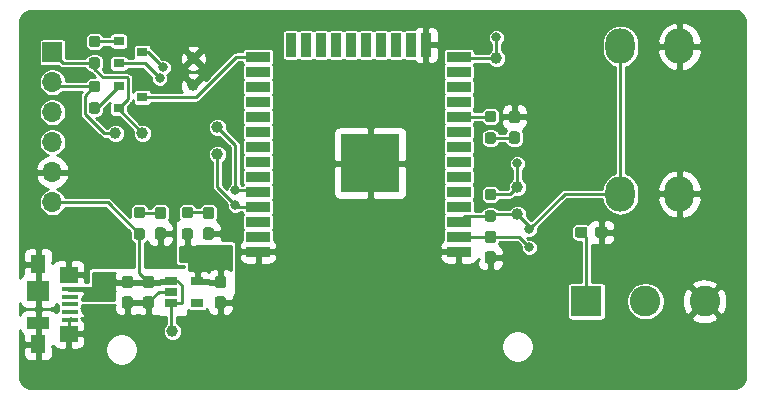
<source format=gtl>
%TF.GenerationSoftware,KiCad,Pcbnew,(5.1.10)-1*%
%TF.CreationDate,2021-09-30T00:23:06-04:00*%
%TF.ProjectId,soil_sensor,736f696c-5f73-4656-9e73-6f722e6b6963,rev?*%
%TF.SameCoordinates,Original*%
%TF.FileFunction,Copper,L1,Top*%
%TF.FilePolarity,Positive*%
%FSLAX46Y46*%
G04 Gerber Fmt 4.6, Leading zero omitted, Abs format (unit mm)*
G04 Created by KiCad (PCBNEW (5.1.10)-1) date 2021-09-30 00:23:06*
%MOMM*%
%LPD*%
G01*
G04 APERTURE LIST*
%TA.AperFunction,SMDPad,CuDef*%
%ADD10R,0.900000X0.800000*%
%TD*%
%TA.AperFunction,SMDPad,CuDef*%
%ADD11C,1.000000*%
%TD*%
%TA.AperFunction,ComponentPad*%
%ADD12O,1.700000X1.700000*%
%TD*%
%TA.AperFunction,ComponentPad*%
%ADD13R,1.700000X1.700000*%
%TD*%
%TA.AperFunction,SMDPad,CuDef*%
%ADD14R,1.060000X0.650000*%
%TD*%
%TA.AperFunction,SMDPad,CuDef*%
%ADD15R,2.000000X0.900000*%
%TD*%
%TA.AperFunction,SMDPad,CuDef*%
%ADD16R,0.900000X2.000000*%
%TD*%
%TA.AperFunction,SMDPad,CuDef*%
%ADD17R,5.000000X5.000000*%
%TD*%
%TA.AperFunction,ComponentPad*%
%ADD18O,2.500000X3.000000*%
%TD*%
%TA.AperFunction,ComponentPad*%
%ADD19C,2.600000*%
%TD*%
%TA.AperFunction,ComponentPad*%
%ADD20R,2.600000X2.600000*%
%TD*%
%TA.AperFunction,SMDPad,CuDef*%
%ADD21R,1.900000X1.000000*%
%TD*%
%TA.AperFunction,SMDPad,CuDef*%
%ADD22R,1.900000X1.800000*%
%TD*%
%TA.AperFunction,SMDPad,CuDef*%
%ADD23R,1.300000X1.650000*%
%TD*%
%TA.AperFunction,SMDPad,CuDef*%
%ADD24R,1.550000X1.425000*%
%TD*%
%TA.AperFunction,SMDPad,CuDef*%
%ADD25R,1.380000X0.450000*%
%TD*%
%TA.AperFunction,ViaPad*%
%ADD26C,0.800000*%
%TD*%
%TA.AperFunction,Conductor*%
%ADD27C,0.250000*%
%TD*%
%TA.AperFunction,Conductor*%
%ADD28C,0.254000*%
%TD*%
%TA.AperFunction,Conductor*%
%ADD29C,0.100000*%
%TD*%
G04 APERTURE END LIST*
D10*
%TO.P,Q2,3*%
%TO.N,/GPIO0*%
X133334000Y-110744000D03*
%TO.P,Q2,2*%
%TO.N,/DTR*%
X131334000Y-111694000D03*
%TO.P,Q2,1*%
%TO.N,Net-(Q2-Pad1)*%
X131334000Y-109794000D03*
%TD*%
D11*
%TO.P,TP10,1*%
%TO.N,Net-(J2-Pad2)*%
X163322000Y-107442000D03*
%TD*%
%TO.P,TP9,1*%
%TO.N,/EN*%
X165100000Y-120650000D03*
%TD*%
%TO.P,TP8,1*%
%TO.N,GND*%
X137668000Y-109728000D03*
%TD*%
%TO.P,TP7,1*%
%TO.N,/RTS*%
X131064000Y-113792000D03*
%TD*%
%TO.P,TP6,1*%
%TO.N,/DTR*%
X133350000Y-113792000D03*
%TD*%
%TO.P,TP5,1*%
%TO.N,GND*%
X137668000Y-107442000D03*
%TD*%
%TO.P,TP4,1*%
%TO.N,/RXD0*%
X139700000Y-113284000D03*
%TD*%
%TO.P,TP3,1*%
%TO.N,/TXD0*%
X139700000Y-115570000D03*
%TD*%
%TO.P,TP2,1*%
%TO.N,+3V3*%
X165100000Y-118364000D03*
%TD*%
%TO.P,TP1,1*%
%TO.N,+5V*%
X135890000Y-130556000D03*
%TD*%
D10*
%TO.P,Q1,3*%
%TO.N,/EN*%
X133334000Y-106934000D03*
%TO.P,Q1,2*%
%TO.N,/RTS*%
X131334000Y-107884000D03*
%TO.P,Q1,1*%
%TO.N,Net-(Q1-Pad1)*%
X131334000Y-105984000D03*
%TD*%
D12*
%TO.P,J3,6*%
%TO.N,+5V*%
X125730000Y-119634000D03*
%TO.P,J3,5*%
%TO.N,GND*%
X125730000Y-117094000D03*
%TO.P,J3,4*%
%TO.N,/TXD0*%
X125730000Y-114554000D03*
%TO.P,J3,3*%
%TO.N,/RXD0*%
X125730000Y-112014000D03*
%TO.P,J3,2*%
%TO.N,/RTS*%
X125730000Y-109474000D03*
D13*
%TO.P,J3,1*%
%TO.N,/DTR*%
X125730000Y-106934000D03*
%TD*%
%TO.P,C2,2*%
%TO.N,+5V*%
%TA.AperFunction,SMDPad,CuDef*%
G36*
G01*
X132317500Y-126929000D02*
X131842500Y-126929000D01*
G75*
G02*
X131605000Y-126691500I0J237500D01*
G01*
X131605000Y-126091500D01*
G75*
G02*
X131842500Y-125854000I237500J0D01*
G01*
X132317500Y-125854000D01*
G75*
G02*
X132555000Y-126091500I0J-237500D01*
G01*
X132555000Y-126691500D01*
G75*
G02*
X132317500Y-126929000I-237500J0D01*
G01*
G37*
%TD.AperFunction*%
%TO.P,C2,1*%
%TO.N,GND*%
%TA.AperFunction,SMDPad,CuDef*%
G36*
G01*
X132317500Y-128654000D02*
X131842500Y-128654000D01*
G75*
G02*
X131605000Y-128416500I0J237500D01*
G01*
X131605000Y-127816500D01*
G75*
G02*
X131842500Y-127579000I237500J0D01*
G01*
X132317500Y-127579000D01*
G75*
G02*
X132555000Y-127816500I0J-237500D01*
G01*
X132555000Y-128416500D01*
G75*
G02*
X132317500Y-128654000I-237500J0D01*
G01*
G37*
%TD.AperFunction*%
%TD*%
D14*
%TO.P,U3,5*%
%TO.N,+3V3*%
X138006000Y-126304000D03*
%TO.P,U3,4*%
%TO.N,N/C*%
X138006000Y-128204000D03*
%TO.P,U3,3*%
%TO.N,+5V*%
X135806000Y-128204000D03*
%TO.P,U3,2*%
%TO.N,GND*%
X135806000Y-127254000D03*
%TO.P,U3,1*%
%TO.N,+5V*%
X135806000Y-126304000D03*
%TD*%
D15*
%TO.P,U1,38*%
%TO.N,GND*%
X143138000Y-123825000D03*
%TO.P,U1,37*%
%TO.N,N/C*%
X143138000Y-122555000D03*
%TO.P,U1,36*%
X143138000Y-121285000D03*
%TO.P,U1,35*%
%TO.N,/TXD0*%
X143138000Y-120015000D03*
%TO.P,U1,34*%
%TO.N,/RXD0*%
X143138000Y-118745000D03*
%TO.P,U1,33*%
%TO.N,N/C*%
X143138000Y-117475000D03*
%TO.P,U1,32*%
X143138000Y-116205000D03*
%TO.P,U1,31*%
X143138000Y-114935000D03*
%TO.P,U1,30*%
X143138000Y-113665000D03*
%TO.P,U1,29*%
X143138000Y-112395000D03*
%TO.P,U1,28*%
X143138000Y-111125000D03*
%TO.P,U1,27*%
X143138000Y-109855000D03*
%TO.P,U1,26*%
X143138000Y-108585000D03*
%TO.P,U1,25*%
%TO.N,/GPIO0*%
X143138000Y-107315000D03*
D16*
%TO.P,U1,24*%
%TO.N,N/C*%
X145923000Y-106315000D03*
%TO.P,U1,23*%
X147193000Y-106315000D03*
%TO.P,U1,22*%
X148463000Y-106315000D03*
%TO.P,U1,21*%
X149733000Y-106315000D03*
%TO.P,U1,20*%
X151003000Y-106315000D03*
%TO.P,U1,19*%
X152273000Y-106315000D03*
%TO.P,U1,18*%
X153543000Y-106315000D03*
%TO.P,U1,17*%
X154813000Y-106315000D03*
%TO.P,U1,16*%
X156083000Y-106315000D03*
%TO.P,U1,15*%
%TO.N,GND*%
X157353000Y-106315000D03*
D15*
%TO.P,U1,14*%
%TO.N,Net-(J2-Pad2)*%
X160138000Y-107315000D03*
%TO.P,U1,13*%
%TO.N,N/C*%
X160138000Y-108585000D03*
%TO.P,U1,12*%
X160138000Y-109855000D03*
%TO.P,U1,11*%
X160138000Y-111125000D03*
%TO.P,U1,10*%
%TO.N,Net-(R6-Pad2)*%
X160138000Y-112395000D03*
%TO.P,U1,9*%
%TO.N,N/C*%
X160138000Y-113665000D03*
%TO.P,U1,8*%
X160138000Y-114935000D03*
%TO.P,U1,7*%
X160138000Y-116205000D03*
%TO.P,U1,6*%
X160138000Y-117475000D03*
%TO.P,U1,5*%
X160138000Y-118745000D03*
%TO.P,U1,4*%
X160138000Y-120015000D03*
%TO.P,U1,3*%
%TO.N,/EN*%
X160138000Y-121285000D03*
%TO.P,U1,2*%
%TO.N,+3V3*%
X160138000Y-122555000D03*
%TO.P,U1,1*%
%TO.N,GND*%
X160138000Y-123825000D03*
D17*
%TO.P,U1,39*%
X152638000Y-116325000D03*
%TD*%
D18*
%TO.P,SW1,2*%
%TO.N,/EN*%
X173816000Y-106426000D03*
%TO.P,SW1,1*%
%TO.N,GND*%
X178816000Y-106426000D03*
%TO.P,SW1,2*%
%TO.N,/EN*%
X173816000Y-118926000D03*
%TO.P,SW1,1*%
%TO.N,GND*%
X178816000Y-118926000D03*
%TD*%
%TO.P,R6,2*%
%TO.N,Net-(R6-Pad2)*%
%TA.AperFunction,SMDPad,CuDef*%
G36*
G01*
X163051500Y-112859000D02*
X162576500Y-112859000D01*
G75*
G02*
X162339000Y-112621500I0J237500D01*
G01*
X162339000Y-112121500D01*
G75*
G02*
X162576500Y-111884000I237500J0D01*
G01*
X163051500Y-111884000D01*
G75*
G02*
X163289000Y-112121500I0J-237500D01*
G01*
X163289000Y-112621500D01*
G75*
G02*
X163051500Y-112859000I-237500J0D01*
G01*
G37*
%TD.AperFunction*%
%TO.P,R6,1*%
%TO.N,Net-(D3-Pad2)*%
%TA.AperFunction,SMDPad,CuDef*%
G36*
G01*
X163051500Y-114684000D02*
X162576500Y-114684000D01*
G75*
G02*
X162339000Y-114446500I0J237500D01*
G01*
X162339000Y-113946500D01*
G75*
G02*
X162576500Y-113709000I237500J0D01*
G01*
X163051500Y-113709000D01*
G75*
G02*
X163289000Y-113946500I0J-237500D01*
G01*
X163289000Y-114446500D01*
G75*
G02*
X163051500Y-114684000I-237500J0D01*
G01*
G37*
%TD.AperFunction*%
%TD*%
%TO.P,R5,2*%
%TO.N,Net-(D2-Pad2)*%
%TA.AperFunction,SMDPad,CuDef*%
G36*
G01*
X137397500Y-120987000D02*
X136922500Y-120987000D01*
G75*
G02*
X136685000Y-120749500I0J237500D01*
G01*
X136685000Y-120249500D01*
G75*
G02*
X136922500Y-120012000I237500J0D01*
G01*
X137397500Y-120012000D01*
G75*
G02*
X137635000Y-120249500I0J-237500D01*
G01*
X137635000Y-120749500D01*
G75*
G02*
X137397500Y-120987000I-237500J0D01*
G01*
G37*
%TD.AperFunction*%
%TO.P,R5,1*%
%TO.N,+3V3*%
%TA.AperFunction,SMDPad,CuDef*%
G36*
G01*
X137397500Y-122812000D02*
X136922500Y-122812000D01*
G75*
G02*
X136685000Y-122574500I0J237500D01*
G01*
X136685000Y-122074500D01*
G75*
G02*
X136922500Y-121837000I237500J0D01*
G01*
X137397500Y-121837000D01*
G75*
G02*
X137635000Y-122074500I0J-237500D01*
G01*
X137635000Y-122574500D01*
G75*
G02*
X137397500Y-122812000I-237500J0D01*
G01*
G37*
%TD.AperFunction*%
%TD*%
%TO.P,R4,2*%
%TO.N,Net-(D1-Pad2)*%
%TA.AperFunction,SMDPad,CuDef*%
G36*
G01*
X133333500Y-120987000D02*
X132858500Y-120987000D01*
G75*
G02*
X132621000Y-120749500I0J237500D01*
G01*
X132621000Y-120249500D01*
G75*
G02*
X132858500Y-120012000I237500J0D01*
G01*
X133333500Y-120012000D01*
G75*
G02*
X133571000Y-120249500I0J-237500D01*
G01*
X133571000Y-120749500D01*
G75*
G02*
X133333500Y-120987000I-237500J0D01*
G01*
G37*
%TD.AperFunction*%
%TO.P,R4,1*%
%TO.N,+5V*%
%TA.AperFunction,SMDPad,CuDef*%
G36*
G01*
X133333500Y-122812000D02*
X132858500Y-122812000D01*
G75*
G02*
X132621000Y-122574500I0J237500D01*
G01*
X132621000Y-122074500D01*
G75*
G02*
X132858500Y-121837000I237500J0D01*
G01*
X133333500Y-121837000D01*
G75*
G02*
X133571000Y-122074500I0J-237500D01*
G01*
X133571000Y-122574500D01*
G75*
G02*
X133333500Y-122812000I-237500J0D01*
G01*
G37*
%TD.AperFunction*%
%TD*%
%TO.P,R3,2*%
%TO.N,/EN*%
%TA.AperFunction,SMDPad,CuDef*%
G36*
G01*
X162576500Y-120313000D02*
X163051500Y-120313000D01*
G75*
G02*
X163289000Y-120550500I0J-237500D01*
G01*
X163289000Y-121050500D01*
G75*
G02*
X163051500Y-121288000I-237500J0D01*
G01*
X162576500Y-121288000D01*
G75*
G02*
X162339000Y-121050500I0J237500D01*
G01*
X162339000Y-120550500D01*
G75*
G02*
X162576500Y-120313000I237500J0D01*
G01*
G37*
%TD.AperFunction*%
%TO.P,R3,1*%
%TO.N,+3V3*%
%TA.AperFunction,SMDPad,CuDef*%
G36*
G01*
X162576500Y-118488000D02*
X163051500Y-118488000D01*
G75*
G02*
X163289000Y-118725500I0J-237500D01*
G01*
X163289000Y-119225500D01*
G75*
G02*
X163051500Y-119463000I-237500J0D01*
G01*
X162576500Y-119463000D01*
G75*
G02*
X162339000Y-119225500I0J237500D01*
G01*
X162339000Y-118725500D01*
G75*
G02*
X162576500Y-118488000I237500J0D01*
G01*
G37*
%TD.AperFunction*%
%TD*%
%TO.P,R2,2*%
%TO.N,/RTS*%
%TA.AperFunction,SMDPad,CuDef*%
G36*
G01*
X129523500Y-110319000D02*
X129048500Y-110319000D01*
G75*
G02*
X128811000Y-110081500I0J237500D01*
G01*
X128811000Y-109581500D01*
G75*
G02*
X129048500Y-109344000I237500J0D01*
G01*
X129523500Y-109344000D01*
G75*
G02*
X129761000Y-109581500I0J-237500D01*
G01*
X129761000Y-110081500D01*
G75*
G02*
X129523500Y-110319000I-237500J0D01*
G01*
G37*
%TD.AperFunction*%
%TO.P,R2,1*%
%TO.N,Net-(Q2-Pad1)*%
%TA.AperFunction,SMDPad,CuDef*%
G36*
G01*
X129523500Y-112144000D02*
X129048500Y-112144000D01*
G75*
G02*
X128811000Y-111906500I0J237500D01*
G01*
X128811000Y-111406500D01*
G75*
G02*
X129048500Y-111169000I237500J0D01*
G01*
X129523500Y-111169000D01*
G75*
G02*
X129761000Y-111406500I0J-237500D01*
G01*
X129761000Y-111906500D01*
G75*
G02*
X129523500Y-112144000I-237500J0D01*
G01*
G37*
%TD.AperFunction*%
%TD*%
%TO.P,R1,2*%
%TO.N,/DTR*%
%TA.AperFunction,SMDPad,CuDef*%
G36*
G01*
X129048500Y-107359000D02*
X129523500Y-107359000D01*
G75*
G02*
X129761000Y-107596500I0J-237500D01*
G01*
X129761000Y-108096500D01*
G75*
G02*
X129523500Y-108334000I-237500J0D01*
G01*
X129048500Y-108334000D01*
G75*
G02*
X128811000Y-108096500I0J237500D01*
G01*
X128811000Y-107596500D01*
G75*
G02*
X129048500Y-107359000I237500J0D01*
G01*
G37*
%TD.AperFunction*%
%TO.P,R1,1*%
%TO.N,Net-(Q1-Pad1)*%
%TA.AperFunction,SMDPad,CuDef*%
G36*
G01*
X129048500Y-105534000D02*
X129523500Y-105534000D01*
G75*
G02*
X129761000Y-105771500I0J-237500D01*
G01*
X129761000Y-106271500D01*
G75*
G02*
X129523500Y-106509000I-237500J0D01*
G01*
X129048500Y-106509000D01*
G75*
G02*
X128811000Y-106271500I0J237500D01*
G01*
X128811000Y-105771500D01*
G75*
G02*
X129048500Y-105534000I237500J0D01*
G01*
G37*
%TD.AperFunction*%
%TD*%
D19*
%TO.P,J2,3*%
%TO.N,GND*%
X180942000Y-128016000D03*
%TO.P,J2,2*%
%TO.N,Net-(J2-Pad2)*%
X175942000Y-128016000D03*
D20*
%TO.P,J2,1*%
%TO.N,+3V3*%
X170942000Y-128016000D03*
%TD*%
D21*
%TO.P,J1,6*%
%TO.N,GND*%
X124530000Y-129820000D03*
D22*
X124530000Y-127120000D03*
D23*
X124530000Y-131645000D03*
X124530000Y-124895000D03*
D24*
X127105000Y-130757500D03*
X127105000Y-125782500D03*
D25*
%TO.P,J1,5*%
X127190000Y-129570000D03*
%TO.P,J1,4*%
%TO.N,N/C*%
X127190000Y-128920000D03*
%TO.P,J1,3*%
X127190000Y-128270000D03*
%TO.P,J1,2*%
X127190000Y-127620000D03*
%TO.P,J1,1*%
%TO.N,+5V*%
X127190000Y-126970000D03*
%TD*%
%TO.P,D3,2*%
%TO.N,Net-(D3-Pad2)*%
%TA.AperFunction,SMDPad,CuDef*%
G36*
G01*
X164608500Y-113634000D02*
X165083500Y-113634000D01*
G75*
G02*
X165321000Y-113871500I0J-237500D01*
G01*
X165321000Y-114446500D01*
G75*
G02*
X165083500Y-114684000I-237500J0D01*
G01*
X164608500Y-114684000D01*
G75*
G02*
X164371000Y-114446500I0J237500D01*
G01*
X164371000Y-113871500D01*
G75*
G02*
X164608500Y-113634000I237500J0D01*
G01*
G37*
%TD.AperFunction*%
%TO.P,D3,1*%
%TO.N,GND*%
%TA.AperFunction,SMDPad,CuDef*%
G36*
G01*
X164608500Y-111884000D02*
X165083500Y-111884000D01*
G75*
G02*
X165321000Y-112121500I0J-237500D01*
G01*
X165321000Y-112696500D01*
G75*
G02*
X165083500Y-112934000I-237500J0D01*
G01*
X164608500Y-112934000D01*
G75*
G02*
X164371000Y-112696500I0J237500D01*
G01*
X164371000Y-112121500D01*
G75*
G02*
X164608500Y-111884000I237500J0D01*
G01*
G37*
%TD.AperFunction*%
%TD*%
%TO.P,D2,2*%
%TO.N,Net-(D2-Pad2)*%
%TA.AperFunction,SMDPad,CuDef*%
G36*
G01*
X139175500Y-121062000D02*
X138700500Y-121062000D01*
G75*
G02*
X138463000Y-120824500I0J237500D01*
G01*
X138463000Y-120249500D01*
G75*
G02*
X138700500Y-120012000I237500J0D01*
G01*
X139175500Y-120012000D01*
G75*
G02*
X139413000Y-120249500I0J-237500D01*
G01*
X139413000Y-120824500D01*
G75*
G02*
X139175500Y-121062000I-237500J0D01*
G01*
G37*
%TD.AperFunction*%
%TO.P,D2,1*%
%TO.N,GND*%
%TA.AperFunction,SMDPad,CuDef*%
G36*
G01*
X139175500Y-122812000D02*
X138700500Y-122812000D01*
G75*
G02*
X138463000Y-122574500I0J237500D01*
G01*
X138463000Y-121999500D01*
G75*
G02*
X138700500Y-121762000I237500J0D01*
G01*
X139175500Y-121762000D01*
G75*
G02*
X139413000Y-121999500I0J-237500D01*
G01*
X139413000Y-122574500D01*
G75*
G02*
X139175500Y-122812000I-237500J0D01*
G01*
G37*
%TD.AperFunction*%
%TD*%
%TO.P,D1,2*%
%TO.N,Net-(D1-Pad2)*%
%TA.AperFunction,SMDPad,CuDef*%
G36*
G01*
X135111500Y-121062000D02*
X134636500Y-121062000D01*
G75*
G02*
X134399000Y-120824500I0J237500D01*
G01*
X134399000Y-120249500D01*
G75*
G02*
X134636500Y-120012000I237500J0D01*
G01*
X135111500Y-120012000D01*
G75*
G02*
X135349000Y-120249500I0J-237500D01*
G01*
X135349000Y-120824500D01*
G75*
G02*
X135111500Y-121062000I-237500J0D01*
G01*
G37*
%TD.AperFunction*%
%TO.P,D1,1*%
%TO.N,GND*%
%TA.AperFunction,SMDPad,CuDef*%
G36*
G01*
X135111500Y-122812000D02*
X134636500Y-122812000D01*
G75*
G02*
X134399000Y-122574500I0J237500D01*
G01*
X134399000Y-121999500D01*
G75*
G02*
X134636500Y-121762000I237500J0D01*
G01*
X135111500Y-121762000D01*
G75*
G02*
X135349000Y-121999500I0J-237500D01*
G01*
X135349000Y-122574500D01*
G75*
G02*
X135111500Y-122812000I-237500J0D01*
G01*
G37*
%TD.AperFunction*%
%TD*%
%TO.P,C5,2*%
%TO.N,+3V3*%
%TA.AperFunction,SMDPad,CuDef*%
G36*
G01*
X171024500Y-121936500D02*
X171024500Y-122411500D01*
G75*
G02*
X170787000Y-122649000I-237500J0D01*
G01*
X170187000Y-122649000D01*
G75*
G02*
X169949500Y-122411500I0J237500D01*
G01*
X169949500Y-121936500D01*
G75*
G02*
X170187000Y-121699000I237500J0D01*
G01*
X170787000Y-121699000D01*
G75*
G02*
X171024500Y-121936500I0J-237500D01*
G01*
G37*
%TD.AperFunction*%
%TO.P,C5,1*%
%TO.N,GND*%
%TA.AperFunction,SMDPad,CuDef*%
G36*
G01*
X172749500Y-121936500D02*
X172749500Y-122411500D01*
G75*
G02*
X172512000Y-122649000I-237500J0D01*
G01*
X171912000Y-122649000D01*
G75*
G02*
X171674500Y-122411500I0J237500D01*
G01*
X171674500Y-121936500D01*
G75*
G02*
X171912000Y-121699000I237500J0D01*
G01*
X172512000Y-121699000D01*
G75*
G02*
X172749500Y-121936500I0J-237500D01*
G01*
G37*
%TD.AperFunction*%
%TD*%
%TO.P,C4,2*%
%TO.N,+3V3*%
%TA.AperFunction,SMDPad,CuDef*%
G36*
G01*
X163051500Y-123119000D02*
X162576500Y-123119000D01*
G75*
G02*
X162339000Y-122881500I0J237500D01*
G01*
X162339000Y-122281500D01*
G75*
G02*
X162576500Y-122044000I237500J0D01*
G01*
X163051500Y-122044000D01*
G75*
G02*
X163289000Y-122281500I0J-237500D01*
G01*
X163289000Y-122881500D01*
G75*
G02*
X163051500Y-123119000I-237500J0D01*
G01*
G37*
%TD.AperFunction*%
%TO.P,C4,1*%
%TO.N,GND*%
%TA.AperFunction,SMDPad,CuDef*%
G36*
G01*
X163051500Y-124844000D02*
X162576500Y-124844000D01*
G75*
G02*
X162339000Y-124606500I0J237500D01*
G01*
X162339000Y-124006500D01*
G75*
G02*
X162576500Y-123769000I237500J0D01*
G01*
X163051500Y-123769000D01*
G75*
G02*
X163289000Y-124006500I0J-237500D01*
G01*
X163289000Y-124606500D01*
G75*
G02*
X163051500Y-124844000I-237500J0D01*
G01*
G37*
%TD.AperFunction*%
%TD*%
%TO.P,C3,2*%
%TO.N,+3V3*%
%TA.AperFunction,SMDPad,CuDef*%
G36*
G01*
X140191500Y-126929000D02*
X139716500Y-126929000D01*
G75*
G02*
X139479000Y-126691500I0J237500D01*
G01*
X139479000Y-126091500D01*
G75*
G02*
X139716500Y-125854000I237500J0D01*
G01*
X140191500Y-125854000D01*
G75*
G02*
X140429000Y-126091500I0J-237500D01*
G01*
X140429000Y-126691500D01*
G75*
G02*
X140191500Y-126929000I-237500J0D01*
G01*
G37*
%TD.AperFunction*%
%TO.P,C3,1*%
%TO.N,GND*%
%TA.AperFunction,SMDPad,CuDef*%
G36*
G01*
X140191500Y-128654000D02*
X139716500Y-128654000D01*
G75*
G02*
X139479000Y-128416500I0J237500D01*
G01*
X139479000Y-127816500D01*
G75*
G02*
X139716500Y-127579000I237500J0D01*
G01*
X140191500Y-127579000D01*
G75*
G02*
X140429000Y-127816500I0J-237500D01*
G01*
X140429000Y-128416500D01*
G75*
G02*
X140191500Y-128654000I-237500J0D01*
G01*
G37*
%TD.AperFunction*%
%TD*%
%TO.P,C1,2*%
%TO.N,+5V*%
%TA.AperFunction,SMDPad,CuDef*%
G36*
G01*
X134095500Y-126929000D02*
X133620500Y-126929000D01*
G75*
G02*
X133383000Y-126691500I0J237500D01*
G01*
X133383000Y-126091500D01*
G75*
G02*
X133620500Y-125854000I237500J0D01*
G01*
X134095500Y-125854000D01*
G75*
G02*
X134333000Y-126091500I0J-237500D01*
G01*
X134333000Y-126691500D01*
G75*
G02*
X134095500Y-126929000I-237500J0D01*
G01*
G37*
%TD.AperFunction*%
%TO.P,C1,1*%
%TO.N,GND*%
%TA.AperFunction,SMDPad,CuDef*%
G36*
G01*
X134095500Y-128654000D02*
X133620500Y-128654000D01*
G75*
G02*
X133383000Y-128416500I0J237500D01*
G01*
X133383000Y-127816500D01*
G75*
G02*
X133620500Y-127579000I237500J0D01*
G01*
X134095500Y-127579000D01*
G75*
G02*
X134333000Y-127816500I0J-237500D01*
G01*
X134333000Y-128416500D01*
G75*
G02*
X134095500Y-128654000I-237500J0D01*
G01*
G37*
%TD.AperFunction*%
%TD*%
D26*
%TO.N,+3V3*%
X137922000Y-124968000D03*
X137922000Y-123952000D03*
X138938000Y-123952000D03*
X138938000Y-124968000D03*
X139954000Y-124968000D03*
X139954000Y-123952000D03*
X165100000Y-116332000D03*
X166116000Y-123444000D03*
%TO.N,Net-(J2-Pad2)*%
X163322000Y-105664000D03*
%TO.N,/RXD0*%
X141224000Y-118618000D03*
%TO.N,/TXD0*%
X141224000Y-119888000D03*
%TO.N,/RTS*%
X134811772Y-109152685D03*
%TO.N,/EN*%
X135128000Y-108204000D03*
X166116000Y-121920000D03*
%TD*%
D27*
%TO.N,+5V*%
X130405500Y-119634000D02*
X133096000Y-122324500D01*
X125730000Y-119634000D02*
X130405500Y-119634000D01*
X133096000Y-125629500D02*
X133858000Y-126391500D01*
X133096000Y-122324500D02*
X133096000Y-125629500D01*
X136296002Y-126304000D02*
X135806000Y-126304000D01*
X136661001Y-126668999D02*
X136296002Y-126304000D01*
X136661001Y-128128999D02*
X136661001Y-126668999D01*
X136586000Y-128204000D02*
X136661001Y-128128999D01*
X135806000Y-128204000D02*
X136586000Y-128204000D01*
X135806000Y-130472000D02*
X135890000Y-130556000D01*
X135806000Y-128204000D02*
X135806000Y-130472000D01*
%TO.N,GND*%
X134720500Y-127254000D02*
X133858000Y-128116500D01*
X135806000Y-127254000D02*
X134720500Y-127254000D01*
X127105000Y-129655000D02*
X127190000Y-129570000D01*
X127105000Y-130757500D02*
X127105000Y-129655000D01*
%TO.N,+3V3*%
X170942000Y-122629000D02*
X170487000Y-122174000D01*
X170942000Y-128016000D02*
X170942000Y-122629000D01*
X164488500Y-118975500D02*
X165100000Y-118364000D01*
X162814000Y-118975500D02*
X164488500Y-118975500D01*
X165100000Y-118364000D02*
X165100000Y-116332000D01*
X162787500Y-122555000D02*
X162814000Y-122581500D01*
X160138000Y-122555000D02*
X162787500Y-122555000D01*
X165253500Y-122581500D02*
X166116000Y-123444000D01*
X162814000Y-122581500D02*
X165253500Y-122581500D01*
%TO.N,Net-(D1-Pad2)*%
X133133500Y-120537000D02*
X133096000Y-120499500D01*
X134874000Y-120537000D02*
X133133500Y-120537000D01*
%TO.N,Net-(D2-Pad2)*%
X138900500Y-120499500D02*
X138938000Y-120537000D01*
X137160000Y-120499500D02*
X138900500Y-120499500D01*
%TO.N,Net-(D3-Pad2)*%
X164808500Y-114196500D02*
X164846000Y-114159000D01*
X162814000Y-114196500D02*
X164808500Y-114196500D01*
%TO.N,Net-(J2-Pad2)*%
X163322000Y-105664000D02*
X163322000Y-107442000D01*
X160265000Y-107442000D02*
X160138000Y-107315000D01*
X163322000Y-107442000D02*
X160265000Y-107442000D01*
%TO.N,Net-(Q1-Pad1)*%
X131296500Y-106021500D02*
X131334000Y-105984000D01*
X129286000Y-106021500D02*
X131296500Y-106021500D01*
%TO.N,/GPIO0*%
X141888000Y-107315000D02*
X143138000Y-107315000D01*
X141302002Y-107315000D02*
X143138000Y-107315000D01*
X137873002Y-110744000D02*
X141302002Y-107315000D01*
X133334000Y-110744000D02*
X137873002Y-110744000D01*
%TO.N,Net-(Q2-Pad1)*%
X129471500Y-111656500D02*
X131334000Y-109794000D01*
X129286000Y-111656500D02*
X129471500Y-111656500D01*
%TO.N,Net-(R6-Pad2)*%
X162790500Y-112395000D02*
X162814000Y-112371500D01*
X160138000Y-112395000D02*
X162790500Y-112395000D01*
%TO.N,/RXD0*%
X143011000Y-118618000D02*
X143138000Y-118745000D01*
X141224000Y-118618000D02*
X143011000Y-118618000D01*
X141224000Y-114808000D02*
X139700000Y-113284000D01*
X141224000Y-118618000D02*
X141224000Y-114808000D01*
%TO.N,/TXD0*%
X139700000Y-118364000D02*
X141224000Y-119888000D01*
X139700000Y-115570000D02*
X139700000Y-118364000D01*
X141351000Y-120015000D02*
X141224000Y-119888000D01*
X143138000Y-120015000D02*
X141351000Y-120015000D01*
%TO.N,/DTR*%
X133334000Y-113776000D02*
X133350000Y-113792000D01*
X126642500Y-107846500D02*
X125730000Y-106934000D01*
X129286000Y-107846500D02*
X126642500Y-107846500D01*
X129286000Y-108334000D02*
X130020999Y-109068999D01*
X129286000Y-107846500D02*
X129286000Y-108334000D01*
X131334000Y-111776000D02*
X131334000Y-111694000D01*
X133350000Y-113792000D02*
X131334000Y-111776000D01*
X131334000Y-111694000D02*
X132109001Y-110918999D01*
X132044001Y-109068999D02*
X130020999Y-109068999D01*
X132109001Y-110918999D02*
X132109001Y-109444999D01*
X132109001Y-109133999D02*
X132044001Y-109068999D01*
X132109001Y-109444999D02*
X132109001Y-109133999D01*
X132109001Y-109444999D02*
X132109001Y-109268997D01*
%TO.N,/RTS*%
X126087500Y-109831500D02*
X125730000Y-109474000D01*
X129286000Y-109831500D02*
X126087500Y-109831500D01*
X133543087Y-107884000D02*
X131334000Y-107884000D01*
X134811772Y-109152685D02*
X133543087Y-107884000D01*
X130138490Y-113792000D02*
X131064000Y-113792000D01*
X128485990Y-112139500D02*
X130138490Y-113792000D01*
X128485990Y-110631510D02*
X128485990Y-112139500D01*
X129286000Y-109831500D02*
X128485990Y-110631510D01*
%TO.N,/EN*%
X133858000Y-106934000D02*
X135128000Y-108204000D01*
X133334000Y-106934000D02*
X133858000Y-106934000D01*
X166116000Y-121666000D02*
X165100000Y-120650000D01*
X166116000Y-121920000D02*
X166116000Y-121666000D01*
X162964500Y-120650000D02*
X162814000Y-120800500D01*
X165100000Y-120650000D02*
X162964500Y-120650000D01*
X160622500Y-120800500D02*
X160138000Y-121285000D01*
X162814000Y-120800500D02*
X160622500Y-120800500D01*
X169110000Y-118926000D02*
X173816000Y-118926000D01*
X166116000Y-121920000D02*
X169110000Y-118926000D01*
X173816000Y-118926000D02*
X173816000Y-106426000D01*
%TD*%
D28*
%TO.N,+5V*%
X135933000Y-128077000D02*
X135953000Y-128077000D01*
X135953000Y-128331000D01*
X135933000Y-128331000D01*
X135933000Y-128351000D01*
X135679000Y-128351000D01*
X135679000Y-128331000D01*
X135659000Y-128331000D01*
X135659000Y-128077000D01*
X135679000Y-128077000D01*
X135679000Y-128057000D01*
X135933000Y-128057000D01*
X135933000Y-128077000D01*
%TA.AperFunction,Conductor*%
D29*
G36*
X135933000Y-128077000D02*
G01*
X135953000Y-128077000D01*
X135953000Y-128331000D01*
X135933000Y-128331000D01*
X135933000Y-128351000D01*
X135679000Y-128351000D01*
X135679000Y-128331000D01*
X135659000Y-128331000D01*
X135659000Y-128077000D01*
X135679000Y-128077000D01*
X135679000Y-128057000D01*
X135933000Y-128057000D01*
X135933000Y-128077000D01*
G37*
%TD.AperFunction*%
D28*
X131015498Y-125609820D02*
X130979188Y-125729518D01*
X130966928Y-125854000D01*
X130970000Y-126105750D01*
X131128750Y-126264500D01*
X131953000Y-126264500D01*
X131953000Y-126244500D01*
X132207000Y-126244500D01*
X132207000Y-126264500D01*
X133731000Y-126264500D01*
X133731000Y-126244500D01*
X133985000Y-126244500D01*
X133985000Y-126264500D01*
X134809250Y-126264500D01*
X134896750Y-126177000D01*
X135679000Y-126177000D01*
X135679000Y-126157000D01*
X135933000Y-126157000D01*
X135933000Y-126177000D01*
X135953000Y-126177000D01*
X135953000Y-126431000D01*
X135933000Y-126431000D01*
X135933000Y-126451000D01*
X135679000Y-126451000D01*
X135679000Y-126431000D01*
X134799750Y-126431000D01*
X134712250Y-126518500D01*
X133985000Y-126518500D01*
X133985000Y-126538500D01*
X133731000Y-126538500D01*
X133731000Y-126518500D01*
X132207000Y-126518500D01*
X132207000Y-126538500D01*
X131953000Y-126538500D01*
X131953000Y-126518500D01*
X131128750Y-126518500D01*
X130970000Y-126677250D01*
X130966928Y-126929000D01*
X130979188Y-127053482D01*
X131005953Y-127141716D01*
X130993443Y-127148403D01*
X130974197Y-127164197D01*
X130958403Y-127183443D01*
X130946667Y-127205399D01*
X130939440Y-127229224D01*
X130937000Y-127254000D01*
X130937000Y-127889000D01*
X128204248Y-127889000D01*
X128208582Y-127845000D01*
X128208582Y-127740064D01*
X128226091Y-127731057D01*
X128324021Y-127653237D01*
X128404887Y-127557808D01*
X128465581Y-127448437D01*
X128503773Y-127329326D01*
X128515000Y-127226750D01*
X128356250Y-127068000D01*
X127896061Y-127068000D01*
X127880000Y-127066418D01*
X127043000Y-127066418D01*
X127043000Y-126873000D01*
X129032000Y-126873000D01*
X129056776Y-126870560D01*
X129080601Y-126863333D01*
X129102557Y-126851597D01*
X129121803Y-126835803D01*
X129137597Y-126816557D01*
X129149333Y-126794601D01*
X129156560Y-126770776D01*
X129159000Y-126746000D01*
X129159000Y-125603000D01*
X131019143Y-125603000D01*
X131015498Y-125609820D01*
%TA.AperFunction,Conductor*%
D29*
G36*
X131015498Y-125609820D02*
G01*
X130979188Y-125729518D01*
X130966928Y-125854000D01*
X130970000Y-126105750D01*
X131128750Y-126264500D01*
X131953000Y-126264500D01*
X131953000Y-126244500D01*
X132207000Y-126244500D01*
X132207000Y-126264500D01*
X133731000Y-126264500D01*
X133731000Y-126244500D01*
X133985000Y-126244500D01*
X133985000Y-126264500D01*
X134809250Y-126264500D01*
X134896750Y-126177000D01*
X135679000Y-126177000D01*
X135679000Y-126157000D01*
X135933000Y-126157000D01*
X135933000Y-126177000D01*
X135953000Y-126177000D01*
X135953000Y-126431000D01*
X135933000Y-126431000D01*
X135933000Y-126451000D01*
X135679000Y-126451000D01*
X135679000Y-126431000D01*
X134799750Y-126431000D01*
X134712250Y-126518500D01*
X133985000Y-126518500D01*
X133985000Y-126538500D01*
X133731000Y-126538500D01*
X133731000Y-126518500D01*
X132207000Y-126518500D01*
X132207000Y-126538500D01*
X131953000Y-126538500D01*
X131953000Y-126518500D01*
X131128750Y-126518500D01*
X130970000Y-126677250D01*
X130966928Y-126929000D01*
X130979188Y-127053482D01*
X131005953Y-127141716D01*
X130993443Y-127148403D01*
X130974197Y-127164197D01*
X130958403Y-127183443D01*
X130946667Y-127205399D01*
X130939440Y-127229224D01*
X130937000Y-127254000D01*
X130937000Y-127889000D01*
X128204248Y-127889000D01*
X128208582Y-127845000D01*
X128208582Y-127740064D01*
X128226091Y-127731057D01*
X128324021Y-127653237D01*
X128404887Y-127557808D01*
X128465581Y-127448437D01*
X128503773Y-127329326D01*
X128515000Y-127226750D01*
X128356250Y-127068000D01*
X127896061Y-127068000D01*
X127880000Y-127066418D01*
X127043000Y-127066418D01*
X127043000Y-126873000D01*
X129032000Y-126873000D01*
X129056776Y-126870560D01*
X129080601Y-126863333D01*
X129102557Y-126851597D01*
X129121803Y-126835803D01*
X129137597Y-126816557D01*
X129149333Y-126794601D01*
X129156560Y-126770776D01*
X129159000Y-126746000D01*
X129159000Y-125603000D01*
X131019143Y-125603000D01*
X131015498Y-125609820D01*
G37*
%TD.AperFunction*%
%TD*%
D28*
%TO.N,GND*%
X183580223Y-103423185D02*
X183765130Y-103479012D01*
X183935668Y-103569688D01*
X184085347Y-103691762D01*
X184208468Y-103840590D01*
X184300334Y-104010493D01*
X184357448Y-104194997D01*
X184379001Y-104400063D01*
X184379000Y-134352359D01*
X184358815Y-134558223D01*
X184302988Y-134743130D01*
X184212310Y-134913670D01*
X184090235Y-135063349D01*
X183941410Y-135186468D01*
X183771511Y-135278332D01*
X183587003Y-135335448D01*
X183381946Y-135357000D01*
X123965641Y-135357000D01*
X123759777Y-135336815D01*
X123574870Y-135280988D01*
X123404330Y-135190310D01*
X123254651Y-135068235D01*
X123131532Y-134919410D01*
X123039668Y-134749511D01*
X122982552Y-134565003D01*
X122961000Y-134359946D01*
X122961000Y-132470000D01*
X123241928Y-132470000D01*
X123254188Y-132594482D01*
X123290498Y-132714180D01*
X123349463Y-132824494D01*
X123428815Y-132921185D01*
X123525506Y-133000537D01*
X123635820Y-133059502D01*
X123755518Y-133095812D01*
X123880000Y-133108072D01*
X124244250Y-133105000D01*
X124403000Y-132946250D01*
X124403000Y-131772000D01*
X123403750Y-131772000D01*
X123245000Y-131930750D01*
X123241928Y-132470000D01*
X122961000Y-132470000D01*
X122961000Y-130466938D01*
X122990498Y-130564180D01*
X123049463Y-130674494D01*
X123128815Y-130771185D01*
X123225506Y-130850537D01*
X123242153Y-130859435D01*
X123245000Y-131359250D01*
X123403750Y-131518000D01*
X124403000Y-131518000D01*
X124403000Y-129947000D01*
X124383000Y-129947000D01*
X124383000Y-129693000D01*
X124403000Y-129693000D01*
X124403000Y-128843750D01*
X124244250Y-128685000D01*
X123580000Y-128681928D01*
X123455518Y-128694188D01*
X123335820Y-128730498D01*
X123225506Y-128789463D01*
X123128815Y-128868815D01*
X123049463Y-128965506D01*
X122990498Y-129075820D01*
X122961000Y-129173062D01*
X122961000Y-128166938D01*
X122990498Y-128264180D01*
X123049463Y-128374494D01*
X123128815Y-128471185D01*
X123225506Y-128550537D01*
X123335820Y-128609502D01*
X123455518Y-128645812D01*
X123580000Y-128658072D01*
X124244250Y-128655000D01*
X124403000Y-128496250D01*
X124403000Y-127247000D01*
X124383000Y-127247000D01*
X124383000Y-126993000D01*
X124403000Y-126993000D01*
X124403000Y-125022000D01*
X123403750Y-125022000D01*
X123245000Y-125180750D01*
X123242153Y-125680565D01*
X123225506Y-125689463D01*
X123128815Y-125768815D01*
X123049463Y-125865506D01*
X122990498Y-125975820D01*
X122961000Y-126073062D01*
X122961000Y-124070000D01*
X123241928Y-124070000D01*
X123245000Y-124609250D01*
X123403750Y-124768000D01*
X124403000Y-124768000D01*
X124403000Y-123593750D01*
X124244250Y-123435000D01*
X123880000Y-123431928D01*
X123755518Y-123444188D01*
X123635820Y-123480498D01*
X123525506Y-123539463D01*
X123428815Y-123618815D01*
X123349463Y-123715506D01*
X123290498Y-123825820D01*
X123254188Y-123945518D01*
X123241928Y-124070000D01*
X122961000Y-124070000D01*
X122961000Y-117450890D01*
X124288524Y-117450890D01*
X124333175Y-117598099D01*
X124458359Y-117860920D01*
X124632412Y-118094269D01*
X124848645Y-118289178D01*
X125098748Y-118438157D01*
X125337179Y-118522736D01*
X125172481Y-118590956D01*
X124979706Y-118719764D01*
X124815764Y-118883706D01*
X124686956Y-119076481D01*
X124598231Y-119290682D01*
X124553000Y-119518076D01*
X124553000Y-119749924D01*
X124598231Y-119977318D01*
X124686956Y-120191519D01*
X124815764Y-120384294D01*
X124979706Y-120548236D01*
X125172481Y-120677044D01*
X125386682Y-120765769D01*
X125614076Y-120811000D01*
X125845924Y-120811000D01*
X126073318Y-120765769D01*
X126287519Y-120677044D01*
X126480294Y-120548236D01*
X126644236Y-120384294D01*
X126773044Y-120191519D01*
X126816751Y-120086000D01*
X130218277Y-120086000D01*
X132292418Y-122160142D01*
X132292418Y-122574500D01*
X132303295Y-122684937D01*
X132335508Y-122791130D01*
X132387820Y-122888998D01*
X132458220Y-122974780D01*
X132544002Y-123045180D01*
X132641870Y-123097492D01*
X132644000Y-123098138D01*
X132644001Y-125149000D01*
X129032000Y-125149000D01*
X128968205Y-125155283D01*
X128906863Y-125173891D01*
X128850329Y-125204109D01*
X128800776Y-125244776D01*
X128760109Y-125294329D01*
X128729891Y-125350863D01*
X128711283Y-125412205D01*
X128705000Y-125476000D01*
X128705000Y-126419000D01*
X128517525Y-126419000D01*
X128515000Y-126068250D01*
X128356250Y-125909500D01*
X127232000Y-125909500D01*
X127232000Y-125929500D01*
X126978000Y-125929500D01*
X126978000Y-125909500D01*
X126958000Y-125909500D01*
X126958000Y-125655500D01*
X126978000Y-125655500D01*
X126978000Y-124593750D01*
X127232000Y-124593750D01*
X127232000Y-125655500D01*
X128356250Y-125655500D01*
X128515000Y-125496750D01*
X128518072Y-125070000D01*
X128505812Y-124945518D01*
X128469502Y-124825820D01*
X128410537Y-124715506D01*
X128331185Y-124618815D01*
X128234494Y-124539463D01*
X128124180Y-124480498D01*
X128004482Y-124444188D01*
X127880000Y-124431928D01*
X127390750Y-124435000D01*
X127232000Y-124593750D01*
X126978000Y-124593750D01*
X126819250Y-124435000D01*
X126330000Y-124431928D01*
X126205518Y-124444188D01*
X126085820Y-124480498D01*
X125975506Y-124539463D01*
X125878815Y-124618815D01*
X125799463Y-124715506D01*
X125771405Y-124767998D01*
X125656252Y-124767998D01*
X125815000Y-124609250D01*
X125818072Y-124070000D01*
X125805812Y-123945518D01*
X125769502Y-123825820D01*
X125710537Y-123715506D01*
X125631185Y-123618815D01*
X125534494Y-123539463D01*
X125424180Y-123480498D01*
X125304482Y-123444188D01*
X125180000Y-123431928D01*
X124815750Y-123435000D01*
X124657000Y-123593750D01*
X124657000Y-124768000D01*
X124677000Y-124768000D01*
X124677000Y-125022000D01*
X124657000Y-125022000D01*
X124657000Y-126993000D01*
X124677000Y-126993000D01*
X124677000Y-127247000D01*
X124657000Y-127247000D01*
X124657000Y-128496250D01*
X124815750Y-128655000D01*
X125480000Y-128658072D01*
X125604482Y-128645812D01*
X125724180Y-128609502D01*
X125834494Y-128550537D01*
X125931185Y-128471185D01*
X126010537Y-128374494D01*
X126056717Y-128288098D01*
X126112863Y-128318109D01*
X126171418Y-128335872D01*
X126171418Y-128495000D01*
X126177732Y-128559103D01*
X126188621Y-128595000D01*
X126177732Y-128630897D01*
X126171418Y-128695000D01*
X126171418Y-128799936D01*
X126153909Y-128808943D01*
X126055979Y-128886763D01*
X126000065Y-128952746D01*
X125931185Y-128868815D01*
X125834494Y-128789463D01*
X125724180Y-128730498D01*
X125604482Y-128694188D01*
X125480000Y-128681928D01*
X124815750Y-128685000D01*
X124657000Y-128843750D01*
X124657000Y-129693000D01*
X124677000Y-129693000D01*
X124677000Y-129947000D01*
X124657000Y-129947000D01*
X124657000Y-131518000D01*
X124677000Y-131518000D01*
X124677000Y-131772000D01*
X124657000Y-131772000D01*
X124657000Y-132946250D01*
X124815750Y-133105000D01*
X125180000Y-133108072D01*
X125304482Y-133095812D01*
X125424180Y-133059502D01*
X125534494Y-133000537D01*
X125631185Y-132921185D01*
X125710537Y-132824494D01*
X125769502Y-132714180D01*
X125805812Y-132594482D01*
X125818072Y-132470000D01*
X125815000Y-131930750D01*
X125656252Y-131772002D01*
X125771405Y-131772002D01*
X125799463Y-131824494D01*
X125878815Y-131921185D01*
X125975506Y-132000537D01*
X126085820Y-132059502D01*
X126205518Y-132095812D01*
X126330000Y-132108072D01*
X126819250Y-132105000D01*
X126978000Y-131946250D01*
X126978000Y-130884500D01*
X127232000Y-130884500D01*
X127232000Y-131946250D01*
X127390750Y-132105000D01*
X127880000Y-132108072D01*
X128004482Y-132095812D01*
X128124180Y-132059502D01*
X128234494Y-132000537D01*
X128302925Y-131944377D01*
X130195000Y-131944377D01*
X130195000Y-132215623D01*
X130247917Y-132481656D01*
X130351718Y-132732254D01*
X130502414Y-132957787D01*
X130694213Y-133149586D01*
X130919746Y-133300282D01*
X131170344Y-133404083D01*
X131436377Y-133457000D01*
X131707623Y-133457000D01*
X131973656Y-133404083D01*
X132224254Y-133300282D01*
X132449787Y-133149586D01*
X132641586Y-132957787D01*
X132792282Y-132732254D01*
X132896083Y-132481656D01*
X132949000Y-132215623D01*
X132949000Y-131944377D01*
X132898477Y-131690377D01*
X163723000Y-131690377D01*
X163723000Y-131961623D01*
X163775917Y-132227656D01*
X163879718Y-132478254D01*
X164030414Y-132703787D01*
X164222213Y-132895586D01*
X164447746Y-133046282D01*
X164698344Y-133150083D01*
X164964377Y-133203000D01*
X165235623Y-133203000D01*
X165501656Y-133150083D01*
X165752254Y-133046282D01*
X165977787Y-132895586D01*
X166169586Y-132703787D01*
X166320282Y-132478254D01*
X166424083Y-132227656D01*
X166477000Y-131961623D01*
X166477000Y-131690377D01*
X166424083Y-131424344D01*
X166320282Y-131173746D01*
X166169586Y-130948213D01*
X165977787Y-130756414D01*
X165752254Y-130605718D01*
X165501656Y-130501917D01*
X165235623Y-130449000D01*
X164964377Y-130449000D01*
X164698344Y-130501917D01*
X164447746Y-130605718D01*
X164222213Y-130756414D01*
X164030414Y-130948213D01*
X163879718Y-131173746D01*
X163775917Y-131424344D01*
X163723000Y-131690377D01*
X132898477Y-131690377D01*
X132896083Y-131678344D01*
X132792282Y-131427746D01*
X132641586Y-131202213D01*
X132449787Y-131010414D01*
X132224254Y-130859718D01*
X131973656Y-130755917D01*
X131707623Y-130703000D01*
X131436377Y-130703000D01*
X131170344Y-130755917D01*
X130919746Y-130859718D01*
X130694213Y-131010414D01*
X130502414Y-131202213D01*
X130351718Y-131427746D01*
X130247917Y-131678344D01*
X130195000Y-131944377D01*
X128302925Y-131944377D01*
X128331185Y-131921185D01*
X128410537Y-131824494D01*
X128469502Y-131714180D01*
X128505812Y-131594482D01*
X128518072Y-131470000D01*
X128515000Y-131043250D01*
X128356250Y-130884500D01*
X127232000Y-130884500D01*
X126978000Y-130884500D01*
X126958000Y-130884500D01*
X126958000Y-130630500D01*
X126978000Y-130630500D01*
X126978000Y-130610500D01*
X127232000Y-130610500D01*
X127232000Y-130630500D01*
X128356250Y-130630500D01*
X128515000Y-130471750D01*
X128518072Y-130045000D01*
X128505812Y-129920518D01*
X128505022Y-129917914D01*
X128515000Y-129826750D01*
X128447032Y-129758782D01*
X128410537Y-129690506D01*
X128331185Y-129593815D01*
X128234494Y-129514463D01*
X128155053Y-129472000D01*
X128356250Y-129472000D01*
X128515000Y-129313250D01*
X128503773Y-129210674D01*
X128465581Y-129091563D01*
X128404887Y-128982192D01*
X128324021Y-128886763D01*
X128226091Y-128808943D01*
X128208582Y-128799936D01*
X128208582Y-128695000D01*
X128202268Y-128630897D01*
X128191379Y-128595000D01*
X128202268Y-128559103D01*
X128208582Y-128495000D01*
X128208582Y-128343000D01*
X131029250Y-128343000D01*
X130970000Y-128402250D01*
X130966928Y-128654000D01*
X130979188Y-128778482D01*
X131015498Y-128898180D01*
X131074463Y-129008494D01*
X131153815Y-129105185D01*
X131250506Y-129184537D01*
X131360820Y-129243502D01*
X131480518Y-129279812D01*
X131605000Y-129292072D01*
X131794250Y-129289000D01*
X131953000Y-129130250D01*
X131953000Y-128243500D01*
X132207000Y-128243500D01*
X132207000Y-129130250D01*
X132365750Y-129289000D01*
X132555000Y-129292072D01*
X132679482Y-129279812D01*
X132799180Y-129243502D01*
X132909494Y-129184537D01*
X132969000Y-129135702D01*
X133028506Y-129184537D01*
X133138820Y-129243502D01*
X133258518Y-129279812D01*
X133383000Y-129292072D01*
X133572250Y-129289000D01*
X133731000Y-129130250D01*
X133731000Y-128243500D01*
X132207000Y-128243500D01*
X131953000Y-128243500D01*
X131933000Y-128243500D01*
X131933000Y-127989500D01*
X131953000Y-127989500D01*
X131953000Y-127969500D01*
X132207000Y-127969500D01*
X132207000Y-127989500D01*
X133731000Y-127989500D01*
X133731000Y-127969500D01*
X133985000Y-127969500D01*
X133985000Y-127989500D01*
X134005000Y-127989500D01*
X134005000Y-128243500D01*
X133985000Y-128243500D01*
X133985000Y-129130250D01*
X134143750Y-129289000D01*
X134333000Y-129292072D01*
X134457482Y-129279812D01*
X134577180Y-129243502D01*
X134611525Y-129225144D01*
X134642776Y-129263224D01*
X134692329Y-129303891D01*
X134748863Y-129334109D01*
X134810205Y-129352717D01*
X134874000Y-129359000D01*
X135354001Y-129359000D01*
X135354001Y-129922446D01*
X135247628Y-130028819D01*
X135157123Y-130164269D01*
X135094782Y-130314773D01*
X135063000Y-130474548D01*
X135063000Y-130637452D01*
X135094782Y-130797227D01*
X135157123Y-130947731D01*
X135247628Y-131083181D01*
X135362819Y-131198372D01*
X135498269Y-131288877D01*
X135648773Y-131351218D01*
X135808548Y-131383000D01*
X135971452Y-131383000D01*
X136131227Y-131351218D01*
X136281731Y-131288877D01*
X136417181Y-131198372D01*
X136532372Y-131083181D01*
X136622877Y-130947731D01*
X136685218Y-130797227D01*
X136717000Y-130637452D01*
X136717000Y-130474548D01*
X136685218Y-130314773D01*
X136622877Y-130164269D01*
X136532372Y-130028819D01*
X136417181Y-129913628D01*
X136281731Y-129823123D01*
X136258000Y-129813293D01*
X136258000Y-129359000D01*
X136906000Y-129359000D01*
X136969795Y-129352717D01*
X137031137Y-129334109D01*
X137087671Y-129303891D01*
X137137224Y-129263224D01*
X137177891Y-129213671D01*
X137208109Y-129157137D01*
X137226717Y-129095795D01*
X137233000Y-129032000D01*
X137233000Y-128748357D01*
X137243657Y-128761343D01*
X137293450Y-128802206D01*
X137350257Y-128832570D01*
X137411897Y-128851268D01*
X137476000Y-128857582D01*
X138536000Y-128857582D01*
X138600103Y-128851268D01*
X138661743Y-128832570D01*
X138718550Y-128802206D01*
X138768343Y-128761343D01*
X138809206Y-128711550D01*
X138839570Y-128654743D01*
X138840975Y-128650110D01*
X138840928Y-128654000D01*
X138853188Y-128778482D01*
X138889498Y-128898180D01*
X138948463Y-129008494D01*
X139027815Y-129105185D01*
X139124506Y-129184537D01*
X139234820Y-129243502D01*
X139354518Y-129279812D01*
X139479000Y-129292072D01*
X139668250Y-129289000D01*
X139827000Y-129130250D01*
X139827000Y-128243500D01*
X140081000Y-128243500D01*
X140081000Y-129130250D01*
X140239750Y-129289000D01*
X140429000Y-129292072D01*
X140553482Y-129279812D01*
X140673180Y-129243502D01*
X140783494Y-129184537D01*
X140880185Y-129105185D01*
X140959537Y-129008494D01*
X141018502Y-128898180D01*
X141054812Y-128778482D01*
X141067072Y-128654000D01*
X141064000Y-128402250D01*
X140905250Y-128243500D01*
X140081000Y-128243500D01*
X139827000Y-128243500D01*
X139807000Y-128243500D01*
X139807000Y-127989500D01*
X139827000Y-127989500D01*
X139827000Y-127969500D01*
X140081000Y-127969500D01*
X140081000Y-127989500D01*
X140905250Y-127989500D01*
X141064000Y-127830750D01*
X141067072Y-127579000D01*
X141065697Y-127565040D01*
X141095137Y-127556109D01*
X141151671Y-127525891D01*
X141201224Y-127485224D01*
X141241891Y-127435671D01*
X141272109Y-127379137D01*
X141290717Y-127317795D01*
X141297000Y-127254000D01*
X141297000Y-126716000D01*
X169313418Y-126716000D01*
X169313418Y-129316000D01*
X169319732Y-129380103D01*
X169338430Y-129441743D01*
X169368794Y-129498550D01*
X169409657Y-129548343D01*
X169459450Y-129589206D01*
X169516257Y-129619570D01*
X169577897Y-129638268D01*
X169642000Y-129644582D01*
X172242000Y-129644582D01*
X172306103Y-129638268D01*
X172367743Y-129619570D01*
X172424550Y-129589206D01*
X172474343Y-129548343D01*
X172515206Y-129498550D01*
X172545570Y-129441743D01*
X172564268Y-129380103D01*
X172570582Y-129316000D01*
X172570582Y-127855755D01*
X174315000Y-127855755D01*
X174315000Y-128176245D01*
X174377525Y-128490578D01*
X174500172Y-128786673D01*
X174678227Y-129053152D01*
X174904848Y-129279773D01*
X175171327Y-129457828D01*
X175467422Y-129580475D01*
X175781755Y-129643000D01*
X176102245Y-129643000D01*
X176416578Y-129580475D01*
X176712673Y-129457828D01*
X176851265Y-129365224D01*
X179772381Y-129365224D01*
X179904317Y-129660312D01*
X180245045Y-129831159D01*
X180612557Y-129932250D01*
X180992729Y-129959701D01*
X181370951Y-129912457D01*
X181732690Y-129792333D01*
X181979683Y-129660312D01*
X182111619Y-129365224D01*
X180942000Y-128195605D01*
X179772381Y-129365224D01*
X176851265Y-129365224D01*
X176979152Y-129279773D01*
X177205773Y-129053152D01*
X177383828Y-128786673D01*
X177506475Y-128490578D01*
X177569000Y-128176245D01*
X177569000Y-128066729D01*
X178998299Y-128066729D01*
X179045543Y-128444951D01*
X179165667Y-128806690D01*
X179297688Y-129053683D01*
X179592776Y-129185619D01*
X180762395Y-128016000D01*
X181121605Y-128016000D01*
X182291224Y-129185619D01*
X182586312Y-129053683D01*
X182757159Y-128712955D01*
X182858250Y-128345443D01*
X182885701Y-127965271D01*
X182838457Y-127587049D01*
X182718333Y-127225310D01*
X182586312Y-126978317D01*
X182291224Y-126846381D01*
X181121605Y-128016000D01*
X180762395Y-128016000D01*
X179592776Y-126846381D01*
X179297688Y-126978317D01*
X179126841Y-127319045D01*
X179025750Y-127686557D01*
X178998299Y-128066729D01*
X177569000Y-128066729D01*
X177569000Y-127855755D01*
X177506475Y-127541422D01*
X177383828Y-127245327D01*
X177205773Y-126978848D01*
X176979152Y-126752227D01*
X176851266Y-126666776D01*
X179772381Y-126666776D01*
X180942000Y-127836395D01*
X182111619Y-126666776D01*
X181979683Y-126371688D01*
X181638955Y-126200841D01*
X181271443Y-126099750D01*
X180891271Y-126072299D01*
X180513049Y-126119543D01*
X180151310Y-126239667D01*
X179904317Y-126371688D01*
X179772381Y-126666776D01*
X176851266Y-126666776D01*
X176712673Y-126574172D01*
X176416578Y-126451525D01*
X176102245Y-126389000D01*
X175781755Y-126389000D01*
X175467422Y-126451525D01*
X175171327Y-126574172D01*
X174904848Y-126752227D01*
X174678227Y-126978848D01*
X174500172Y-127245327D01*
X174377525Y-127541422D01*
X174315000Y-127855755D01*
X172570582Y-127855755D01*
X172570582Y-126716000D01*
X172564268Y-126651897D01*
X172545570Y-126590257D01*
X172515206Y-126533450D01*
X172474343Y-126483657D01*
X172424550Y-126442794D01*
X172367743Y-126412430D01*
X172306103Y-126393732D01*
X172242000Y-126387418D01*
X171394000Y-126387418D01*
X171394000Y-123219088D01*
X171430320Y-123238502D01*
X171550018Y-123274812D01*
X171674500Y-123287072D01*
X171926250Y-123284000D01*
X172085000Y-123125250D01*
X172085000Y-122301000D01*
X172339000Y-122301000D01*
X172339000Y-123125250D01*
X172497750Y-123284000D01*
X172749500Y-123287072D01*
X172873982Y-123274812D01*
X172993680Y-123238502D01*
X173103994Y-123179537D01*
X173200685Y-123100185D01*
X173280037Y-123003494D01*
X173339002Y-122893180D01*
X173375312Y-122773482D01*
X173387572Y-122649000D01*
X173384500Y-122459750D01*
X173225750Y-122301000D01*
X172339000Y-122301000D01*
X172085000Y-122301000D01*
X172065000Y-122301000D01*
X172065000Y-122047000D01*
X172085000Y-122047000D01*
X172085000Y-121222750D01*
X172339000Y-121222750D01*
X172339000Y-122047000D01*
X173225750Y-122047000D01*
X173384500Y-121888250D01*
X173387572Y-121699000D01*
X173375312Y-121574518D01*
X173339002Y-121454820D01*
X173280037Y-121344506D01*
X173200685Y-121247815D01*
X173103994Y-121168463D01*
X172993680Y-121109498D01*
X172873982Y-121073188D01*
X172749500Y-121060928D01*
X172497750Y-121064000D01*
X172339000Y-121222750D01*
X172085000Y-121222750D01*
X171926250Y-121064000D01*
X171674500Y-121060928D01*
X171550018Y-121073188D01*
X171430320Y-121109498D01*
X171320006Y-121168463D01*
X171223315Y-121247815D01*
X171143963Y-121344506D01*
X171084998Y-121454820D01*
X171084429Y-121456696D01*
X171003630Y-121413508D01*
X170897437Y-121381295D01*
X170787000Y-121370418D01*
X170187000Y-121370418D01*
X170076563Y-121381295D01*
X169970370Y-121413508D01*
X169872502Y-121465820D01*
X169786720Y-121536220D01*
X169716320Y-121622002D01*
X169664008Y-121719870D01*
X169631795Y-121826063D01*
X169620918Y-121936500D01*
X169620918Y-122411500D01*
X169631795Y-122521937D01*
X169664008Y-122628130D01*
X169716320Y-122725998D01*
X169786720Y-122811780D01*
X169872502Y-122882180D01*
X169970370Y-122934492D01*
X170076563Y-122966705D01*
X170187000Y-122977582D01*
X170490001Y-122977582D01*
X170490000Y-126387418D01*
X169642000Y-126387418D01*
X169577897Y-126393732D01*
X169516257Y-126412430D01*
X169459450Y-126442794D01*
X169409657Y-126483657D01*
X169368794Y-126533450D01*
X169338430Y-126590257D01*
X169319732Y-126651897D01*
X169313418Y-126716000D01*
X141297000Y-126716000D01*
X141297000Y-124275000D01*
X141499928Y-124275000D01*
X141512188Y-124399482D01*
X141548498Y-124519180D01*
X141607463Y-124629494D01*
X141686815Y-124726185D01*
X141783506Y-124805537D01*
X141893820Y-124864502D01*
X142013518Y-124900812D01*
X142138000Y-124913072D01*
X142852250Y-124910000D01*
X143011000Y-124751250D01*
X143011000Y-123952000D01*
X143265000Y-123952000D01*
X143265000Y-124751250D01*
X143423750Y-124910000D01*
X144138000Y-124913072D01*
X144262482Y-124900812D01*
X144382180Y-124864502D01*
X144492494Y-124805537D01*
X144589185Y-124726185D01*
X144668537Y-124629494D01*
X144727502Y-124519180D01*
X144763812Y-124399482D01*
X144776072Y-124275000D01*
X158499928Y-124275000D01*
X158512188Y-124399482D01*
X158548498Y-124519180D01*
X158607463Y-124629494D01*
X158686815Y-124726185D01*
X158783506Y-124805537D01*
X158893820Y-124864502D01*
X159013518Y-124900812D01*
X159138000Y-124913072D01*
X159852250Y-124910000D01*
X160011000Y-124751250D01*
X160011000Y-123952000D01*
X158661750Y-123952000D01*
X158503000Y-124110750D01*
X158499928Y-124275000D01*
X144776072Y-124275000D01*
X144773000Y-124110750D01*
X144614250Y-123952000D01*
X143265000Y-123952000D01*
X143011000Y-123952000D01*
X141661750Y-123952000D01*
X141503000Y-124110750D01*
X141499928Y-124275000D01*
X141297000Y-124275000D01*
X141297000Y-123190000D01*
X141290717Y-123126205D01*
X141272109Y-123064863D01*
X141241891Y-123008329D01*
X141201224Y-122958776D01*
X141151671Y-122918109D01*
X141095137Y-122887891D01*
X141033795Y-122869283D01*
X140970000Y-122863000D01*
X140046049Y-122863000D01*
X140051072Y-122812000D01*
X140048000Y-122572750D01*
X139889250Y-122414000D01*
X139065000Y-122414000D01*
X139065000Y-122434000D01*
X138811000Y-122434000D01*
X138811000Y-122414000D01*
X138791000Y-122414000D01*
X138791000Y-122160000D01*
X138811000Y-122160000D01*
X138811000Y-122140000D01*
X139065000Y-122140000D01*
X139065000Y-122160000D01*
X139889250Y-122160000D01*
X140048000Y-122001250D01*
X140051072Y-121762000D01*
X140038812Y-121637518D01*
X140002502Y-121517820D01*
X139943537Y-121407506D01*
X139864185Y-121310815D01*
X139767494Y-121231463D01*
X139657180Y-121172498D01*
X139626360Y-121163149D01*
X139646180Y-121138998D01*
X139698492Y-121041130D01*
X139730705Y-120934937D01*
X139741582Y-120824500D01*
X139741582Y-120249500D01*
X139730705Y-120139063D01*
X139698492Y-120032870D01*
X139646180Y-119935002D01*
X139575780Y-119849220D01*
X139489998Y-119778820D01*
X139392130Y-119726508D01*
X139285937Y-119694295D01*
X139175500Y-119683418D01*
X138700500Y-119683418D01*
X138590063Y-119694295D01*
X138483870Y-119726508D01*
X138386002Y-119778820D01*
X138300220Y-119849220D01*
X138229820Y-119935002D01*
X138177508Y-120032870D01*
X138173070Y-120047500D01*
X137924930Y-120047500D01*
X137920492Y-120032870D01*
X137868180Y-119935002D01*
X137797780Y-119849220D01*
X137711998Y-119778820D01*
X137614130Y-119726508D01*
X137507937Y-119694295D01*
X137397500Y-119683418D01*
X136922500Y-119683418D01*
X136812063Y-119694295D01*
X136705870Y-119726508D01*
X136608002Y-119778820D01*
X136522220Y-119849220D01*
X136451820Y-119935002D01*
X136399508Y-120032870D01*
X136367295Y-120139063D01*
X136356418Y-120249500D01*
X136356418Y-120749500D01*
X136367295Y-120859937D01*
X136399508Y-120966130D01*
X136451820Y-121063998D01*
X136469056Y-121085000D01*
X136398000Y-121085000D01*
X136334205Y-121091283D01*
X136272863Y-121109891D01*
X136216329Y-121140109D01*
X136166776Y-121180776D01*
X136126109Y-121230329D01*
X136095891Y-121286863D01*
X136077283Y-121348205D01*
X136071000Y-121412000D01*
X136071000Y-124714000D01*
X136077283Y-124777795D01*
X136095891Y-124839137D01*
X136126109Y-124895671D01*
X136166776Y-124945224D01*
X136216329Y-124985891D01*
X136272863Y-125016109D01*
X136334205Y-125034717D01*
X136398000Y-125041000D01*
X136833000Y-125041000D01*
X136833000Y-125149000D01*
X133548000Y-125149000D01*
X133548000Y-123098138D01*
X133550130Y-123097492D01*
X133647998Y-123045180D01*
X133733780Y-122974780D01*
X133772333Y-122927803D01*
X133773188Y-122936482D01*
X133809498Y-123056180D01*
X133868463Y-123166494D01*
X133947815Y-123263185D01*
X134044506Y-123342537D01*
X134154820Y-123401502D01*
X134274518Y-123437812D01*
X134399000Y-123450072D01*
X134588250Y-123447000D01*
X134747000Y-123288250D01*
X134747000Y-122414000D01*
X135001000Y-122414000D01*
X135001000Y-123288250D01*
X135159750Y-123447000D01*
X135349000Y-123450072D01*
X135473482Y-123437812D01*
X135593180Y-123401502D01*
X135703494Y-123342537D01*
X135800185Y-123263185D01*
X135879537Y-123166494D01*
X135938502Y-123056180D01*
X135974812Y-122936482D01*
X135987072Y-122812000D01*
X135984000Y-122572750D01*
X135825250Y-122414000D01*
X135001000Y-122414000D01*
X134747000Y-122414000D01*
X134727000Y-122414000D01*
X134727000Y-122160000D01*
X134747000Y-122160000D01*
X134747000Y-122140000D01*
X135001000Y-122140000D01*
X135001000Y-122160000D01*
X135825250Y-122160000D01*
X135984000Y-122001250D01*
X135987072Y-121762000D01*
X135974812Y-121637518D01*
X135938502Y-121517820D01*
X135879537Y-121407506D01*
X135800185Y-121310815D01*
X135703494Y-121231463D01*
X135593180Y-121172498D01*
X135562360Y-121163149D01*
X135582180Y-121138998D01*
X135634492Y-121041130D01*
X135666705Y-120934937D01*
X135677582Y-120824500D01*
X135677582Y-120249500D01*
X135666705Y-120139063D01*
X135634492Y-120032870D01*
X135582180Y-119935002D01*
X135511780Y-119849220D01*
X135425998Y-119778820D01*
X135328130Y-119726508D01*
X135221937Y-119694295D01*
X135111500Y-119683418D01*
X134636500Y-119683418D01*
X134526063Y-119694295D01*
X134419870Y-119726508D01*
X134322002Y-119778820D01*
X134236220Y-119849220D01*
X134165820Y-119935002D01*
X134113508Y-120032870D01*
X134097695Y-120085000D01*
X133872305Y-120085000D01*
X133856492Y-120032870D01*
X133804180Y-119935002D01*
X133733780Y-119849220D01*
X133647998Y-119778820D01*
X133550130Y-119726508D01*
X133443937Y-119694295D01*
X133333500Y-119683418D01*
X132858500Y-119683418D01*
X132748063Y-119694295D01*
X132641870Y-119726508D01*
X132544002Y-119778820D01*
X132458220Y-119849220D01*
X132387820Y-119935002D01*
X132335508Y-120032870D01*
X132303295Y-120139063D01*
X132292418Y-120249500D01*
X132292418Y-120749500D01*
X132303295Y-120859937D01*
X132317505Y-120906781D01*
X130740823Y-119330100D01*
X130726659Y-119312841D01*
X130657833Y-119256357D01*
X130579310Y-119214386D01*
X130494107Y-119188540D01*
X130427705Y-119182000D01*
X130405500Y-119179813D01*
X130383295Y-119182000D01*
X126816751Y-119182000D01*
X126773044Y-119076481D01*
X126644236Y-118883706D01*
X126480294Y-118719764D01*
X126287519Y-118590956D01*
X126122821Y-118522736D01*
X126361252Y-118438157D01*
X126611355Y-118289178D01*
X126827588Y-118094269D01*
X127001641Y-117860920D01*
X127126825Y-117598099D01*
X127171476Y-117450890D01*
X127050155Y-117221000D01*
X125857000Y-117221000D01*
X125857000Y-117241000D01*
X125603000Y-117241000D01*
X125603000Y-117221000D01*
X124409845Y-117221000D01*
X124288524Y-117450890D01*
X122961000Y-117450890D01*
X122961000Y-116737110D01*
X124288524Y-116737110D01*
X124409845Y-116967000D01*
X125603000Y-116967000D01*
X125603000Y-116947000D01*
X125857000Y-116947000D01*
X125857000Y-116967000D01*
X127050155Y-116967000D01*
X127171476Y-116737110D01*
X127126825Y-116589901D01*
X127001641Y-116327080D01*
X126827588Y-116093731D01*
X126611355Y-115898822D01*
X126361252Y-115749843D01*
X126122821Y-115665264D01*
X126287519Y-115597044D01*
X126480294Y-115468236D01*
X126644236Y-115304294D01*
X126773044Y-115111519D01*
X126861769Y-114897318D01*
X126907000Y-114669924D01*
X126907000Y-114438076D01*
X126861769Y-114210682D01*
X126773044Y-113996481D01*
X126644236Y-113803706D01*
X126480294Y-113639764D01*
X126287519Y-113510956D01*
X126073318Y-113422231D01*
X125845924Y-113377000D01*
X125614076Y-113377000D01*
X125386682Y-113422231D01*
X125172481Y-113510956D01*
X124979706Y-113639764D01*
X124815764Y-113803706D01*
X124686956Y-113996481D01*
X124598231Y-114210682D01*
X124553000Y-114438076D01*
X124553000Y-114669924D01*
X124598231Y-114897318D01*
X124686956Y-115111519D01*
X124815764Y-115304294D01*
X124979706Y-115468236D01*
X125172481Y-115597044D01*
X125337179Y-115665264D01*
X125098748Y-115749843D01*
X124848645Y-115898822D01*
X124632412Y-116093731D01*
X124458359Y-116327080D01*
X124333175Y-116589901D01*
X124288524Y-116737110D01*
X122961000Y-116737110D01*
X122961000Y-111898076D01*
X124553000Y-111898076D01*
X124553000Y-112129924D01*
X124598231Y-112357318D01*
X124686956Y-112571519D01*
X124815764Y-112764294D01*
X124979706Y-112928236D01*
X125172481Y-113057044D01*
X125386682Y-113145769D01*
X125614076Y-113191000D01*
X125845924Y-113191000D01*
X126073318Y-113145769D01*
X126287519Y-113057044D01*
X126480294Y-112928236D01*
X126644236Y-112764294D01*
X126773044Y-112571519D01*
X126861769Y-112357318D01*
X126907000Y-112129924D01*
X126907000Y-111898076D01*
X126861769Y-111670682D01*
X126773044Y-111456481D01*
X126644236Y-111263706D01*
X126480294Y-111099764D01*
X126287519Y-110970956D01*
X126073318Y-110882231D01*
X125845924Y-110837000D01*
X125614076Y-110837000D01*
X125386682Y-110882231D01*
X125172481Y-110970956D01*
X124979706Y-111099764D01*
X124815764Y-111263706D01*
X124686956Y-111456481D01*
X124598231Y-111670682D01*
X124553000Y-111898076D01*
X122961000Y-111898076D01*
X122961000Y-106084000D01*
X124551418Y-106084000D01*
X124551418Y-107784000D01*
X124557732Y-107848103D01*
X124576430Y-107909743D01*
X124606794Y-107966550D01*
X124647657Y-108016343D01*
X124697450Y-108057206D01*
X124754257Y-108087570D01*
X124815897Y-108106268D01*
X124880000Y-108112582D01*
X126269358Y-108112582D01*
X126307181Y-108150405D01*
X126321341Y-108167659D01*
X126390167Y-108224143D01*
X126458430Y-108260630D01*
X126468690Y-108266114D01*
X126553892Y-108291960D01*
X126642500Y-108300687D01*
X126664705Y-108298500D01*
X128521070Y-108298500D01*
X128525508Y-108313130D01*
X128577820Y-108410998D01*
X128648220Y-108496780D01*
X128734002Y-108567180D01*
X128831870Y-108619492D01*
X128938063Y-108651705D01*
X128964113Y-108654271D01*
X128964842Y-108655159D01*
X128982096Y-108669319D01*
X129328195Y-109015418D01*
X129048500Y-109015418D01*
X128938063Y-109026295D01*
X128831870Y-109058508D01*
X128734002Y-109110820D01*
X128648220Y-109181220D01*
X128577820Y-109267002D01*
X128525508Y-109364870D01*
X128521070Y-109379500D01*
X126907000Y-109379500D01*
X126907000Y-109358076D01*
X126861769Y-109130682D01*
X126773044Y-108916481D01*
X126644236Y-108723706D01*
X126480294Y-108559764D01*
X126287519Y-108430956D01*
X126073318Y-108342231D01*
X125845924Y-108297000D01*
X125614076Y-108297000D01*
X125386682Y-108342231D01*
X125172481Y-108430956D01*
X124979706Y-108559764D01*
X124815764Y-108723706D01*
X124686956Y-108916481D01*
X124598231Y-109130682D01*
X124553000Y-109358076D01*
X124553000Y-109589924D01*
X124598231Y-109817318D01*
X124686956Y-110031519D01*
X124815764Y-110224294D01*
X124979706Y-110388236D01*
X125172481Y-110517044D01*
X125386682Y-110605769D01*
X125614076Y-110651000D01*
X125845924Y-110651000D01*
X126073318Y-110605769D01*
X126287519Y-110517044D01*
X126480294Y-110388236D01*
X126585030Y-110283500D01*
X128194777Y-110283500D01*
X128182090Y-110296187D01*
X128164831Y-110310351D01*
X128108347Y-110379178D01*
X128099357Y-110395998D01*
X128066376Y-110457701D01*
X128040530Y-110542903D01*
X128031803Y-110631510D01*
X128033990Y-110653715D01*
X128033991Y-112117285D01*
X128031803Y-112139500D01*
X128040530Y-112228107D01*
X128066376Y-112313309D01*
X128095185Y-112367206D01*
X128108348Y-112391833D01*
X128164832Y-112460659D01*
X128182086Y-112474819D01*
X129803171Y-114095905D01*
X129817331Y-114113159D01*
X129886157Y-114169643D01*
X129962936Y-114210682D01*
X129964680Y-114211614D01*
X130049882Y-114237460D01*
X130138490Y-114246187D01*
X130160695Y-114244000D01*
X130371394Y-114244000D01*
X130421628Y-114319181D01*
X130536819Y-114434372D01*
X130672269Y-114524877D01*
X130822773Y-114587218D01*
X130982548Y-114619000D01*
X131145452Y-114619000D01*
X131305227Y-114587218D01*
X131455731Y-114524877D01*
X131591181Y-114434372D01*
X131706372Y-114319181D01*
X131796877Y-114183731D01*
X131859218Y-114033227D01*
X131891000Y-113873452D01*
X131891000Y-113710548D01*
X131859218Y-113550773D01*
X131796877Y-113400269D01*
X131706372Y-113264819D01*
X131591181Y-113149628D01*
X131455731Y-113059123D01*
X131305227Y-112996782D01*
X131145452Y-112965000D01*
X130982548Y-112965000D01*
X130822773Y-112996782D01*
X130672269Y-113059123D01*
X130536819Y-113149628D01*
X130421628Y-113264819D01*
X130371394Y-113340000D01*
X130325714Y-113340000D01*
X129458295Y-112472582D01*
X129523500Y-112472582D01*
X129633937Y-112461705D01*
X129740130Y-112429492D01*
X129837998Y-112377180D01*
X129923780Y-112306780D01*
X129994180Y-112220998D01*
X130046492Y-112123130D01*
X130078705Y-112016937D01*
X130089582Y-111906500D01*
X130089582Y-111677641D01*
X130572359Y-111194865D01*
X130561732Y-111229897D01*
X130555418Y-111294000D01*
X130555418Y-112094000D01*
X130561732Y-112158103D01*
X130580430Y-112219743D01*
X130610794Y-112276550D01*
X130651657Y-112326343D01*
X130701450Y-112367206D01*
X130758257Y-112397570D01*
X130819897Y-112416268D01*
X130884000Y-112422582D01*
X131341359Y-112422582D01*
X132540641Y-113621864D01*
X132523000Y-113710548D01*
X132523000Y-113873452D01*
X132554782Y-114033227D01*
X132617123Y-114183731D01*
X132707628Y-114319181D01*
X132822819Y-114434372D01*
X132958269Y-114524877D01*
X133108773Y-114587218D01*
X133268548Y-114619000D01*
X133431452Y-114619000D01*
X133591227Y-114587218D01*
X133741731Y-114524877D01*
X133877181Y-114434372D01*
X133992372Y-114319181D01*
X134082877Y-114183731D01*
X134145218Y-114033227D01*
X134177000Y-113873452D01*
X134177000Y-113710548D01*
X134145218Y-113550773D01*
X134082877Y-113400269D01*
X133992372Y-113264819D01*
X133877181Y-113149628D01*
X133741731Y-113059123D01*
X133591227Y-112996782D01*
X133431452Y-112965000D01*
X133268548Y-112965000D01*
X133179864Y-112982641D01*
X132112582Y-111915359D01*
X132112582Y-111554642D01*
X132412907Y-111254317D01*
X132430160Y-111240158D01*
X132486644Y-111171332D01*
X132528615Y-111092809D01*
X132541260Y-111051124D01*
X132554461Y-111007607D01*
X132555418Y-110997890D01*
X132555418Y-111144000D01*
X132561732Y-111208103D01*
X132580430Y-111269743D01*
X132610794Y-111326550D01*
X132651657Y-111376343D01*
X132701450Y-111417206D01*
X132758257Y-111447570D01*
X132819897Y-111466268D01*
X132884000Y-111472582D01*
X133784000Y-111472582D01*
X133848103Y-111466268D01*
X133909743Y-111447570D01*
X133966550Y-111417206D01*
X134016343Y-111376343D01*
X134057206Y-111326550D01*
X134087570Y-111269743D01*
X134106268Y-111208103D01*
X134107460Y-111196000D01*
X137850797Y-111196000D01*
X137873002Y-111198187D01*
X137895207Y-111196000D01*
X137961609Y-111189460D01*
X138046812Y-111163614D01*
X138125335Y-111121643D01*
X138194161Y-111065159D01*
X138208325Y-111047900D01*
X141489227Y-107767000D01*
X141809615Y-107767000D01*
X141815732Y-107829103D01*
X141834430Y-107890743D01*
X141864794Y-107947550D01*
X141866805Y-107950000D01*
X141864794Y-107952450D01*
X141834430Y-108009257D01*
X141815732Y-108070897D01*
X141809418Y-108135000D01*
X141809418Y-109035000D01*
X141815732Y-109099103D01*
X141834430Y-109160743D01*
X141864794Y-109217550D01*
X141866805Y-109220000D01*
X141864794Y-109222450D01*
X141834430Y-109279257D01*
X141815732Y-109340897D01*
X141809418Y-109405000D01*
X141809418Y-110305000D01*
X141815732Y-110369103D01*
X141834430Y-110430743D01*
X141864794Y-110487550D01*
X141866805Y-110490000D01*
X141864794Y-110492450D01*
X141834430Y-110549257D01*
X141815732Y-110610897D01*
X141809418Y-110675000D01*
X141809418Y-111575000D01*
X141815732Y-111639103D01*
X141834430Y-111700743D01*
X141864794Y-111757550D01*
X141866805Y-111760000D01*
X141864794Y-111762450D01*
X141834430Y-111819257D01*
X141815732Y-111880897D01*
X141809418Y-111945000D01*
X141809418Y-112845000D01*
X141815732Y-112909103D01*
X141834430Y-112970743D01*
X141864794Y-113027550D01*
X141866805Y-113030000D01*
X141864794Y-113032450D01*
X141834430Y-113089257D01*
X141815732Y-113150897D01*
X141809418Y-113215000D01*
X141809418Y-114115000D01*
X141815732Y-114179103D01*
X141834430Y-114240743D01*
X141864794Y-114297550D01*
X141866805Y-114300000D01*
X141864794Y-114302450D01*
X141834430Y-114359257D01*
X141815732Y-114420897D01*
X141809418Y-114485000D01*
X141809418Y-115385000D01*
X141815732Y-115449103D01*
X141834430Y-115510743D01*
X141864794Y-115567550D01*
X141866805Y-115570000D01*
X141864794Y-115572450D01*
X141834430Y-115629257D01*
X141815732Y-115690897D01*
X141809418Y-115755000D01*
X141809418Y-116655000D01*
X141815732Y-116719103D01*
X141834430Y-116780743D01*
X141864794Y-116837550D01*
X141866805Y-116840000D01*
X141864794Y-116842450D01*
X141834430Y-116899257D01*
X141815732Y-116960897D01*
X141809418Y-117025000D01*
X141809418Y-117925000D01*
X141815732Y-117989103D01*
X141834430Y-118050743D01*
X141864794Y-118107550D01*
X141866805Y-118110000D01*
X141864794Y-118112450D01*
X141836171Y-118166000D01*
X141796339Y-118166000D01*
X141788698Y-118154564D01*
X141687436Y-118053302D01*
X141676000Y-118045661D01*
X141676000Y-114830202D01*
X141678187Y-114807999D01*
X141674915Y-114774782D01*
X141669460Y-114719393D01*
X141643614Y-114634190D01*
X141601643Y-114555667D01*
X141545159Y-114486841D01*
X141527910Y-114472685D01*
X140509359Y-113454136D01*
X140527000Y-113365452D01*
X140527000Y-113202548D01*
X140495218Y-113042773D01*
X140432877Y-112892269D01*
X140342372Y-112756819D01*
X140227181Y-112641628D01*
X140091731Y-112551123D01*
X139941227Y-112488782D01*
X139781452Y-112457000D01*
X139618548Y-112457000D01*
X139458773Y-112488782D01*
X139308269Y-112551123D01*
X139172819Y-112641628D01*
X139057628Y-112756819D01*
X138967123Y-112892269D01*
X138904782Y-113042773D01*
X138873000Y-113202548D01*
X138873000Y-113365452D01*
X138904782Y-113525227D01*
X138967123Y-113675731D01*
X139057628Y-113811181D01*
X139172819Y-113926372D01*
X139308269Y-114016877D01*
X139458773Y-114079218D01*
X139618548Y-114111000D01*
X139781452Y-114111000D01*
X139870136Y-114093359D01*
X140772001Y-114995226D01*
X140772000Y-118045661D01*
X140760564Y-118053302D01*
X140659302Y-118154564D01*
X140579741Y-118273636D01*
X140524938Y-118405942D01*
X140501085Y-118525861D01*
X140152000Y-118176777D01*
X140152000Y-116262606D01*
X140227181Y-116212372D01*
X140342372Y-116097181D01*
X140432877Y-115961731D01*
X140495218Y-115811227D01*
X140527000Y-115651452D01*
X140527000Y-115488548D01*
X140495218Y-115328773D01*
X140432877Y-115178269D01*
X140342372Y-115042819D01*
X140227181Y-114927628D01*
X140091731Y-114837123D01*
X139941227Y-114774782D01*
X139781452Y-114743000D01*
X139618548Y-114743000D01*
X139458773Y-114774782D01*
X139308269Y-114837123D01*
X139172819Y-114927628D01*
X139057628Y-115042819D01*
X138967123Y-115178269D01*
X138904782Y-115328773D01*
X138873000Y-115488548D01*
X138873000Y-115651452D01*
X138904782Y-115811227D01*
X138967123Y-115961731D01*
X139057628Y-116097181D01*
X139172819Y-116212372D01*
X139248000Y-116262607D01*
X139248001Y-118341785D01*
X139245813Y-118364000D01*
X139254540Y-118452607D01*
X139280386Y-118537809D01*
X139298229Y-118571191D01*
X139322358Y-118616333D01*
X139378842Y-118685159D01*
X139396096Y-118699319D01*
X140499683Y-119802908D01*
X140497000Y-119816397D01*
X140497000Y-119959603D01*
X140524938Y-120100058D01*
X140579741Y-120232364D01*
X140659302Y-120351436D01*
X140760564Y-120452698D01*
X140879636Y-120532259D01*
X141011942Y-120587062D01*
X141152397Y-120615000D01*
X141295603Y-120615000D01*
X141436058Y-120587062D01*
X141568364Y-120532259D01*
X141666031Y-120467000D01*
X141809615Y-120467000D01*
X141815732Y-120529103D01*
X141834430Y-120590743D01*
X141864794Y-120647550D01*
X141866805Y-120650000D01*
X141864794Y-120652450D01*
X141834430Y-120709257D01*
X141815732Y-120770897D01*
X141809418Y-120835000D01*
X141809418Y-121735000D01*
X141815732Y-121799103D01*
X141834430Y-121860743D01*
X141864794Y-121917550D01*
X141866805Y-121920000D01*
X141864794Y-121922450D01*
X141834430Y-121979257D01*
X141815732Y-122040897D01*
X141809418Y-122105000D01*
X141809418Y-122830613D01*
X141783506Y-122844463D01*
X141686815Y-122923815D01*
X141607463Y-123020506D01*
X141548498Y-123130820D01*
X141512188Y-123250518D01*
X141499928Y-123375000D01*
X141503000Y-123539250D01*
X141661750Y-123698000D01*
X143011000Y-123698000D01*
X143011000Y-123678000D01*
X143265000Y-123678000D01*
X143265000Y-123698000D01*
X144614250Y-123698000D01*
X144773000Y-123539250D01*
X144776072Y-123375000D01*
X158499928Y-123375000D01*
X158503000Y-123539250D01*
X158661750Y-123698000D01*
X160011000Y-123698000D01*
X160011000Y-123678000D01*
X160265000Y-123678000D01*
X160265000Y-123698000D01*
X160285000Y-123698000D01*
X160285000Y-123952000D01*
X160265000Y-123952000D01*
X160265000Y-124751250D01*
X160423750Y-124910000D01*
X161138000Y-124913072D01*
X161262482Y-124900812D01*
X161382180Y-124864502D01*
X161492494Y-124805537D01*
X161589185Y-124726185D01*
X161668537Y-124629494D01*
X161727502Y-124519180D01*
X161753492Y-124433502D01*
X161862748Y-124433502D01*
X161704000Y-124592250D01*
X161700928Y-124844000D01*
X161713188Y-124968482D01*
X161749498Y-125088180D01*
X161808463Y-125198494D01*
X161887815Y-125295185D01*
X161984506Y-125374537D01*
X162094820Y-125433502D01*
X162214518Y-125469812D01*
X162339000Y-125482072D01*
X162528250Y-125479000D01*
X162687000Y-125320250D01*
X162687000Y-124433500D01*
X162941000Y-124433500D01*
X162941000Y-125320250D01*
X163099750Y-125479000D01*
X163289000Y-125482072D01*
X163413482Y-125469812D01*
X163533180Y-125433502D01*
X163643494Y-125374537D01*
X163740185Y-125295185D01*
X163819537Y-125198494D01*
X163878502Y-125088180D01*
X163914812Y-124968482D01*
X163927072Y-124844000D01*
X163924000Y-124592250D01*
X163765250Y-124433500D01*
X162941000Y-124433500D01*
X162687000Y-124433500D01*
X162667000Y-124433500D01*
X162667000Y-124179500D01*
X162687000Y-124179500D01*
X162687000Y-124159500D01*
X162941000Y-124159500D01*
X162941000Y-124179500D01*
X163765250Y-124179500D01*
X163924000Y-124020750D01*
X163927072Y-123769000D01*
X163914812Y-123644518D01*
X163878502Y-123524820D01*
X163819537Y-123414506D01*
X163740185Y-123317815D01*
X163643494Y-123238463D01*
X163533180Y-123179498D01*
X163531304Y-123178929D01*
X163574492Y-123098130D01*
X163594097Y-123033500D01*
X165066277Y-123033500D01*
X165391683Y-123358907D01*
X165389000Y-123372397D01*
X165389000Y-123515603D01*
X165416938Y-123656058D01*
X165471741Y-123788364D01*
X165551302Y-123907436D01*
X165652564Y-124008698D01*
X165771636Y-124088259D01*
X165903942Y-124143062D01*
X166044397Y-124171000D01*
X166187603Y-124171000D01*
X166328058Y-124143062D01*
X166460364Y-124088259D01*
X166579436Y-124008698D01*
X166680698Y-123907436D01*
X166760259Y-123788364D01*
X166815062Y-123656058D01*
X166843000Y-123515603D01*
X166843000Y-123372397D01*
X166815062Y-123231942D01*
X166760259Y-123099636D01*
X166680698Y-122980564D01*
X166579436Y-122879302D01*
X166460364Y-122799741D01*
X166328058Y-122744938D01*
X166187603Y-122717000D01*
X166044397Y-122717000D01*
X166030907Y-122719683D01*
X165936827Y-122625603D01*
X166044397Y-122647000D01*
X166187603Y-122647000D01*
X166328058Y-122619062D01*
X166460364Y-122564259D01*
X166579436Y-122484698D01*
X166680698Y-122383436D01*
X166760259Y-122264364D01*
X166815062Y-122132058D01*
X166843000Y-121991603D01*
X166843000Y-121848397D01*
X166840317Y-121834907D01*
X169297225Y-119378000D01*
X172251265Y-119378000D01*
X172261818Y-119485145D01*
X172351993Y-119782411D01*
X172498428Y-120056372D01*
X172695497Y-120296503D01*
X172935627Y-120493572D01*
X173209588Y-120640007D01*
X173506854Y-120730182D01*
X173816000Y-120760630D01*
X174125145Y-120730182D01*
X174422411Y-120640007D01*
X174696372Y-120493572D01*
X174936503Y-120296503D01*
X175133572Y-120056373D01*
X175280007Y-119782412D01*
X175370182Y-119485146D01*
X175383488Y-119350040D01*
X176930882Y-119350040D01*
X177001058Y-119714464D01*
X177140981Y-120058195D01*
X177345274Y-120368024D01*
X177606086Y-120632044D01*
X177913394Y-120840109D01*
X178255389Y-120984223D01*
X178396355Y-121013695D01*
X178689000Y-120897572D01*
X178689000Y-119053000D01*
X178943000Y-119053000D01*
X178943000Y-120897572D01*
X179235645Y-121013695D01*
X179376611Y-120984223D01*
X179718606Y-120840109D01*
X180025914Y-120632044D01*
X180286726Y-120368024D01*
X180491019Y-120058195D01*
X180630942Y-119714464D01*
X180701118Y-119350040D01*
X180546385Y-119053000D01*
X178943000Y-119053000D01*
X178689000Y-119053000D01*
X177085615Y-119053000D01*
X176930882Y-119350040D01*
X175383488Y-119350040D01*
X175393000Y-119253469D01*
X175393000Y-118598532D01*
X175383489Y-118501960D01*
X176930882Y-118501960D01*
X177085615Y-118799000D01*
X178689000Y-118799000D01*
X178689000Y-116954428D01*
X178943000Y-116954428D01*
X178943000Y-118799000D01*
X180546385Y-118799000D01*
X180701118Y-118501960D01*
X180630942Y-118137536D01*
X180491019Y-117793805D01*
X180286726Y-117483976D01*
X180025914Y-117219956D01*
X179718606Y-117011891D01*
X179376611Y-116867777D01*
X179235645Y-116838305D01*
X178943000Y-116954428D01*
X178689000Y-116954428D01*
X178396355Y-116838305D01*
X178255389Y-116867777D01*
X177913394Y-117011891D01*
X177606086Y-117219956D01*
X177345274Y-117483976D01*
X177140981Y-117793805D01*
X177001058Y-118137536D01*
X176930882Y-118501960D01*
X175383489Y-118501960D01*
X175370182Y-118366855D01*
X175280007Y-118069588D01*
X175133572Y-117795627D01*
X174936503Y-117555497D01*
X174696373Y-117358428D01*
X174422412Y-117211993D01*
X174268000Y-117165152D01*
X174268000Y-108186847D01*
X174422411Y-108140007D01*
X174696372Y-107993572D01*
X174936503Y-107796503D01*
X175133572Y-107556373D01*
X175280007Y-107282412D01*
X175370182Y-106985146D01*
X175383488Y-106850040D01*
X176930882Y-106850040D01*
X177001058Y-107214464D01*
X177140981Y-107558195D01*
X177345274Y-107868024D01*
X177606086Y-108132044D01*
X177913394Y-108340109D01*
X178255389Y-108484223D01*
X178396355Y-108513695D01*
X178689000Y-108397572D01*
X178689000Y-106553000D01*
X178943000Y-106553000D01*
X178943000Y-108397572D01*
X179235645Y-108513695D01*
X179376611Y-108484223D01*
X179718606Y-108340109D01*
X180025914Y-108132044D01*
X180286726Y-107868024D01*
X180491019Y-107558195D01*
X180630942Y-107214464D01*
X180701118Y-106850040D01*
X180546385Y-106553000D01*
X178943000Y-106553000D01*
X178689000Y-106553000D01*
X177085615Y-106553000D01*
X176930882Y-106850040D01*
X175383488Y-106850040D01*
X175393000Y-106753469D01*
X175393000Y-106098532D01*
X175383489Y-106001960D01*
X176930882Y-106001960D01*
X177085615Y-106299000D01*
X178689000Y-106299000D01*
X178689000Y-104454428D01*
X178943000Y-104454428D01*
X178943000Y-106299000D01*
X180546385Y-106299000D01*
X180701118Y-106001960D01*
X180630942Y-105637536D01*
X180491019Y-105293805D01*
X180286726Y-104983976D01*
X180025914Y-104719956D01*
X179718606Y-104511891D01*
X179376611Y-104367777D01*
X179235645Y-104338305D01*
X178943000Y-104454428D01*
X178689000Y-104454428D01*
X178396355Y-104338305D01*
X178255389Y-104367777D01*
X177913394Y-104511891D01*
X177606086Y-104719956D01*
X177345274Y-104983976D01*
X177140981Y-105293805D01*
X177001058Y-105637536D01*
X176930882Y-106001960D01*
X175383489Y-106001960D01*
X175370182Y-105866855D01*
X175280007Y-105569588D01*
X175133572Y-105295627D01*
X174936503Y-105055497D01*
X174696373Y-104858428D01*
X174422412Y-104711993D01*
X174125146Y-104621818D01*
X173816000Y-104591370D01*
X173506855Y-104621818D01*
X173209589Y-104711993D01*
X172935628Y-104858428D01*
X172695497Y-105055497D01*
X172498428Y-105295627D01*
X172351993Y-105569588D01*
X172261818Y-105866854D01*
X172239000Y-106098531D01*
X172239000Y-106753468D01*
X172261818Y-106985145D01*
X172351993Y-107282411D01*
X172498428Y-107556372D01*
X172695497Y-107796503D01*
X172935627Y-107993572D01*
X173209588Y-108140007D01*
X173364001Y-108186848D01*
X173364000Y-117165153D01*
X173209589Y-117211993D01*
X172935628Y-117358428D01*
X172695497Y-117555497D01*
X172498428Y-117795627D01*
X172351993Y-118069588D01*
X172261818Y-118366854D01*
X172251265Y-118474000D01*
X169132204Y-118474000D01*
X169109999Y-118471813D01*
X169021392Y-118480540D01*
X169001562Y-118486556D01*
X168936190Y-118506386D01*
X168857667Y-118548357D01*
X168788841Y-118604841D01*
X168774686Y-118622089D01*
X166243000Y-121153776D01*
X165909359Y-120820136D01*
X165927000Y-120731452D01*
X165927000Y-120568548D01*
X165895218Y-120408773D01*
X165832877Y-120258269D01*
X165742372Y-120122819D01*
X165627181Y-120007628D01*
X165491731Y-119917123D01*
X165341227Y-119854782D01*
X165181452Y-119823000D01*
X165018548Y-119823000D01*
X164858773Y-119854782D01*
X164708269Y-119917123D01*
X164572819Y-120007628D01*
X164457628Y-120122819D01*
X164407394Y-120198000D01*
X163490992Y-120198000D01*
X163451780Y-120150220D01*
X163365998Y-120079820D01*
X163268130Y-120027508D01*
X163161937Y-119995295D01*
X163051500Y-119984418D01*
X162576500Y-119984418D01*
X162466063Y-119995295D01*
X162359870Y-120027508D01*
X162262002Y-120079820D01*
X162176220Y-120150220D01*
X162105820Y-120236002D01*
X162053508Y-120333870D01*
X162049070Y-120348500D01*
X161466582Y-120348500D01*
X161466582Y-119565000D01*
X161460268Y-119500897D01*
X161441570Y-119439257D01*
X161411206Y-119382450D01*
X161409195Y-119380000D01*
X161411206Y-119377550D01*
X161441570Y-119320743D01*
X161460268Y-119259103D01*
X161466582Y-119195000D01*
X161466582Y-118725500D01*
X162010418Y-118725500D01*
X162010418Y-119225500D01*
X162021295Y-119335937D01*
X162053508Y-119442130D01*
X162105820Y-119539998D01*
X162176220Y-119625780D01*
X162262002Y-119696180D01*
X162359870Y-119748492D01*
X162466063Y-119780705D01*
X162576500Y-119791582D01*
X163051500Y-119791582D01*
X163161937Y-119780705D01*
X163268130Y-119748492D01*
X163365998Y-119696180D01*
X163451780Y-119625780D01*
X163522180Y-119539998D01*
X163574492Y-119442130D01*
X163578930Y-119427500D01*
X164466295Y-119427500D01*
X164488500Y-119429687D01*
X164510705Y-119427500D01*
X164577107Y-119420960D01*
X164662310Y-119395114D01*
X164740833Y-119353143D01*
X164809659Y-119296659D01*
X164823823Y-119279400D01*
X164929864Y-119173359D01*
X165018548Y-119191000D01*
X165181452Y-119191000D01*
X165341227Y-119159218D01*
X165491731Y-119096877D01*
X165627181Y-119006372D01*
X165742372Y-118891181D01*
X165832877Y-118755731D01*
X165895218Y-118605227D01*
X165927000Y-118445452D01*
X165927000Y-118282548D01*
X165895218Y-118122773D01*
X165832877Y-117972269D01*
X165742372Y-117836819D01*
X165627181Y-117721628D01*
X165552000Y-117671394D01*
X165552000Y-116904339D01*
X165563436Y-116896698D01*
X165664698Y-116795436D01*
X165744259Y-116676364D01*
X165799062Y-116544058D01*
X165827000Y-116403603D01*
X165827000Y-116260397D01*
X165799062Y-116119942D01*
X165744259Y-115987636D01*
X165664698Y-115868564D01*
X165563436Y-115767302D01*
X165444364Y-115687741D01*
X165312058Y-115632938D01*
X165171603Y-115605000D01*
X165028397Y-115605000D01*
X164887942Y-115632938D01*
X164755636Y-115687741D01*
X164636564Y-115767302D01*
X164535302Y-115868564D01*
X164455741Y-115987636D01*
X164400938Y-116119942D01*
X164373000Y-116260397D01*
X164373000Y-116403603D01*
X164400938Y-116544058D01*
X164455741Y-116676364D01*
X164535302Y-116795436D01*
X164636564Y-116896698D01*
X164648001Y-116904340D01*
X164648000Y-117671393D01*
X164572819Y-117721628D01*
X164457628Y-117836819D01*
X164367123Y-117972269D01*
X164304782Y-118122773D01*
X164273000Y-118282548D01*
X164273000Y-118445452D01*
X164288525Y-118523500D01*
X163578930Y-118523500D01*
X163574492Y-118508870D01*
X163522180Y-118411002D01*
X163451780Y-118325220D01*
X163365998Y-118254820D01*
X163268130Y-118202508D01*
X163161937Y-118170295D01*
X163051500Y-118159418D01*
X162576500Y-118159418D01*
X162466063Y-118170295D01*
X162359870Y-118202508D01*
X162262002Y-118254820D01*
X162176220Y-118325220D01*
X162105820Y-118411002D01*
X162053508Y-118508870D01*
X162021295Y-118615063D01*
X162010418Y-118725500D01*
X161466582Y-118725500D01*
X161466582Y-118295000D01*
X161460268Y-118230897D01*
X161441570Y-118169257D01*
X161411206Y-118112450D01*
X161409195Y-118110000D01*
X161411206Y-118107550D01*
X161441570Y-118050743D01*
X161460268Y-117989103D01*
X161466582Y-117925000D01*
X161466582Y-117025000D01*
X161460268Y-116960897D01*
X161441570Y-116899257D01*
X161411206Y-116842450D01*
X161409195Y-116840000D01*
X161411206Y-116837550D01*
X161441570Y-116780743D01*
X161460268Y-116719103D01*
X161466582Y-116655000D01*
X161466582Y-115755000D01*
X161460268Y-115690897D01*
X161441570Y-115629257D01*
X161411206Y-115572450D01*
X161409195Y-115570000D01*
X161411206Y-115567550D01*
X161441570Y-115510743D01*
X161460268Y-115449103D01*
X161466582Y-115385000D01*
X161466582Y-114485000D01*
X161460268Y-114420897D01*
X161441570Y-114359257D01*
X161411206Y-114302450D01*
X161409195Y-114300000D01*
X161411206Y-114297550D01*
X161441570Y-114240743D01*
X161460268Y-114179103D01*
X161466582Y-114115000D01*
X161466582Y-113946500D01*
X162010418Y-113946500D01*
X162010418Y-114446500D01*
X162021295Y-114556937D01*
X162053508Y-114663130D01*
X162105820Y-114760998D01*
X162176220Y-114846780D01*
X162262002Y-114917180D01*
X162359870Y-114969492D01*
X162466063Y-115001705D01*
X162576500Y-115012582D01*
X163051500Y-115012582D01*
X163161937Y-115001705D01*
X163268130Y-114969492D01*
X163365998Y-114917180D01*
X163451780Y-114846780D01*
X163522180Y-114760998D01*
X163574492Y-114663130D01*
X163578930Y-114648500D01*
X164081070Y-114648500D01*
X164085508Y-114663130D01*
X164137820Y-114760998D01*
X164208220Y-114846780D01*
X164294002Y-114917180D01*
X164391870Y-114969492D01*
X164498063Y-115001705D01*
X164608500Y-115012582D01*
X165083500Y-115012582D01*
X165193937Y-115001705D01*
X165300130Y-114969492D01*
X165397998Y-114917180D01*
X165483780Y-114846780D01*
X165554180Y-114760998D01*
X165606492Y-114663130D01*
X165638705Y-114556937D01*
X165649582Y-114446500D01*
X165649582Y-113871500D01*
X165638705Y-113761063D01*
X165606492Y-113654870D01*
X165554180Y-113557002D01*
X165534360Y-113532851D01*
X165565180Y-113523502D01*
X165675494Y-113464537D01*
X165772185Y-113385185D01*
X165851537Y-113288494D01*
X165910502Y-113178180D01*
X165946812Y-113058482D01*
X165959072Y-112934000D01*
X165956000Y-112694750D01*
X165797250Y-112536000D01*
X164973000Y-112536000D01*
X164973000Y-112556000D01*
X164719000Y-112556000D01*
X164719000Y-112536000D01*
X163894750Y-112536000D01*
X163736000Y-112694750D01*
X163732928Y-112934000D01*
X163745188Y-113058482D01*
X163781498Y-113178180D01*
X163840463Y-113288494D01*
X163919815Y-113385185D01*
X164016506Y-113464537D01*
X164126820Y-113523502D01*
X164157640Y-113532851D01*
X164137820Y-113557002D01*
X164085508Y-113654870D01*
X164058319Y-113744500D01*
X163578930Y-113744500D01*
X163574492Y-113729870D01*
X163522180Y-113632002D01*
X163451780Y-113546220D01*
X163365998Y-113475820D01*
X163268130Y-113423508D01*
X163161937Y-113391295D01*
X163051500Y-113380418D01*
X162576500Y-113380418D01*
X162466063Y-113391295D01*
X162359870Y-113423508D01*
X162262002Y-113475820D01*
X162176220Y-113546220D01*
X162105820Y-113632002D01*
X162053508Y-113729870D01*
X162021295Y-113836063D01*
X162010418Y-113946500D01*
X161466582Y-113946500D01*
X161466582Y-113215000D01*
X161460268Y-113150897D01*
X161441570Y-113089257D01*
X161411206Y-113032450D01*
X161409195Y-113030000D01*
X161411206Y-113027550D01*
X161441570Y-112970743D01*
X161460268Y-112909103D01*
X161466385Y-112847000D01*
X162058249Y-112847000D01*
X162105820Y-112935998D01*
X162176220Y-113021780D01*
X162262002Y-113092180D01*
X162359870Y-113144492D01*
X162466063Y-113176705D01*
X162576500Y-113187582D01*
X163051500Y-113187582D01*
X163161937Y-113176705D01*
X163268130Y-113144492D01*
X163365998Y-113092180D01*
X163451780Y-113021780D01*
X163522180Y-112935998D01*
X163574492Y-112838130D01*
X163606705Y-112731937D01*
X163617582Y-112621500D01*
X163617582Y-112121500D01*
X163606705Y-112011063D01*
X163574492Y-111904870D01*
X163563337Y-111884000D01*
X163732928Y-111884000D01*
X163736000Y-112123250D01*
X163894750Y-112282000D01*
X164719000Y-112282000D01*
X164719000Y-111407750D01*
X164973000Y-111407750D01*
X164973000Y-112282000D01*
X165797250Y-112282000D01*
X165956000Y-112123250D01*
X165959072Y-111884000D01*
X165946812Y-111759518D01*
X165910502Y-111639820D01*
X165851537Y-111529506D01*
X165772185Y-111432815D01*
X165675494Y-111353463D01*
X165565180Y-111294498D01*
X165445482Y-111258188D01*
X165321000Y-111245928D01*
X165131750Y-111249000D01*
X164973000Y-111407750D01*
X164719000Y-111407750D01*
X164560250Y-111249000D01*
X164371000Y-111245928D01*
X164246518Y-111258188D01*
X164126820Y-111294498D01*
X164016506Y-111353463D01*
X163919815Y-111432815D01*
X163840463Y-111529506D01*
X163781498Y-111639820D01*
X163745188Y-111759518D01*
X163732928Y-111884000D01*
X163563337Y-111884000D01*
X163522180Y-111807002D01*
X163451780Y-111721220D01*
X163365998Y-111650820D01*
X163268130Y-111598508D01*
X163161937Y-111566295D01*
X163051500Y-111555418D01*
X162576500Y-111555418D01*
X162466063Y-111566295D01*
X162359870Y-111598508D01*
X162262002Y-111650820D01*
X162176220Y-111721220D01*
X162105820Y-111807002D01*
X162053508Y-111904870D01*
X162041941Y-111943000D01*
X161466385Y-111943000D01*
X161460268Y-111880897D01*
X161441570Y-111819257D01*
X161411206Y-111762450D01*
X161409195Y-111760000D01*
X161411206Y-111757550D01*
X161441570Y-111700743D01*
X161460268Y-111639103D01*
X161466582Y-111575000D01*
X161466582Y-110675000D01*
X161460268Y-110610897D01*
X161441570Y-110549257D01*
X161411206Y-110492450D01*
X161409195Y-110490000D01*
X161411206Y-110487550D01*
X161441570Y-110430743D01*
X161460268Y-110369103D01*
X161466582Y-110305000D01*
X161466582Y-109405000D01*
X161460268Y-109340897D01*
X161441570Y-109279257D01*
X161411206Y-109222450D01*
X161409195Y-109220000D01*
X161411206Y-109217550D01*
X161441570Y-109160743D01*
X161460268Y-109099103D01*
X161466582Y-109035000D01*
X161466582Y-108135000D01*
X161460268Y-108070897D01*
X161441570Y-108009257D01*
X161411206Y-107952450D01*
X161409195Y-107950000D01*
X161411206Y-107947550D01*
X161439829Y-107894000D01*
X162629394Y-107894000D01*
X162679628Y-107969181D01*
X162794819Y-108084372D01*
X162930269Y-108174877D01*
X163080773Y-108237218D01*
X163240548Y-108269000D01*
X163403452Y-108269000D01*
X163563227Y-108237218D01*
X163713731Y-108174877D01*
X163849181Y-108084372D01*
X163964372Y-107969181D01*
X164054877Y-107833731D01*
X164117218Y-107683227D01*
X164149000Y-107523452D01*
X164149000Y-107360548D01*
X164117218Y-107200773D01*
X164054877Y-107050269D01*
X163964372Y-106914819D01*
X163849181Y-106799628D01*
X163774000Y-106749394D01*
X163774000Y-106236339D01*
X163785436Y-106228698D01*
X163886698Y-106127436D01*
X163966259Y-106008364D01*
X164021062Y-105876058D01*
X164049000Y-105735603D01*
X164049000Y-105592397D01*
X164021062Y-105451942D01*
X163966259Y-105319636D01*
X163886698Y-105200564D01*
X163785436Y-105099302D01*
X163666364Y-105019741D01*
X163534058Y-104964938D01*
X163393603Y-104937000D01*
X163250397Y-104937000D01*
X163109942Y-104964938D01*
X162977636Y-105019741D01*
X162858564Y-105099302D01*
X162757302Y-105200564D01*
X162677741Y-105319636D01*
X162622938Y-105451942D01*
X162595000Y-105592397D01*
X162595000Y-105735603D01*
X162622938Y-105876058D01*
X162677741Y-106008364D01*
X162757302Y-106127436D01*
X162858564Y-106228698D01*
X162870000Y-106236339D01*
X162870001Y-106749393D01*
X162794819Y-106799628D01*
X162679628Y-106914819D01*
X162629394Y-106990000D01*
X161466582Y-106990000D01*
X161466582Y-106865000D01*
X161460268Y-106800897D01*
X161441570Y-106739257D01*
X161411206Y-106682450D01*
X161370343Y-106632657D01*
X161320550Y-106591794D01*
X161263743Y-106561430D01*
X161202103Y-106542732D01*
X161138000Y-106536418D01*
X159138000Y-106536418D01*
X159073897Y-106542732D01*
X159012257Y-106561430D01*
X158955450Y-106591794D01*
X158905657Y-106632657D01*
X158864794Y-106682450D01*
X158834430Y-106739257D01*
X158815732Y-106800897D01*
X158809418Y-106865000D01*
X158809418Y-107765000D01*
X158815732Y-107829103D01*
X158834430Y-107890743D01*
X158864794Y-107947550D01*
X158866805Y-107950000D01*
X158864794Y-107952450D01*
X158834430Y-108009257D01*
X158815732Y-108070897D01*
X158809418Y-108135000D01*
X158809418Y-109035000D01*
X158815732Y-109099103D01*
X158834430Y-109160743D01*
X158864794Y-109217550D01*
X158866805Y-109220000D01*
X158864794Y-109222450D01*
X158834430Y-109279257D01*
X158815732Y-109340897D01*
X158809418Y-109405000D01*
X158809418Y-110305000D01*
X158815732Y-110369103D01*
X158834430Y-110430743D01*
X158864794Y-110487550D01*
X158866805Y-110490000D01*
X158864794Y-110492450D01*
X158834430Y-110549257D01*
X158815732Y-110610897D01*
X158809418Y-110675000D01*
X158809418Y-111575000D01*
X158815732Y-111639103D01*
X158834430Y-111700743D01*
X158864794Y-111757550D01*
X158866805Y-111760000D01*
X158864794Y-111762450D01*
X158834430Y-111819257D01*
X158815732Y-111880897D01*
X158809418Y-111945000D01*
X158809418Y-112845000D01*
X158815732Y-112909103D01*
X158834430Y-112970743D01*
X158864794Y-113027550D01*
X158866805Y-113030000D01*
X158864794Y-113032450D01*
X158834430Y-113089257D01*
X158815732Y-113150897D01*
X158809418Y-113215000D01*
X158809418Y-114115000D01*
X158815732Y-114179103D01*
X158834430Y-114240743D01*
X158864794Y-114297550D01*
X158866805Y-114300000D01*
X158864794Y-114302450D01*
X158834430Y-114359257D01*
X158815732Y-114420897D01*
X158809418Y-114485000D01*
X158809418Y-115385000D01*
X158815732Y-115449103D01*
X158834430Y-115510743D01*
X158864794Y-115567550D01*
X158866805Y-115570000D01*
X158864794Y-115572450D01*
X158834430Y-115629257D01*
X158815732Y-115690897D01*
X158809418Y-115755000D01*
X158809418Y-116655000D01*
X158815732Y-116719103D01*
X158834430Y-116780743D01*
X158864794Y-116837550D01*
X158866805Y-116840000D01*
X158864794Y-116842450D01*
X158834430Y-116899257D01*
X158815732Y-116960897D01*
X158809418Y-117025000D01*
X158809418Y-117925000D01*
X158815732Y-117989103D01*
X158834430Y-118050743D01*
X158864794Y-118107550D01*
X158866805Y-118110000D01*
X158864794Y-118112450D01*
X158834430Y-118169257D01*
X158815732Y-118230897D01*
X158809418Y-118295000D01*
X158809418Y-119195000D01*
X158815732Y-119259103D01*
X158834430Y-119320743D01*
X158864794Y-119377550D01*
X158866805Y-119380000D01*
X158864794Y-119382450D01*
X158834430Y-119439257D01*
X158815732Y-119500897D01*
X158809418Y-119565000D01*
X158809418Y-120465000D01*
X158815732Y-120529103D01*
X158834430Y-120590743D01*
X158864794Y-120647550D01*
X158866805Y-120650000D01*
X158864794Y-120652450D01*
X158834430Y-120709257D01*
X158815732Y-120770897D01*
X158809418Y-120835000D01*
X158809418Y-121735000D01*
X158815732Y-121799103D01*
X158834430Y-121860743D01*
X158864794Y-121917550D01*
X158866805Y-121920000D01*
X158864794Y-121922450D01*
X158834430Y-121979257D01*
X158815732Y-122040897D01*
X158809418Y-122105000D01*
X158809418Y-122830613D01*
X158783506Y-122844463D01*
X158686815Y-122923815D01*
X158607463Y-123020506D01*
X158548498Y-123130820D01*
X158512188Y-123250518D01*
X158499928Y-123375000D01*
X144776072Y-123375000D01*
X144763812Y-123250518D01*
X144727502Y-123130820D01*
X144668537Y-123020506D01*
X144589185Y-122923815D01*
X144492494Y-122844463D01*
X144466582Y-122830613D01*
X144466582Y-122105000D01*
X144460268Y-122040897D01*
X144441570Y-121979257D01*
X144411206Y-121922450D01*
X144409195Y-121920000D01*
X144411206Y-121917550D01*
X144441570Y-121860743D01*
X144460268Y-121799103D01*
X144466582Y-121735000D01*
X144466582Y-120835000D01*
X144460268Y-120770897D01*
X144441570Y-120709257D01*
X144411206Y-120652450D01*
X144409195Y-120650000D01*
X144411206Y-120647550D01*
X144441570Y-120590743D01*
X144460268Y-120529103D01*
X144466582Y-120465000D01*
X144466582Y-119565000D01*
X144460268Y-119500897D01*
X144441570Y-119439257D01*
X144411206Y-119382450D01*
X144409195Y-119380000D01*
X144411206Y-119377550D01*
X144441570Y-119320743D01*
X144460268Y-119259103D01*
X144466582Y-119195000D01*
X144466582Y-118825000D01*
X149499928Y-118825000D01*
X149512188Y-118949482D01*
X149548498Y-119069180D01*
X149607463Y-119179494D01*
X149686815Y-119276185D01*
X149783506Y-119355537D01*
X149893820Y-119414502D01*
X150013518Y-119450812D01*
X150138000Y-119463072D01*
X152352250Y-119460000D01*
X152511000Y-119301250D01*
X152511000Y-116452000D01*
X152765000Y-116452000D01*
X152765000Y-119301250D01*
X152923750Y-119460000D01*
X155138000Y-119463072D01*
X155262482Y-119450812D01*
X155382180Y-119414502D01*
X155492494Y-119355537D01*
X155589185Y-119276185D01*
X155668537Y-119179494D01*
X155727502Y-119069180D01*
X155763812Y-118949482D01*
X155776072Y-118825000D01*
X155773000Y-116610750D01*
X155614250Y-116452000D01*
X152765000Y-116452000D01*
X152511000Y-116452000D01*
X149661750Y-116452000D01*
X149503000Y-116610750D01*
X149499928Y-118825000D01*
X144466582Y-118825000D01*
X144466582Y-118295000D01*
X144460268Y-118230897D01*
X144441570Y-118169257D01*
X144411206Y-118112450D01*
X144409195Y-118110000D01*
X144411206Y-118107550D01*
X144441570Y-118050743D01*
X144460268Y-117989103D01*
X144466582Y-117925000D01*
X144466582Y-117025000D01*
X144460268Y-116960897D01*
X144441570Y-116899257D01*
X144411206Y-116842450D01*
X144409195Y-116840000D01*
X144411206Y-116837550D01*
X144441570Y-116780743D01*
X144460268Y-116719103D01*
X144466582Y-116655000D01*
X144466582Y-115755000D01*
X144460268Y-115690897D01*
X144441570Y-115629257D01*
X144411206Y-115572450D01*
X144409195Y-115570000D01*
X144411206Y-115567550D01*
X144441570Y-115510743D01*
X144460268Y-115449103D01*
X144466582Y-115385000D01*
X144466582Y-114485000D01*
X144460268Y-114420897D01*
X144441570Y-114359257D01*
X144411206Y-114302450D01*
X144409195Y-114300000D01*
X144411206Y-114297550D01*
X144441570Y-114240743D01*
X144460268Y-114179103D01*
X144466582Y-114115000D01*
X144466582Y-113825000D01*
X149499928Y-113825000D01*
X149503000Y-116039250D01*
X149661750Y-116198000D01*
X152511000Y-116198000D01*
X152511000Y-113348750D01*
X152765000Y-113348750D01*
X152765000Y-116198000D01*
X155614250Y-116198000D01*
X155773000Y-116039250D01*
X155776072Y-113825000D01*
X155763812Y-113700518D01*
X155727502Y-113580820D01*
X155668537Y-113470506D01*
X155589185Y-113373815D01*
X155492494Y-113294463D01*
X155382180Y-113235498D01*
X155262482Y-113199188D01*
X155138000Y-113186928D01*
X152923750Y-113190000D01*
X152765000Y-113348750D01*
X152511000Y-113348750D01*
X152352250Y-113190000D01*
X150138000Y-113186928D01*
X150013518Y-113199188D01*
X149893820Y-113235498D01*
X149783506Y-113294463D01*
X149686815Y-113373815D01*
X149607463Y-113470506D01*
X149548498Y-113580820D01*
X149512188Y-113700518D01*
X149499928Y-113825000D01*
X144466582Y-113825000D01*
X144466582Y-113215000D01*
X144460268Y-113150897D01*
X144441570Y-113089257D01*
X144411206Y-113032450D01*
X144409195Y-113030000D01*
X144411206Y-113027550D01*
X144441570Y-112970743D01*
X144460268Y-112909103D01*
X144466582Y-112845000D01*
X144466582Y-111945000D01*
X144460268Y-111880897D01*
X144441570Y-111819257D01*
X144411206Y-111762450D01*
X144409195Y-111760000D01*
X144411206Y-111757550D01*
X144441570Y-111700743D01*
X144460268Y-111639103D01*
X144466582Y-111575000D01*
X144466582Y-110675000D01*
X144460268Y-110610897D01*
X144441570Y-110549257D01*
X144411206Y-110492450D01*
X144409195Y-110490000D01*
X144411206Y-110487550D01*
X144441570Y-110430743D01*
X144460268Y-110369103D01*
X144466582Y-110305000D01*
X144466582Y-109405000D01*
X144460268Y-109340897D01*
X144441570Y-109279257D01*
X144411206Y-109222450D01*
X144409195Y-109220000D01*
X144411206Y-109217550D01*
X144441570Y-109160743D01*
X144460268Y-109099103D01*
X144466582Y-109035000D01*
X144466582Y-108135000D01*
X144460268Y-108070897D01*
X144441570Y-108009257D01*
X144411206Y-107952450D01*
X144409195Y-107950000D01*
X144411206Y-107947550D01*
X144441570Y-107890743D01*
X144460268Y-107829103D01*
X144466582Y-107765000D01*
X144466582Y-106865000D01*
X144460268Y-106800897D01*
X144441570Y-106739257D01*
X144411206Y-106682450D01*
X144370343Y-106632657D01*
X144320550Y-106591794D01*
X144263743Y-106561430D01*
X144202103Y-106542732D01*
X144138000Y-106536418D01*
X142138000Y-106536418D01*
X142073897Y-106542732D01*
X142012257Y-106561430D01*
X141955450Y-106591794D01*
X141905657Y-106632657D01*
X141864794Y-106682450D01*
X141834430Y-106739257D01*
X141815732Y-106800897D01*
X141809615Y-106863000D01*
X141324206Y-106863000D01*
X141302001Y-106860813D01*
X141213394Y-106869540D01*
X141193564Y-106875556D01*
X141128192Y-106895386D01*
X141049669Y-106937357D01*
X140980843Y-106993841D01*
X140966688Y-107011089D01*
X138707881Y-109269897D01*
X138687387Y-109216560D01*
X138659588Y-109164550D01*
X138446166Y-109129439D01*
X137847605Y-109728000D01*
X137861748Y-109742143D01*
X137682143Y-109921748D01*
X137668000Y-109907605D01*
X137653858Y-109921748D01*
X137474253Y-109742143D01*
X137488395Y-109728000D01*
X136889834Y-109129439D01*
X136676412Y-109164550D01*
X136585542Y-109368826D01*
X136536269Y-109586905D01*
X136530489Y-109810406D01*
X136568423Y-110030740D01*
X136648613Y-110239440D01*
X136676412Y-110291450D01*
X136679755Y-110292000D01*
X134107460Y-110292000D01*
X134106268Y-110279897D01*
X134087570Y-110218257D01*
X134057206Y-110161450D01*
X134016343Y-110111657D01*
X133966550Y-110070794D01*
X133909743Y-110040430D01*
X133848103Y-110021732D01*
X133784000Y-110015418D01*
X132884000Y-110015418D01*
X132819897Y-110021732D01*
X132758257Y-110040430D01*
X132701450Y-110070794D01*
X132651657Y-110111657D01*
X132610794Y-110161450D01*
X132580430Y-110218257D01*
X132561732Y-110279897D01*
X132561001Y-110287318D01*
X132561001Y-109156204D01*
X132563188Y-109133999D01*
X132554461Y-109045392D01*
X132545746Y-109016664D01*
X132528615Y-108960189D01*
X132486644Y-108881666D01*
X132430160Y-108812840D01*
X132412901Y-108798676D01*
X132379324Y-108765099D01*
X132365160Y-108747840D01*
X132296334Y-108691356D01*
X132217811Y-108649385D01*
X132132608Y-108623539D01*
X132066206Y-108616999D01*
X132044001Y-108614812D01*
X132021796Y-108616999D01*
X130208223Y-108616999D01*
X129996981Y-108405758D01*
X130046492Y-108313130D01*
X130078705Y-108206937D01*
X130089582Y-108096500D01*
X130089582Y-107596500D01*
X130078705Y-107486063D01*
X130078080Y-107484000D01*
X130555418Y-107484000D01*
X130555418Y-108284000D01*
X130561732Y-108348103D01*
X130580430Y-108409743D01*
X130610794Y-108466550D01*
X130651657Y-108516343D01*
X130701450Y-108557206D01*
X130758257Y-108587570D01*
X130819897Y-108606268D01*
X130884000Y-108612582D01*
X131784000Y-108612582D01*
X131848103Y-108606268D01*
X131909743Y-108587570D01*
X131966550Y-108557206D01*
X132016343Y-108516343D01*
X132057206Y-108466550D01*
X132087570Y-108409743D01*
X132106268Y-108348103D01*
X132107460Y-108336000D01*
X133355864Y-108336000D01*
X134087455Y-109067592D01*
X134084772Y-109081082D01*
X134084772Y-109224288D01*
X134112710Y-109364743D01*
X134167513Y-109497049D01*
X134247074Y-109616121D01*
X134348336Y-109717383D01*
X134467408Y-109796944D01*
X134599714Y-109851747D01*
X134740169Y-109879685D01*
X134883375Y-109879685D01*
X135023830Y-109851747D01*
X135156136Y-109796944D01*
X135275208Y-109717383D01*
X135376470Y-109616121D01*
X135456031Y-109497049D01*
X135510834Y-109364743D01*
X135538772Y-109224288D01*
X135538772Y-109081082D01*
X135512666Y-108949834D01*
X137069439Y-108949834D01*
X137668000Y-109548395D01*
X138266561Y-108949834D01*
X138231450Y-108736412D01*
X138027174Y-108645542D01*
X137809095Y-108596269D01*
X137585594Y-108590489D01*
X137365260Y-108628423D01*
X137156560Y-108708613D01*
X137104550Y-108736412D01*
X137069439Y-108949834D01*
X135512666Y-108949834D01*
X135510834Y-108940627D01*
X135472528Y-108848149D01*
X135591436Y-108768698D01*
X135692698Y-108667436D01*
X135772259Y-108548364D01*
X135827062Y-108416058D01*
X135855000Y-108275603D01*
X135855000Y-108220166D01*
X137069439Y-108220166D01*
X137104550Y-108433588D01*
X137308826Y-108524458D01*
X137526905Y-108573731D01*
X137750406Y-108579511D01*
X137970740Y-108541577D01*
X138179440Y-108461387D01*
X138231450Y-108433588D01*
X138266561Y-108220166D01*
X137668000Y-107621605D01*
X137069439Y-108220166D01*
X135855000Y-108220166D01*
X135855000Y-108132397D01*
X135827062Y-107991942D01*
X135772259Y-107859636D01*
X135692698Y-107740564D01*
X135591436Y-107639302D01*
X135472364Y-107559741D01*
X135387058Y-107524406D01*
X136530489Y-107524406D01*
X136568423Y-107744740D01*
X136648613Y-107953440D01*
X136676412Y-108005450D01*
X136889834Y-108040561D01*
X137488395Y-107442000D01*
X137847605Y-107442000D01*
X138446166Y-108040561D01*
X138659588Y-108005450D01*
X138750458Y-107801174D01*
X138799731Y-107583095D01*
X138805511Y-107359594D01*
X138767577Y-107139260D01*
X138687387Y-106930560D01*
X138659588Y-106878550D01*
X138446166Y-106843439D01*
X137847605Y-107442000D01*
X137488395Y-107442000D01*
X136889834Y-106843439D01*
X136676412Y-106878550D01*
X136585542Y-107082826D01*
X136536269Y-107300905D01*
X136530489Y-107524406D01*
X135387058Y-107524406D01*
X135340058Y-107504938D01*
X135199603Y-107477000D01*
X135056397Y-107477000D01*
X135042908Y-107479683D01*
X134227058Y-106663834D01*
X137069439Y-106663834D01*
X137668000Y-107262395D01*
X138266561Y-106663834D01*
X138231450Y-106450412D01*
X138027174Y-106359542D01*
X137809095Y-106310269D01*
X137585594Y-106304489D01*
X137365260Y-106342423D01*
X137156560Y-106422613D01*
X137104550Y-106450412D01*
X137069439Y-106663834D01*
X134227058Y-106663834D01*
X134193323Y-106630100D01*
X134179159Y-106612841D01*
X134112582Y-106558203D01*
X134112582Y-106534000D01*
X134106268Y-106469897D01*
X134087570Y-106408257D01*
X134057206Y-106351450D01*
X134016343Y-106301657D01*
X133966550Y-106260794D01*
X133909743Y-106230430D01*
X133848103Y-106211732D01*
X133784000Y-106205418D01*
X132884000Y-106205418D01*
X132819897Y-106211732D01*
X132758257Y-106230430D01*
X132701450Y-106260794D01*
X132651657Y-106301657D01*
X132610794Y-106351450D01*
X132580430Y-106408257D01*
X132561732Y-106469897D01*
X132555418Y-106534000D01*
X132555418Y-107334000D01*
X132561732Y-107398103D01*
X132572014Y-107432000D01*
X132107460Y-107432000D01*
X132106268Y-107419897D01*
X132087570Y-107358257D01*
X132057206Y-107301450D01*
X132016343Y-107251657D01*
X131966550Y-107210794D01*
X131909743Y-107180430D01*
X131848103Y-107161732D01*
X131784000Y-107155418D01*
X130884000Y-107155418D01*
X130819897Y-107161732D01*
X130758257Y-107180430D01*
X130701450Y-107210794D01*
X130651657Y-107251657D01*
X130610794Y-107301450D01*
X130580430Y-107358257D01*
X130561732Y-107419897D01*
X130555418Y-107484000D01*
X130078080Y-107484000D01*
X130046492Y-107379870D01*
X129994180Y-107282002D01*
X129923780Y-107196220D01*
X129837998Y-107125820D01*
X129740130Y-107073508D01*
X129633937Y-107041295D01*
X129523500Y-107030418D01*
X129048500Y-107030418D01*
X128938063Y-107041295D01*
X128831870Y-107073508D01*
X128734002Y-107125820D01*
X128648220Y-107196220D01*
X128577820Y-107282002D01*
X128525508Y-107379870D01*
X128521070Y-107394500D01*
X126908582Y-107394500D01*
X126908582Y-106084000D01*
X126902268Y-106019897D01*
X126883570Y-105958257D01*
X126853206Y-105901450D01*
X126812343Y-105851657D01*
X126762550Y-105810794D01*
X126705743Y-105780430D01*
X126676305Y-105771500D01*
X128482418Y-105771500D01*
X128482418Y-106271500D01*
X128493295Y-106381937D01*
X128525508Y-106488130D01*
X128577820Y-106585998D01*
X128648220Y-106671780D01*
X128734002Y-106742180D01*
X128831870Y-106794492D01*
X128938063Y-106826705D01*
X129048500Y-106837582D01*
X129523500Y-106837582D01*
X129633937Y-106826705D01*
X129740130Y-106794492D01*
X129837998Y-106742180D01*
X129923780Y-106671780D01*
X129994180Y-106585998D01*
X130046492Y-106488130D01*
X130050930Y-106473500D01*
X130569436Y-106473500D01*
X130580430Y-106509743D01*
X130610794Y-106566550D01*
X130651657Y-106616343D01*
X130701450Y-106657206D01*
X130758257Y-106687570D01*
X130819897Y-106706268D01*
X130884000Y-106712582D01*
X131784000Y-106712582D01*
X131848103Y-106706268D01*
X131909743Y-106687570D01*
X131966550Y-106657206D01*
X132016343Y-106616343D01*
X132057206Y-106566550D01*
X132087570Y-106509743D01*
X132106268Y-106448103D01*
X132112582Y-106384000D01*
X132112582Y-105584000D01*
X132106268Y-105519897D01*
X132087570Y-105458257D01*
X132057206Y-105401450D01*
X132016343Y-105351657D01*
X131971676Y-105315000D01*
X145144418Y-105315000D01*
X145144418Y-107315000D01*
X145150732Y-107379103D01*
X145169430Y-107440743D01*
X145199794Y-107497550D01*
X145240657Y-107547343D01*
X145290450Y-107588206D01*
X145347257Y-107618570D01*
X145408897Y-107637268D01*
X145473000Y-107643582D01*
X146373000Y-107643582D01*
X146437103Y-107637268D01*
X146498743Y-107618570D01*
X146555550Y-107588206D01*
X146558000Y-107586195D01*
X146560450Y-107588206D01*
X146617257Y-107618570D01*
X146678897Y-107637268D01*
X146743000Y-107643582D01*
X147643000Y-107643582D01*
X147707103Y-107637268D01*
X147768743Y-107618570D01*
X147825550Y-107588206D01*
X147828000Y-107586195D01*
X147830450Y-107588206D01*
X147887257Y-107618570D01*
X147948897Y-107637268D01*
X148013000Y-107643582D01*
X148913000Y-107643582D01*
X148977103Y-107637268D01*
X149038743Y-107618570D01*
X149095550Y-107588206D01*
X149098000Y-107586195D01*
X149100450Y-107588206D01*
X149157257Y-107618570D01*
X149218897Y-107637268D01*
X149283000Y-107643582D01*
X150183000Y-107643582D01*
X150247103Y-107637268D01*
X150308743Y-107618570D01*
X150365550Y-107588206D01*
X150368000Y-107586195D01*
X150370450Y-107588206D01*
X150427257Y-107618570D01*
X150488897Y-107637268D01*
X150553000Y-107643582D01*
X151453000Y-107643582D01*
X151517103Y-107637268D01*
X151578743Y-107618570D01*
X151635550Y-107588206D01*
X151638000Y-107586195D01*
X151640450Y-107588206D01*
X151697257Y-107618570D01*
X151758897Y-107637268D01*
X151823000Y-107643582D01*
X152723000Y-107643582D01*
X152787103Y-107637268D01*
X152848743Y-107618570D01*
X152905550Y-107588206D01*
X152908000Y-107586195D01*
X152910450Y-107588206D01*
X152967257Y-107618570D01*
X153028897Y-107637268D01*
X153093000Y-107643582D01*
X153993000Y-107643582D01*
X154057103Y-107637268D01*
X154118743Y-107618570D01*
X154175550Y-107588206D01*
X154178000Y-107586195D01*
X154180450Y-107588206D01*
X154237257Y-107618570D01*
X154298897Y-107637268D01*
X154363000Y-107643582D01*
X155263000Y-107643582D01*
X155327103Y-107637268D01*
X155388743Y-107618570D01*
X155445550Y-107588206D01*
X155448000Y-107586195D01*
X155450450Y-107588206D01*
X155507257Y-107618570D01*
X155568897Y-107637268D01*
X155633000Y-107643582D01*
X156358613Y-107643582D01*
X156372463Y-107669494D01*
X156451815Y-107766185D01*
X156548506Y-107845537D01*
X156658820Y-107904502D01*
X156778518Y-107940812D01*
X156903000Y-107953072D01*
X157067250Y-107950000D01*
X157226000Y-107791250D01*
X157226000Y-106442000D01*
X157480000Y-106442000D01*
X157480000Y-107791250D01*
X157638750Y-107950000D01*
X157803000Y-107953072D01*
X157927482Y-107940812D01*
X158047180Y-107904502D01*
X158157494Y-107845537D01*
X158254185Y-107766185D01*
X158333537Y-107669494D01*
X158392502Y-107559180D01*
X158428812Y-107439482D01*
X158441072Y-107315000D01*
X158438000Y-106600750D01*
X158279250Y-106442000D01*
X157480000Y-106442000D01*
X157226000Y-106442000D01*
X157206000Y-106442000D01*
X157206000Y-106188000D01*
X157226000Y-106188000D01*
X157226000Y-104838750D01*
X157480000Y-104838750D01*
X157480000Y-106188000D01*
X158279250Y-106188000D01*
X158438000Y-106029250D01*
X158441072Y-105315000D01*
X158428812Y-105190518D01*
X158392502Y-105070820D01*
X158333537Y-104960506D01*
X158254185Y-104863815D01*
X158157494Y-104784463D01*
X158047180Y-104725498D01*
X157927482Y-104689188D01*
X157803000Y-104676928D01*
X157638750Y-104680000D01*
X157480000Y-104838750D01*
X157226000Y-104838750D01*
X157067250Y-104680000D01*
X156903000Y-104676928D01*
X156778518Y-104689188D01*
X156658820Y-104725498D01*
X156548506Y-104784463D01*
X156451815Y-104863815D01*
X156372463Y-104960506D01*
X156358613Y-104986418D01*
X155633000Y-104986418D01*
X155568897Y-104992732D01*
X155507257Y-105011430D01*
X155450450Y-105041794D01*
X155448000Y-105043805D01*
X155445550Y-105041794D01*
X155388743Y-105011430D01*
X155327103Y-104992732D01*
X155263000Y-104986418D01*
X154363000Y-104986418D01*
X154298897Y-104992732D01*
X154237257Y-105011430D01*
X154180450Y-105041794D01*
X154178000Y-105043805D01*
X154175550Y-105041794D01*
X154118743Y-105011430D01*
X154057103Y-104992732D01*
X153993000Y-104986418D01*
X153093000Y-104986418D01*
X153028897Y-104992732D01*
X152967257Y-105011430D01*
X152910450Y-105041794D01*
X152908000Y-105043805D01*
X152905550Y-105041794D01*
X152848743Y-105011430D01*
X152787103Y-104992732D01*
X152723000Y-104986418D01*
X151823000Y-104986418D01*
X151758897Y-104992732D01*
X151697257Y-105011430D01*
X151640450Y-105041794D01*
X151638000Y-105043805D01*
X151635550Y-105041794D01*
X151578743Y-105011430D01*
X151517103Y-104992732D01*
X151453000Y-104986418D01*
X150553000Y-104986418D01*
X150488897Y-104992732D01*
X150427257Y-105011430D01*
X150370450Y-105041794D01*
X150368000Y-105043805D01*
X150365550Y-105041794D01*
X150308743Y-105011430D01*
X150247103Y-104992732D01*
X150183000Y-104986418D01*
X149283000Y-104986418D01*
X149218897Y-104992732D01*
X149157257Y-105011430D01*
X149100450Y-105041794D01*
X149098000Y-105043805D01*
X149095550Y-105041794D01*
X149038743Y-105011430D01*
X148977103Y-104992732D01*
X148913000Y-104986418D01*
X148013000Y-104986418D01*
X147948897Y-104992732D01*
X147887257Y-105011430D01*
X147830450Y-105041794D01*
X147828000Y-105043805D01*
X147825550Y-105041794D01*
X147768743Y-105011430D01*
X147707103Y-104992732D01*
X147643000Y-104986418D01*
X146743000Y-104986418D01*
X146678897Y-104992732D01*
X146617257Y-105011430D01*
X146560450Y-105041794D01*
X146558000Y-105043805D01*
X146555550Y-105041794D01*
X146498743Y-105011430D01*
X146437103Y-104992732D01*
X146373000Y-104986418D01*
X145473000Y-104986418D01*
X145408897Y-104992732D01*
X145347257Y-105011430D01*
X145290450Y-105041794D01*
X145240657Y-105082657D01*
X145199794Y-105132450D01*
X145169430Y-105189257D01*
X145150732Y-105250897D01*
X145144418Y-105315000D01*
X131971676Y-105315000D01*
X131966550Y-105310794D01*
X131909743Y-105280430D01*
X131848103Y-105261732D01*
X131784000Y-105255418D01*
X130884000Y-105255418D01*
X130819897Y-105261732D01*
X130758257Y-105280430D01*
X130701450Y-105310794D01*
X130651657Y-105351657D01*
X130610794Y-105401450D01*
X130580430Y-105458257D01*
X130561732Y-105519897D01*
X130556846Y-105569500D01*
X130050930Y-105569500D01*
X130046492Y-105554870D01*
X129994180Y-105457002D01*
X129923780Y-105371220D01*
X129837998Y-105300820D01*
X129740130Y-105248508D01*
X129633937Y-105216295D01*
X129523500Y-105205418D01*
X129048500Y-105205418D01*
X128938063Y-105216295D01*
X128831870Y-105248508D01*
X128734002Y-105300820D01*
X128648220Y-105371220D01*
X128577820Y-105457002D01*
X128525508Y-105554870D01*
X128493295Y-105661063D01*
X128482418Y-105771500D01*
X126676305Y-105771500D01*
X126644103Y-105761732D01*
X126580000Y-105755418D01*
X124880000Y-105755418D01*
X124815897Y-105761732D01*
X124754257Y-105780430D01*
X124697450Y-105810794D01*
X124647657Y-105851657D01*
X124606794Y-105901450D01*
X124576430Y-105958257D01*
X124557732Y-106019897D01*
X124551418Y-106084000D01*
X122961000Y-106084000D01*
X122961000Y-104407641D01*
X122981185Y-104201777D01*
X123037012Y-104016870D01*
X123127688Y-103846332D01*
X123249762Y-103696653D01*
X123398590Y-103573532D01*
X123568493Y-103481666D01*
X123752997Y-103424552D01*
X123958054Y-103403000D01*
X183374359Y-103403000D01*
X183580223Y-103423185D01*
%TA.AperFunction,Conductor*%
D29*
G36*
X183580223Y-103423185D02*
G01*
X183765130Y-103479012D01*
X183935668Y-103569688D01*
X184085347Y-103691762D01*
X184208468Y-103840590D01*
X184300334Y-104010493D01*
X184357448Y-104194997D01*
X184379001Y-104400063D01*
X184379000Y-134352359D01*
X184358815Y-134558223D01*
X184302988Y-134743130D01*
X184212310Y-134913670D01*
X184090235Y-135063349D01*
X183941410Y-135186468D01*
X183771511Y-135278332D01*
X183587003Y-135335448D01*
X183381946Y-135357000D01*
X123965641Y-135357000D01*
X123759777Y-135336815D01*
X123574870Y-135280988D01*
X123404330Y-135190310D01*
X123254651Y-135068235D01*
X123131532Y-134919410D01*
X123039668Y-134749511D01*
X122982552Y-134565003D01*
X122961000Y-134359946D01*
X122961000Y-132470000D01*
X123241928Y-132470000D01*
X123254188Y-132594482D01*
X123290498Y-132714180D01*
X123349463Y-132824494D01*
X123428815Y-132921185D01*
X123525506Y-133000537D01*
X123635820Y-133059502D01*
X123755518Y-133095812D01*
X123880000Y-133108072D01*
X124244250Y-133105000D01*
X124403000Y-132946250D01*
X124403000Y-131772000D01*
X123403750Y-131772000D01*
X123245000Y-131930750D01*
X123241928Y-132470000D01*
X122961000Y-132470000D01*
X122961000Y-130466938D01*
X122990498Y-130564180D01*
X123049463Y-130674494D01*
X123128815Y-130771185D01*
X123225506Y-130850537D01*
X123242153Y-130859435D01*
X123245000Y-131359250D01*
X123403750Y-131518000D01*
X124403000Y-131518000D01*
X124403000Y-129947000D01*
X124383000Y-129947000D01*
X124383000Y-129693000D01*
X124403000Y-129693000D01*
X124403000Y-128843750D01*
X124244250Y-128685000D01*
X123580000Y-128681928D01*
X123455518Y-128694188D01*
X123335820Y-128730498D01*
X123225506Y-128789463D01*
X123128815Y-128868815D01*
X123049463Y-128965506D01*
X122990498Y-129075820D01*
X122961000Y-129173062D01*
X122961000Y-128166938D01*
X122990498Y-128264180D01*
X123049463Y-128374494D01*
X123128815Y-128471185D01*
X123225506Y-128550537D01*
X123335820Y-128609502D01*
X123455518Y-128645812D01*
X123580000Y-128658072D01*
X124244250Y-128655000D01*
X124403000Y-128496250D01*
X124403000Y-127247000D01*
X124383000Y-127247000D01*
X124383000Y-126993000D01*
X124403000Y-126993000D01*
X124403000Y-125022000D01*
X123403750Y-125022000D01*
X123245000Y-125180750D01*
X123242153Y-125680565D01*
X123225506Y-125689463D01*
X123128815Y-125768815D01*
X123049463Y-125865506D01*
X122990498Y-125975820D01*
X122961000Y-126073062D01*
X122961000Y-124070000D01*
X123241928Y-124070000D01*
X123245000Y-124609250D01*
X123403750Y-124768000D01*
X124403000Y-124768000D01*
X124403000Y-123593750D01*
X124244250Y-123435000D01*
X123880000Y-123431928D01*
X123755518Y-123444188D01*
X123635820Y-123480498D01*
X123525506Y-123539463D01*
X123428815Y-123618815D01*
X123349463Y-123715506D01*
X123290498Y-123825820D01*
X123254188Y-123945518D01*
X123241928Y-124070000D01*
X122961000Y-124070000D01*
X122961000Y-117450890D01*
X124288524Y-117450890D01*
X124333175Y-117598099D01*
X124458359Y-117860920D01*
X124632412Y-118094269D01*
X124848645Y-118289178D01*
X125098748Y-118438157D01*
X125337179Y-118522736D01*
X125172481Y-118590956D01*
X124979706Y-118719764D01*
X124815764Y-118883706D01*
X124686956Y-119076481D01*
X124598231Y-119290682D01*
X124553000Y-119518076D01*
X124553000Y-119749924D01*
X124598231Y-119977318D01*
X124686956Y-120191519D01*
X124815764Y-120384294D01*
X124979706Y-120548236D01*
X125172481Y-120677044D01*
X125386682Y-120765769D01*
X125614076Y-120811000D01*
X125845924Y-120811000D01*
X126073318Y-120765769D01*
X126287519Y-120677044D01*
X126480294Y-120548236D01*
X126644236Y-120384294D01*
X126773044Y-120191519D01*
X126816751Y-120086000D01*
X130218277Y-120086000D01*
X132292418Y-122160142D01*
X132292418Y-122574500D01*
X132303295Y-122684937D01*
X132335508Y-122791130D01*
X132387820Y-122888998D01*
X132458220Y-122974780D01*
X132544002Y-123045180D01*
X132641870Y-123097492D01*
X132644000Y-123098138D01*
X132644001Y-125149000D01*
X129032000Y-125149000D01*
X128968205Y-125155283D01*
X128906863Y-125173891D01*
X128850329Y-125204109D01*
X128800776Y-125244776D01*
X128760109Y-125294329D01*
X128729891Y-125350863D01*
X128711283Y-125412205D01*
X128705000Y-125476000D01*
X128705000Y-126419000D01*
X128517525Y-126419000D01*
X128515000Y-126068250D01*
X128356250Y-125909500D01*
X127232000Y-125909500D01*
X127232000Y-125929500D01*
X126978000Y-125929500D01*
X126978000Y-125909500D01*
X126958000Y-125909500D01*
X126958000Y-125655500D01*
X126978000Y-125655500D01*
X126978000Y-124593750D01*
X127232000Y-124593750D01*
X127232000Y-125655500D01*
X128356250Y-125655500D01*
X128515000Y-125496750D01*
X128518072Y-125070000D01*
X128505812Y-124945518D01*
X128469502Y-124825820D01*
X128410537Y-124715506D01*
X128331185Y-124618815D01*
X128234494Y-124539463D01*
X128124180Y-124480498D01*
X128004482Y-124444188D01*
X127880000Y-124431928D01*
X127390750Y-124435000D01*
X127232000Y-124593750D01*
X126978000Y-124593750D01*
X126819250Y-124435000D01*
X126330000Y-124431928D01*
X126205518Y-124444188D01*
X126085820Y-124480498D01*
X125975506Y-124539463D01*
X125878815Y-124618815D01*
X125799463Y-124715506D01*
X125771405Y-124767998D01*
X125656252Y-124767998D01*
X125815000Y-124609250D01*
X125818072Y-124070000D01*
X125805812Y-123945518D01*
X125769502Y-123825820D01*
X125710537Y-123715506D01*
X125631185Y-123618815D01*
X125534494Y-123539463D01*
X125424180Y-123480498D01*
X125304482Y-123444188D01*
X125180000Y-123431928D01*
X124815750Y-123435000D01*
X124657000Y-123593750D01*
X124657000Y-124768000D01*
X124677000Y-124768000D01*
X124677000Y-125022000D01*
X124657000Y-125022000D01*
X124657000Y-126993000D01*
X124677000Y-126993000D01*
X124677000Y-127247000D01*
X124657000Y-127247000D01*
X124657000Y-128496250D01*
X124815750Y-128655000D01*
X125480000Y-128658072D01*
X125604482Y-128645812D01*
X125724180Y-128609502D01*
X125834494Y-128550537D01*
X125931185Y-128471185D01*
X126010537Y-128374494D01*
X126056717Y-128288098D01*
X126112863Y-128318109D01*
X126171418Y-128335872D01*
X126171418Y-128495000D01*
X126177732Y-128559103D01*
X126188621Y-128595000D01*
X126177732Y-128630897D01*
X126171418Y-128695000D01*
X126171418Y-128799936D01*
X126153909Y-128808943D01*
X126055979Y-128886763D01*
X126000065Y-128952746D01*
X125931185Y-128868815D01*
X125834494Y-128789463D01*
X125724180Y-128730498D01*
X125604482Y-128694188D01*
X125480000Y-128681928D01*
X124815750Y-128685000D01*
X124657000Y-128843750D01*
X124657000Y-129693000D01*
X124677000Y-129693000D01*
X124677000Y-129947000D01*
X124657000Y-129947000D01*
X124657000Y-131518000D01*
X124677000Y-131518000D01*
X124677000Y-131772000D01*
X124657000Y-131772000D01*
X124657000Y-132946250D01*
X124815750Y-133105000D01*
X125180000Y-133108072D01*
X125304482Y-133095812D01*
X125424180Y-133059502D01*
X125534494Y-133000537D01*
X125631185Y-132921185D01*
X125710537Y-132824494D01*
X125769502Y-132714180D01*
X125805812Y-132594482D01*
X125818072Y-132470000D01*
X125815000Y-131930750D01*
X125656252Y-131772002D01*
X125771405Y-131772002D01*
X125799463Y-131824494D01*
X125878815Y-131921185D01*
X125975506Y-132000537D01*
X126085820Y-132059502D01*
X126205518Y-132095812D01*
X126330000Y-132108072D01*
X126819250Y-132105000D01*
X126978000Y-131946250D01*
X126978000Y-130884500D01*
X127232000Y-130884500D01*
X127232000Y-131946250D01*
X127390750Y-132105000D01*
X127880000Y-132108072D01*
X128004482Y-132095812D01*
X128124180Y-132059502D01*
X128234494Y-132000537D01*
X128302925Y-131944377D01*
X130195000Y-131944377D01*
X130195000Y-132215623D01*
X130247917Y-132481656D01*
X130351718Y-132732254D01*
X130502414Y-132957787D01*
X130694213Y-133149586D01*
X130919746Y-133300282D01*
X131170344Y-133404083D01*
X131436377Y-133457000D01*
X131707623Y-133457000D01*
X131973656Y-133404083D01*
X132224254Y-133300282D01*
X132449787Y-133149586D01*
X132641586Y-132957787D01*
X132792282Y-132732254D01*
X132896083Y-132481656D01*
X132949000Y-132215623D01*
X132949000Y-131944377D01*
X132898477Y-131690377D01*
X163723000Y-131690377D01*
X163723000Y-131961623D01*
X163775917Y-132227656D01*
X163879718Y-132478254D01*
X164030414Y-132703787D01*
X164222213Y-132895586D01*
X164447746Y-133046282D01*
X164698344Y-133150083D01*
X164964377Y-133203000D01*
X165235623Y-133203000D01*
X165501656Y-133150083D01*
X165752254Y-133046282D01*
X165977787Y-132895586D01*
X166169586Y-132703787D01*
X166320282Y-132478254D01*
X166424083Y-132227656D01*
X166477000Y-131961623D01*
X166477000Y-131690377D01*
X166424083Y-131424344D01*
X166320282Y-131173746D01*
X166169586Y-130948213D01*
X165977787Y-130756414D01*
X165752254Y-130605718D01*
X165501656Y-130501917D01*
X165235623Y-130449000D01*
X164964377Y-130449000D01*
X164698344Y-130501917D01*
X164447746Y-130605718D01*
X164222213Y-130756414D01*
X164030414Y-130948213D01*
X163879718Y-131173746D01*
X163775917Y-131424344D01*
X163723000Y-131690377D01*
X132898477Y-131690377D01*
X132896083Y-131678344D01*
X132792282Y-131427746D01*
X132641586Y-131202213D01*
X132449787Y-131010414D01*
X132224254Y-130859718D01*
X131973656Y-130755917D01*
X131707623Y-130703000D01*
X131436377Y-130703000D01*
X131170344Y-130755917D01*
X130919746Y-130859718D01*
X130694213Y-131010414D01*
X130502414Y-131202213D01*
X130351718Y-131427746D01*
X130247917Y-131678344D01*
X130195000Y-131944377D01*
X128302925Y-131944377D01*
X128331185Y-131921185D01*
X128410537Y-131824494D01*
X128469502Y-131714180D01*
X128505812Y-131594482D01*
X128518072Y-131470000D01*
X128515000Y-131043250D01*
X128356250Y-130884500D01*
X127232000Y-130884500D01*
X126978000Y-130884500D01*
X126958000Y-130884500D01*
X126958000Y-130630500D01*
X126978000Y-130630500D01*
X126978000Y-130610500D01*
X127232000Y-130610500D01*
X127232000Y-130630500D01*
X128356250Y-130630500D01*
X128515000Y-130471750D01*
X128518072Y-130045000D01*
X128505812Y-129920518D01*
X128505022Y-129917914D01*
X128515000Y-129826750D01*
X128447032Y-129758782D01*
X128410537Y-129690506D01*
X128331185Y-129593815D01*
X128234494Y-129514463D01*
X128155053Y-129472000D01*
X128356250Y-129472000D01*
X128515000Y-129313250D01*
X128503773Y-129210674D01*
X128465581Y-129091563D01*
X128404887Y-128982192D01*
X128324021Y-128886763D01*
X128226091Y-128808943D01*
X128208582Y-128799936D01*
X128208582Y-128695000D01*
X128202268Y-128630897D01*
X128191379Y-128595000D01*
X128202268Y-128559103D01*
X128208582Y-128495000D01*
X128208582Y-128343000D01*
X131029250Y-128343000D01*
X130970000Y-128402250D01*
X130966928Y-128654000D01*
X130979188Y-128778482D01*
X131015498Y-128898180D01*
X131074463Y-129008494D01*
X131153815Y-129105185D01*
X131250506Y-129184537D01*
X131360820Y-129243502D01*
X131480518Y-129279812D01*
X131605000Y-129292072D01*
X131794250Y-129289000D01*
X131953000Y-129130250D01*
X131953000Y-128243500D01*
X132207000Y-128243500D01*
X132207000Y-129130250D01*
X132365750Y-129289000D01*
X132555000Y-129292072D01*
X132679482Y-129279812D01*
X132799180Y-129243502D01*
X132909494Y-129184537D01*
X132969000Y-129135702D01*
X133028506Y-129184537D01*
X133138820Y-129243502D01*
X133258518Y-129279812D01*
X133383000Y-129292072D01*
X133572250Y-129289000D01*
X133731000Y-129130250D01*
X133731000Y-128243500D01*
X132207000Y-128243500D01*
X131953000Y-128243500D01*
X131933000Y-128243500D01*
X131933000Y-127989500D01*
X131953000Y-127989500D01*
X131953000Y-127969500D01*
X132207000Y-127969500D01*
X132207000Y-127989500D01*
X133731000Y-127989500D01*
X133731000Y-127969500D01*
X133985000Y-127969500D01*
X133985000Y-127989500D01*
X134005000Y-127989500D01*
X134005000Y-128243500D01*
X133985000Y-128243500D01*
X133985000Y-129130250D01*
X134143750Y-129289000D01*
X134333000Y-129292072D01*
X134457482Y-129279812D01*
X134577180Y-129243502D01*
X134611525Y-129225144D01*
X134642776Y-129263224D01*
X134692329Y-129303891D01*
X134748863Y-129334109D01*
X134810205Y-129352717D01*
X134874000Y-129359000D01*
X135354001Y-129359000D01*
X135354001Y-129922446D01*
X135247628Y-130028819D01*
X135157123Y-130164269D01*
X135094782Y-130314773D01*
X135063000Y-130474548D01*
X135063000Y-130637452D01*
X135094782Y-130797227D01*
X135157123Y-130947731D01*
X135247628Y-131083181D01*
X135362819Y-131198372D01*
X135498269Y-131288877D01*
X135648773Y-131351218D01*
X135808548Y-131383000D01*
X135971452Y-131383000D01*
X136131227Y-131351218D01*
X136281731Y-131288877D01*
X136417181Y-131198372D01*
X136532372Y-131083181D01*
X136622877Y-130947731D01*
X136685218Y-130797227D01*
X136717000Y-130637452D01*
X136717000Y-130474548D01*
X136685218Y-130314773D01*
X136622877Y-130164269D01*
X136532372Y-130028819D01*
X136417181Y-129913628D01*
X136281731Y-129823123D01*
X136258000Y-129813293D01*
X136258000Y-129359000D01*
X136906000Y-129359000D01*
X136969795Y-129352717D01*
X137031137Y-129334109D01*
X137087671Y-129303891D01*
X137137224Y-129263224D01*
X137177891Y-129213671D01*
X137208109Y-129157137D01*
X137226717Y-129095795D01*
X137233000Y-129032000D01*
X137233000Y-128748357D01*
X137243657Y-128761343D01*
X137293450Y-128802206D01*
X137350257Y-128832570D01*
X137411897Y-128851268D01*
X137476000Y-128857582D01*
X138536000Y-128857582D01*
X138600103Y-128851268D01*
X138661743Y-128832570D01*
X138718550Y-128802206D01*
X138768343Y-128761343D01*
X138809206Y-128711550D01*
X138839570Y-128654743D01*
X138840975Y-128650110D01*
X138840928Y-128654000D01*
X138853188Y-128778482D01*
X138889498Y-128898180D01*
X138948463Y-129008494D01*
X139027815Y-129105185D01*
X139124506Y-129184537D01*
X139234820Y-129243502D01*
X139354518Y-129279812D01*
X139479000Y-129292072D01*
X139668250Y-129289000D01*
X139827000Y-129130250D01*
X139827000Y-128243500D01*
X140081000Y-128243500D01*
X140081000Y-129130250D01*
X140239750Y-129289000D01*
X140429000Y-129292072D01*
X140553482Y-129279812D01*
X140673180Y-129243502D01*
X140783494Y-129184537D01*
X140880185Y-129105185D01*
X140959537Y-129008494D01*
X141018502Y-128898180D01*
X141054812Y-128778482D01*
X141067072Y-128654000D01*
X141064000Y-128402250D01*
X140905250Y-128243500D01*
X140081000Y-128243500D01*
X139827000Y-128243500D01*
X139807000Y-128243500D01*
X139807000Y-127989500D01*
X139827000Y-127989500D01*
X139827000Y-127969500D01*
X140081000Y-127969500D01*
X140081000Y-127989500D01*
X140905250Y-127989500D01*
X141064000Y-127830750D01*
X141067072Y-127579000D01*
X141065697Y-127565040D01*
X141095137Y-127556109D01*
X141151671Y-127525891D01*
X141201224Y-127485224D01*
X141241891Y-127435671D01*
X141272109Y-127379137D01*
X141290717Y-127317795D01*
X141297000Y-127254000D01*
X141297000Y-126716000D01*
X169313418Y-126716000D01*
X169313418Y-129316000D01*
X169319732Y-129380103D01*
X169338430Y-129441743D01*
X169368794Y-129498550D01*
X169409657Y-129548343D01*
X169459450Y-129589206D01*
X169516257Y-129619570D01*
X169577897Y-129638268D01*
X169642000Y-129644582D01*
X172242000Y-129644582D01*
X172306103Y-129638268D01*
X172367743Y-129619570D01*
X172424550Y-129589206D01*
X172474343Y-129548343D01*
X172515206Y-129498550D01*
X172545570Y-129441743D01*
X172564268Y-129380103D01*
X172570582Y-129316000D01*
X172570582Y-127855755D01*
X174315000Y-127855755D01*
X174315000Y-128176245D01*
X174377525Y-128490578D01*
X174500172Y-128786673D01*
X174678227Y-129053152D01*
X174904848Y-129279773D01*
X175171327Y-129457828D01*
X175467422Y-129580475D01*
X175781755Y-129643000D01*
X176102245Y-129643000D01*
X176416578Y-129580475D01*
X176712673Y-129457828D01*
X176851265Y-129365224D01*
X179772381Y-129365224D01*
X179904317Y-129660312D01*
X180245045Y-129831159D01*
X180612557Y-129932250D01*
X180992729Y-129959701D01*
X181370951Y-129912457D01*
X181732690Y-129792333D01*
X181979683Y-129660312D01*
X182111619Y-129365224D01*
X180942000Y-128195605D01*
X179772381Y-129365224D01*
X176851265Y-129365224D01*
X176979152Y-129279773D01*
X177205773Y-129053152D01*
X177383828Y-128786673D01*
X177506475Y-128490578D01*
X177569000Y-128176245D01*
X177569000Y-128066729D01*
X178998299Y-128066729D01*
X179045543Y-128444951D01*
X179165667Y-128806690D01*
X179297688Y-129053683D01*
X179592776Y-129185619D01*
X180762395Y-128016000D01*
X181121605Y-128016000D01*
X182291224Y-129185619D01*
X182586312Y-129053683D01*
X182757159Y-128712955D01*
X182858250Y-128345443D01*
X182885701Y-127965271D01*
X182838457Y-127587049D01*
X182718333Y-127225310D01*
X182586312Y-126978317D01*
X182291224Y-126846381D01*
X181121605Y-128016000D01*
X180762395Y-128016000D01*
X179592776Y-126846381D01*
X179297688Y-126978317D01*
X179126841Y-127319045D01*
X179025750Y-127686557D01*
X178998299Y-128066729D01*
X177569000Y-128066729D01*
X177569000Y-127855755D01*
X177506475Y-127541422D01*
X177383828Y-127245327D01*
X177205773Y-126978848D01*
X176979152Y-126752227D01*
X176851266Y-126666776D01*
X179772381Y-126666776D01*
X180942000Y-127836395D01*
X182111619Y-126666776D01*
X181979683Y-126371688D01*
X181638955Y-126200841D01*
X181271443Y-126099750D01*
X180891271Y-126072299D01*
X180513049Y-126119543D01*
X180151310Y-126239667D01*
X179904317Y-126371688D01*
X179772381Y-126666776D01*
X176851266Y-126666776D01*
X176712673Y-126574172D01*
X176416578Y-126451525D01*
X176102245Y-126389000D01*
X175781755Y-126389000D01*
X175467422Y-126451525D01*
X175171327Y-126574172D01*
X174904848Y-126752227D01*
X174678227Y-126978848D01*
X174500172Y-127245327D01*
X174377525Y-127541422D01*
X174315000Y-127855755D01*
X172570582Y-127855755D01*
X172570582Y-126716000D01*
X172564268Y-126651897D01*
X172545570Y-126590257D01*
X172515206Y-126533450D01*
X172474343Y-126483657D01*
X172424550Y-126442794D01*
X172367743Y-126412430D01*
X172306103Y-126393732D01*
X172242000Y-126387418D01*
X171394000Y-126387418D01*
X171394000Y-123219088D01*
X171430320Y-123238502D01*
X171550018Y-123274812D01*
X171674500Y-123287072D01*
X171926250Y-123284000D01*
X172085000Y-123125250D01*
X172085000Y-122301000D01*
X172339000Y-122301000D01*
X172339000Y-123125250D01*
X172497750Y-123284000D01*
X172749500Y-123287072D01*
X172873982Y-123274812D01*
X172993680Y-123238502D01*
X173103994Y-123179537D01*
X173200685Y-123100185D01*
X173280037Y-123003494D01*
X173339002Y-122893180D01*
X173375312Y-122773482D01*
X173387572Y-122649000D01*
X173384500Y-122459750D01*
X173225750Y-122301000D01*
X172339000Y-122301000D01*
X172085000Y-122301000D01*
X172065000Y-122301000D01*
X172065000Y-122047000D01*
X172085000Y-122047000D01*
X172085000Y-121222750D01*
X172339000Y-121222750D01*
X172339000Y-122047000D01*
X173225750Y-122047000D01*
X173384500Y-121888250D01*
X173387572Y-121699000D01*
X173375312Y-121574518D01*
X173339002Y-121454820D01*
X173280037Y-121344506D01*
X173200685Y-121247815D01*
X173103994Y-121168463D01*
X172993680Y-121109498D01*
X172873982Y-121073188D01*
X172749500Y-121060928D01*
X172497750Y-121064000D01*
X172339000Y-121222750D01*
X172085000Y-121222750D01*
X171926250Y-121064000D01*
X171674500Y-121060928D01*
X171550018Y-121073188D01*
X171430320Y-121109498D01*
X171320006Y-121168463D01*
X171223315Y-121247815D01*
X171143963Y-121344506D01*
X171084998Y-121454820D01*
X171084429Y-121456696D01*
X171003630Y-121413508D01*
X170897437Y-121381295D01*
X170787000Y-121370418D01*
X170187000Y-121370418D01*
X170076563Y-121381295D01*
X169970370Y-121413508D01*
X169872502Y-121465820D01*
X169786720Y-121536220D01*
X169716320Y-121622002D01*
X169664008Y-121719870D01*
X169631795Y-121826063D01*
X169620918Y-121936500D01*
X169620918Y-122411500D01*
X169631795Y-122521937D01*
X169664008Y-122628130D01*
X169716320Y-122725998D01*
X169786720Y-122811780D01*
X169872502Y-122882180D01*
X169970370Y-122934492D01*
X170076563Y-122966705D01*
X170187000Y-122977582D01*
X170490001Y-122977582D01*
X170490000Y-126387418D01*
X169642000Y-126387418D01*
X169577897Y-126393732D01*
X169516257Y-126412430D01*
X169459450Y-126442794D01*
X169409657Y-126483657D01*
X169368794Y-126533450D01*
X169338430Y-126590257D01*
X169319732Y-126651897D01*
X169313418Y-126716000D01*
X141297000Y-126716000D01*
X141297000Y-124275000D01*
X141499928Y-124275000D01*
X141512188Y-124399482D01*
X141548498Y-124519180D01*
X141607463Y-124629494D01*
X141686815Y-124726185D01*
X141783506Y-124805537D01*
X141893820Y-124864502D01*
X142013518Y-124900812D01*
X142138000Y-124913072D01*
X142852250Y-124910000D01*
X143011000Y-124751250D01*
X143011000Y-123952000D01*
X143265000Y-123952000D01*
X143265000Y-124751250D01*
X143423750Y-124910000D01*
X144138000Y-124913072D01*
X144262482Y-124900812D01*
X144382180Y-124864502D01*
X144492494Y-124805537D01*
X144589185Y-124726185D01*
X144668537Y-124629494D01*
X144727502Y-124519180D01*
X144763812Y-124399482D01*
X144776072Y-124275000D01*
X158499928Y-124275000D01*
X158512188Y-124399482D01*
X158548498Y-124519180D01*
X158607463Y-124629494D01*
X158686815Y-124726185D01*
X158783506Y-124805537D01*
X158893820Y-124864502D01*
X159013518Y-124900812D01*
X159138000Y-124913072D01*
X159852250Y-124910000D01*
X160011000Y-124751250D01*
X160011000Y-123952000D01*
X158661750Y-123952000D01*
X158503000Y-124110750D01*
X158499928Y-124275000D01*
X144776072Y-124275000D01*
X144773000Y-124110750D01*
X144614250Y-123952000D01*
X143265000Y-123952000D01*
X143011000Y-123952000D01*
X141661750Y-123952000D01*
X141503000Y-124110750D01*
X141499928Y-124275000D01*
X141297000Y-124275000D01*
X141297000Y-123190000D01*
X141290717Y-123126205D01*
X141272109Y-123064863D01*
X141241891Y-123008329D01*
X141201224Y-122958776D01*
X141151671Y-122918109D01*
X141095137Y-122887891D01*
X141033795Y-122869283D01*
X140970000Y-122863000D01*
X140046049Y-122863000D01*
X140051072Y-122812000D01*
X140048000Y-122572750D01*
X139889250Y-122414000D01*
X139065000Y-122414000D01*
X139065000Y-122434000D01*
X138811000Y-122434000D01*
X138811000Y-122414000D01*
X138791000Y-122414000D01*
X138791000Y-122160000D01*
X138811000Y-122160000D01*
X138811000Y-122140000D01*
X139065000Y-122140000D01*
X139065000Y-122160000D01*
X139889250Y-122160000D01*
X140048000Y-122001250D01*
X140051072Y-121762000D01*
X140038812Y-121637518D01*
X140002502Y-121517820D01*
X139943537Y-121407506D01*
X139864185Y-121310815D01*
X139767494Y-121231463D01*
X139657180Y-121172498D01*
X139626360Y-121163149D01*
X139646180Y-121138998D01*
X139698492Y-121041130D01*
X139730705Y-120934937D01*
X139741582Y-120824500D01*
X139741582Y-120249500D01*
X139730705Y-120139063D01*
X139698492Y-120032870D01*
X139646180Y-119935002D01*
X139575780Y-119849220D01*
X139489998Y-119778820D01*
X139392130Y-119726508D01*
X139285937Y-119694295D01*
X139175500Y-119683418D01*
X138700500Y-119683418D01*
X138590063Y-119694295D01*
X138483870Y-119726508D01*
X138386002Y-119778820D01*
X138300220Y-119849220D01*
X138229820Y-119935002D01*
X138177508Y-120032870D01*
X138173070Y-120047500D01*
X137924930Y-120047500D01*
X137920492Y-120032870D01*
X137868180Y-119935002D01*
X137797780Y-119849220D01*
X137711998Y-119778820D01*
X137614130Y-119726508D01*
X137507937Y-119694295D01*
X137397500Y-119683418D01*
X136922500Y-119683418D01*
X136812063Y-119694295D01*
X136705870Y-119726508D01*
X136608002Y-119778820D01*
X136522220Y-119849220D01*
X136451820Y-119935002D01*
X136399508Y-120032870D01*
X136367295Y-120139063D01*
X136356418Y-120249500D01*
X136356418Y-120749500D01*
X136367295Y-120859937D01*
X136399508Y-120966130D01*
X136451820Y-121063998D01*
X136469056Y-121085000D01*
X136398000Y-121085000D01*
X136334205Y-121091283D01*
X136272863Y-121109891D01*
X136216329Y-121140109D01*
X136166776Y-121180776D01*
X136126109Y-121230329D01*
X136095891Y-121286863D01*
X136077283Y-121348205D01*
X136071000Y-121412000D01*
X136071000Y-124714000D01*
X136077283Y-124777795D01*
X136095891Y-124839137D01*
X136126109Y-124895671D01*
X136166776Y-124945224D01*
X136216329Y-124985891D01*
X136272863Y-125016109D01*
X136334205Y-125034717D01*
X136398000Y-125041000D01*
X136833000Y-125041000D01*
X136833000Y-125149000D01*
X133548000Y-125149000D01*
X133548000Y-123098138D01*
X133550130Y-123097492D01*
X133647998Y-123045180D01*
X133733780Y-122974780D01*
X133772333Y-122927803D01*
X133773188Y-122936482D01*
X133809498Y-123056180D01*
X133868463Y-123166494D01*
X133947815Y-123263185D01*
X134044506Y-123342537D01*
X134154820Y-123401502D01*
X134274518Y-123437812D01*
X134399000Y-123450072D01*
X134588250Y-123447000D01*
X134747000Y-123288250D01*
X134747000Y-122414000D01*
X135001000Y-122414000D01*
X135001000Y-123288250D01*
X135159750Y-123447000D01*
X135349000Y-123450072D01*
X135473482Y-123437812D01*
X135593180Y-123401502D01*
X135703494Y-123342537D01*
X135800185Y-123263185D01*
X135879537Y-123166494D01*
X135938502Y-123056180D01*
X135974812Y-122936482D01*
X135987072Y-122812000D01*
X135984000Y-122572750D01*
X135825250Y-122414000D01*
X135001000Y-122414000D01*
X134747000Y-122414000D01*
X134727000Y-122414000D01*
X134727000Y-122160000D01*
X134747000Y-122160000D01*
X134747000Y-122140000D01*
X135001000Y-122140000D01*
X135001000Y-122160000D01*
X135825250Y-122160000D01*
X135984000Y-122001250D01*
X135987072Y-121762000D01*
X135974812Y-121637518D01*
X135938502Y-121517820D01*
X135879537Y-121407506D01*
X135800185Y-121310815D01*
X135703494Y-121231463D01*
X135593180Y-121172498D01*
X135562360Y-121163149D01*
X135582180Y-121138998D01*
X135634492Y-121041130D01*
X135666705Y-120934937D01*
X135677582Y-120824500D01*
X135677582Y-120249500D01*
X135666705Y-120139063D01*
X135634492Y-120032870D01*
X135582180Y-119935002D01*
X135511780Y-119849220D01*
X135425998Y-119778820D01*
X135328130Y-119726508D01*
X135221937Y-119694295D01*
X135111500Y-119683418D01*
X134636500Y-119683418D01*
X134526063Y-119694295D01*
X134419870Y-119726508D01*
X134322002Y-119778820D01*
X134236220Y-119849220D01*
X134165820Y-119935002D01*
X134113508Y-120032870D01*
X134097695Y-120085000D01*
X133872305Y-120085000D01*
X133856492Y-120032870D01*
X133804180Y-119935002D01*
X133733780Y-119849220D01*
X133647998Y-119778820D01*
X133550130Y-119726508D01*
X133443937Y-119694295D01*
X133333500Y-119683418D01*
X132858500Y-119683418D01*
X132748063Y-119694295D01*
X132641870Y-119726508D01*
X132544002Y-119778820D01*
X132458220Y-119849220D01*
X132387820Y-119935002D01*
X132335508Y-120032870D01*
X132303295Y-120139063D01*
X132292418Y-120249500D01*
X132292418Y-120749500D01*
X132303295Y-120859937D01*
X132317505Y-120906781D01*
X130740823Y-119330100D01*
X130726659Y-119312841D01*
X130657833Y-119256357D01*
X130579310Y-119214386D01*
X130494107Y-119188540D01*
X130427705Y-119182000D01*
X130405500Y-119179813D01*
X130383295Y-119182000D01*
X126816751Y-119182000D01*
X126773044Y-119076481D01*
X126644236Y-118883706D01*
X126480294Y-118719764D01*
X126287519Y-118590956D01*
X126122821Y-118522736D01*
X126361252Y-118438157D01*
X126611355Y-118289178D01*
X126827588Y-118094269D01*
X127001641Y-117860920D01*
X127126825Y-117598099D01*
X127171476Y-117450890D01*
X127050155Y-117221000D01*
X125857000Y-117221000D01*
X125857000Y-117241000D01*
X125603000Y-117241000D01*
X125603000Y-117221000D01*
X124409845Y-117221000D01*
X124288524Y-117450890D01*
X122961000Y-117450890D01*
X122961000Y-116737110D01*
X124288524Y-116737110D01*
X124409845Y-116967000D01*
X125603000Y-116967000D01*
X125603000Y-116947000D01*
X125857000Y-116947000D01*
X125857000Y-116967000D01*
X127050155Y-116967000D01*
X127171476Y-116737110D01*
X127126825Y-116589901D01*
X127001641Y-116327080D01*
X126827588Y-116093731D01*
X126611355Y-115898822D01*
X126361252Y-115749843D01*
X126122821Y-115665264D01*
X126287519Y-115597044D01*
X126480294Y-115468236D01*
X126644236Y-115304294D01*
X126773044Y-115111519D01*
X126861769Y-114897318D01*
X126907000Y-114669924D01*
X126907000Y-114438076D01*
X126861769Y-114210682D01*
X126773044Y-113996481D01*
X126644236Y-113803706D01*
X126480294Y-113639764D01*
X126287519Y-113510956D01*
X126073318Y-113422231D01*
X125845924Y-113377000D01*
X125614076Y-113377000D01*
X125386682Y-113422231D01*
X125172481Y-113510956D01*
X124979706Y-113639764D01*
X124815764Y-113803706D01*
X124686956Y-113996481D01*
X124598231Y-114210682D01*
X124553000Y-114438076D01*
X124553000Y-114669924D01*
X124598231Y-114897318D01*
X124686956Y-115111519D01*
X124815764Y-115304294D01*
X124979706Y-115468236D01*
X125172481Y-115597044D01*
X125337179Y-115665264D01*
X125098748Y-115749843D01*
X124848645Y-115898822D01*
X124632412Y-116093731D01*
X124458359Y-116327080D01*
X124333175Y-116589901D01*
X124288524Y-116737110D01*
X122961000Y-116737110D01*
X122961000Y-111898076D01*
X124553000Y-111898076D01*
X124553000Y-112129924D01*
X124598231Y-112357318D01*
X124686956Y-112571519D01*
X124815764Y-112764294D01*
X124979706Y-112928236D01*
X125172481Y-113057044D01*
X125386682Y-113145769D01*
X125614076Y-113191000D01*
X125845924Y-113191000D01*
X126073318Y-113145769D01*
X126287519Y-113057044D01*
X126480294Y-112928236D01*
X126644236Y-112764294D01*
X126773044Y-112571519D01*
X126861769Y-112357318D01*
X126907000Y-112129924D01*
X126907000Y-111898076D01*
X126861769Y-111670682D01*
X126773044Y-111456481D01*
X126644236Y-111263706D01*
X126480294Y-111099764D01*
X126287519Y-110970956D01*
X126073318Y-110882231D01*
X125845924Y-110837000D01*
X125614076Y-110837000D01*
X125386682Y-110882231D01*
X125172481Y-110970956D01*
X124979706Y-111099764D01*
X124815764Y-111263706D01*
X124686956Y-111456481D01*
X124598231Y-111670682D01*
X124553000Y-111898076D01*
X122961000Y-111898076D01*
X122961000Y-106084000D01*
X124551418Y-106084000D01*
X124551418Y-107784000D01*
X124557732Y-107848103D01*
X124576430Y-107909743D01*
X124606794Y-107966550D01*
X124647657Y-108016343D01*
X124697450Y-108057206D01*
X124754257Y-108087570D01*
X124815897Y-108106268D01*
X124880000Y-108112582D01*
X126269358Y-108112582D01*
X126307181Y-108150405D01*
X126321341Y-108167659D01*
X126390167Y-108224143D01*
X126458430Y-108260630D01*
X126468690Y-108266114D01*
X126553892Y-108291960D01*
X126642500Y-108300687D01*
X126664705Y-108298500D01*
X128521070Y-108298500D01*
X128525508Y-108313130D01*
X128577820Y-108410998D01*
X128648220Y-108496780D01*
X128734002Y-108567180D01*
X128831870Y-108619492D01*
X128938063Y-108651705D01*
X128964113Y-108654271D01*
X128964842Y-108655159D01*
X128982096Y-108669319D01*
X129328195Y-109015418D01*
X129048500Y-109015418D01*
X128938063Y-109026295D01*
X128831870Y-109058508D01*
X128734002Y-109110820D01*
X128648220Y-109181220D01*
X128577820Y-109267002D01*
X128525508Y-109364870D01*
X128521070Y-109379500D01*
X126907000Y-109379500D01*
X126907000Y-109358076D01*
X126861769Y-109130682D01*
X126773044Y-108916481D01*
X126644236Y-108723706D01*
X126480294Y-108559764D01*
X126287519Y-108430956D01*
X126073318Y-108342231D01*
X125845924Y-108297000D01*
X125614076Y-108297000D01*
X125386682Y-108342231D01*
X125172481Y-108430956D01*
X124979706Y-108559764D01*
X124815764Y-108723706D01*
X124686956Y-108916481D01*
X124598231Y-109130682D01*
X124553000Y-109358076D01*
X124553000Y-109589924D01*
X124598231Y-109817318D01*
X124686956Y-110031519D01*
X124815764Y-110224294D01*
X124979706Y-110388236D01*
X125172481Y-110517044D01*
X125386682Y-110605769D01*
X125614076Y-110651000D01*
X125845924Y-110651000D01*
X126073318Y-110605769D01*
X126287519Y-110517044D01*
X126480294Y-110388236D01*
X126585030Y-110283500D01*
X128194777Y-110283500D01*
X128182090Y-110296187D01*
X128164831Y-110310351D01*
X128108347Y-110379178D01*
X128099357Y-110395998D01*
X128066376Y-110457701D01*
X128040530Y-110542903D01*
X128031803Y-110631510D01*
X128033990Y-110653715D01*
X128033991Y-112117285D01*
X128031803Y-112139500D01*
X128040530Y-112228107D01*
X128066376Y-112313309D01*
X128095185Y-112367206D01*
X128108348Y-112391833D01*
X128164832Y-112460659D01*
X128182086Y-112474819D01*
X129803171Y-114095905D01*
X129817331Y-114113159D01*
X129886157Y-114169643D01*
X129962936Y-114210682D01*
X129964680Y-114211614D01*
X130049882Y-114237460D01*
X130138490Y-114246187D01*
X130160695Y-114244000D01*
X130371394Y-114244000D01*
X130421628Y-114319181D01*
X130536819Y-114434372D01*
X130672269Y-114524877D01*
X130822773Y-114587218D01*
X130982548Y-114619000D01*
X131145452Y-114619000D01*
X131305227Y-114587218D01*
X131455731Y-114524877D01*
X131591181Y-114434372D01*
X131706372Y-114319181D01*
X131796877Y-114183731D01*
X131859218Y-114033227D01*
X131891000Y-113873452D01*
X131891000Y-113710548D01*
X131859218Y-113550773D01*
X131796877Y-113400269D01*
X131706372Y-113264819D01*
X131591181Y-113149628D01*
X131455731Y-113059123D01*
X131305227Y-112996782D01*
X131145452Y-112965000D01*
X130982548Y-112965000D01*
X130822773Y-112996782D01*
X130672269Y-113059123D01*
X130536819Y-113149628D01*
X130421628Y-113264819D01*
X130371394Y-113340000D01*
X130325714Y-113340000D01*
X129458295Y-112472582D01*
X129523500Y-112472582D01*
X129633937Y-112461705D01*
X129740130Y-112429492D01*
X129837998Y-112377180D01*
X129923780Y-112306780D01*
X129994180Y-112220998D01*
X130046492Y-112123130D01*
X130078705Y-112016937D01*
X130089582Y-111906500D01*
X130089582Y-111677641D01*
X130572359Y-111194865D01*
X130561732Y-111229897D01*
X130555418Y-111294000D01*
X130555418Y-112094000D01*
X130561732Y-112158103D01*
X130580430Y-112219743D01*
X130610794Y-112276550D01*
X130651657Y-112326343D01*
X130701450Y-112367206D01*
X130758257Y-112397570D01*
X130819897Y-112416268D01*
X130884000Y-112422582D01*
X131341359Y-112422582D01*
X132540641Y-113621864D01*
X132523000Y-113710548D01*
X132523000Y-113873452D01*
X132554782Y-114033227D01*
X132617123Y-114183731D01*
X132707628Y-114319181D01*
X132822819Y-114434372D01*
X132958269Y-114524877D01*
X133108773Y-114587218D01*
X133268548Y-114619000D01*
X133431452Y-114619000D01*
X133591227Y-114587218D01*
X133741731Y-114524877D01*
X133877181Y-114434372D01*
X133992372Y-114319181D01*
X134082877Y-114183731D01*
X134145218Y-114033227D01*
X134177000Y-113873452D01*
X134177000Y-113710548D01*
X134145218Y-113550773D01*
X134082877Y-113400269D01*
X133992372Y-113264819D01*
X133877181Y-113149628D01*
X133741731Y-113059123D01*
X133591227Y-112996782D01*
X133431452Y-112965000D01*
X133268548Y-112965000D01*
X133179864Y-112982641D01*
X132112582Y-111915359D01*
X132112582Y-111554642D01*
X132412907Y-111254317D01*
X132430160Y-111240158D01*
X132486644Y-111171332D01*
X132528615Y-111092809D01*
X132541260Y-111051124D01*
X132554461Y-111007607D01*
X132555418Y-110997890D01*
X132555418Y-111144000D01*
X132561732Y-111208103D01*
X132580430Y-111269743D01*
X132610794Y-111326550D01*
X132651657Y-111376343D01*
X132701450Y-111417206D01*
X132758257Y-111447570D01*
X132819897Y-111466268D01*
X132884000Y-111472582D01*
X133784000Y-111472582D01*
X133848103Y-111466268D01*
X133909743Y-111447570D01*
X133966550Y-111417206D01*
X134016343Y-111376343D01*
X134057206Y-111326550D01*
X134087570Y-111269743D01*
X134106268Y-111208103D01*
X134107460Y-111196000D01*
X137850797Y-111196000D01*
X137873002Y-111198187D01*
X137895207Y-111196000D01*
X137961609Y-111189460D01*
X138046812Y-111163614D01*
X138125335Y-111121643D01*
X138194161Y-111065159D01*
X138208325Y-111047900D01*
X141489227Y-107767000D01*
X141809615Y-107767000D01*
X141815732Y-107829103D01*
X141834430Y-107890743D01*
X141864794Y-107947550D01*
X141866805Y-107950000D01*
X141864794Y-107952450D01*
X141834430Y-108009257D01*
X141815732Y-108070897D01*
X141809418Y-108135000D01*
X141809418Y-109035000D01*
X141815732Y-109099103D01*
X141834430Y-109160743D01*
X141864794Y-109217550D01*
X141866805Y-109220000D01*
X141864794Y-109222450D01*
X141834430Y-109279257D01*
X141815732Y-109340897D01*
X141809418Y-109405000D01*
X141809418Y-110305000D01*
X141815732Y-110369103D01*
X141834430Y-110430743D01*
X141864794Y-110487550D01*
X141866805Y-110490000D01*
X141864794Y-110492450D01*
X141834430Y-110549257D01*
X141815732Y-110610897D01*
X141809418Y-110675000D01*
X141809418Y-111575000D01*
X141815732Y-111639103D01*
X141834430Y-111700743D01*
X141864794Y-111757550D01*
X141866805Y-111760000D01*
X141864794Y-111762450D01*
X141834430Y-111819257D01*
X141815732Y-111880897D01*
X141809418Y-111945000D01*
X141809418Y-112845000D01*
X141815732Y-112909103D01*
X141834430Y-112970743D01*
X141864794Y-113027550D01*
X141866805Y-113030000D01*
X141864794Y-113032450D01*
X141834430Y-113089257D01*
X141815732Y-113150897D01*
X141809418Y-113215000D01*
X141809418Y-114115000D01*
X141815732Y-114179103D01*
X141834430Y-114240743D01*
X141864794Y-114297550D01*
X141866805Y-114300000D01*
X141864794Y-114302450D01*
X141834430Y-114359257D01*
X141815732Y-114420897D01*
X141809418Y-114485000D01*
X141809418Y-115385000D01*
X141815732Y-115449103D01*
X141834430Y-115510743D01*
X141864794Y-115567550D01*
X141866805Y-115570000D01*
X141864794Y-115572450D01*
X141834430Y-115629257D01*
X141815732Y-115690897D01*
X141809418Y-115755000D01*
X141809418Y-116655000D01*
X141815732Y-116719103D01*
X141834430Y-116780743D01*
X141864794Y-116837550D01*
X141866805Y-116840000D01*
X141864794Y-116842450D01*
X141834430Y-116899257D01*
X141815732Y-116960897D01*
X141809418Y-117025000D01*
X141809418Y-117925000D01*
X141815732Y-117989103D01*
X141834430Y-118050743D01*
X141864794Y-118107550D01*
X141866805Y-118110000D01*
X141864794Y-118112450D01*
X141836171Y-118166000D01*
X141796339Y-118166000D01*
X141788698Y-118154564D01*
X141687436Y-118053302D01*
X141676000Y-118045661D01*
X141676000Y-114830202D01*
X141678187Y-114807999D01*
X141674915Y-114774782D01*
X141669460Y-114719393D01*
X141643614Y-114634190D01*
X141601643Y-114555667D01*
X141545159Y-114486841D01*
X141527910Y-114472685D01*
X140509359Y-113454136D01*
X140527000Y-113365452D01*
X140527000Y-113202548D01*
X140495218Y-113042773D01*
X140432877Y-112892269D01*
X140342372Y-112756819D01*
X140227181Y-112641628D01*
X140091731Y-112551123D01*
X139941227Y-112488782D01*
X139781452Y-112457000D01*
X139618548Y-112457000D01*
X139458773Y-112488782D01*
X139308269Y-112551123D01*
X139172819Y-112641628D01*
X139057628Y-112756819D01*
X138967123Y-112892269D01*
X138904782Y-113042773D01*
X138873000Y-113202548D01*
X138873000Y-113365452D01*
X138904782Y-113525227D01*
X138967123Y-113675731D01*
X139057628Y-113811181D01*
X139172819Y-113926372D01*
X139308269Y-114016877D01*
X139458773Y-114079218D01*
X139618548Y-114111000D01*
X139781452Y-114111000D01*
X139870136Y-114093359D01*
X140772001Y-114995226D01*
X140772000Y-118045661D01*
X140760564Y-118053302D01*
X140659302Y-118154564D01*
X140579741Y-118273636D01*
X140524938Y-118405942D01*
X140501085Y-118525861D01*
X140152000Y-118176777D01*
X140152000Y-116262606D01*
X140227181Y-116212372D01*
X140342372Y-116097181D01*
X140432877Y-115961731D01*
X140495218Y-115811227D01*
X140527000Y-115651452D01*
X140527000Y-115488548D01*
X140495218Y-115328773D01*
X140432877Y-115178269D01*
X140342372Y-115042819D01*
X140227181Y-114927628D01*
X140091731Y-114837123D01*
X139941227Y-114774782D01*
X139781452Y-114743000D01*
X139618548Y-114743000D01*
X139458773Y-114774782D01*
X139308269Y-114837123D01*
X139172819Y-114927628D01*
X139057628Y-115042819D01*
X138967123Y-115178269D01*
X138904782Y-115328773D01*
X138873000Y-115488548D01*
X138873000Y-115651452D01*
X138904782Y-115811227D01*
X138967123Y-115961731D01*
X139057628Y-116097181D01*
X139172819Y-116212372D01*
X139248000Y-116262607D01*
X139248001Y-118341785D01*
X139245813Y-118364000D01*
X139254540Y-118452607D01*
X139280386Y-118537809D01*
X139298229Y-118571191D01*
X139322358Y-118616333D01*
X139378842Y-118685159D01*
X139396096Y-118699319D01*
X140499683Y-119802908D01*
X140497000Y-119816397D01*
X140497000Y-119959603D01*
X140524938Y-120100058D01*
X140579741Y-120232364D01*
X140659302Y-120351436D01*
X140760564Y-120452698D01*
X140879636Y-120532259D01*
X141011942Y-120587062D01*
X141152397Y-120615000D01*
X141295603Y-120615000D01*
X141436058Y-120587062D01*
X141568364Y-120532259D01*
X141666031Y-120467000D01*
X141809615Y-120467000D01*
X141815732Y-120529103D01*
X141834430Y-120590743D01*
X141864794Y-120647550D01*
X141866805Y-120650000D01*
X141864794Y-120652450D01*
X141834430Y-120709257D01*
X141815732Y-120770897D01*
X141809418Y-120835000D01*
X141809418Y-121735000D01*
X141815732Y-121799103D01*
X141834430Y-121860743D01*
X141864794Y-121917550D01*
X141866805Y-121920000D01*
X141864794Y-121922450D01*
X141834430Y-121979257D01*
X141815732Y-122040897D01*
X141809418Y-122105000D01*
X141809418Y-122830613D01*
X141783506Y-122844463D01*
X141686815Y-122923815D01*
X141607463Y-123020506D01*
X141548498Y-123130820D01*
X141512188Y-123250518D01*
X141499928Y-123375000D01*
X141503000Y-123539250D01*
X141661750Y-123698000D01*
X143011000Y-123698000D01*
X143011000Y-123678000D01*
X143265000Y-123678000D01*
X143265000Y-123698000D01*
X144614250Y-123698000D01*
X144773000Y-123539250D01*
X144776072Y-123375000D01*
X158499928Y-123375000D01*
X158503000Y-123539250D01*
X158661750Y-123698000D01*
X160011000Y-123698000D01*
X160011000Y-123678000D01*
X160265000Y-123678000D01*
X160265000Y-123698000D01*
X160285000Y-123698000D01*
X160285000Y-123952000D01*
X160265000Y-123952000D01*
X160265000Y-124751250D01*
X160423750Y-124910000D01*
X161138000Y-124913072D01*
X161262482Y-124900812D01*
X161382180Y-124864502D01*
X161492494Y-124805537D01*
X161589185Y-124726185D01*
X161668537Y-124629494D01*
X161727502Y-124519180D01*
X161753492Y-124433502D01*
X161862748Y-124433502D01*
X161704000Y-124592250D01*
X161700928Y-124844000D01*
X161713188Y-124968482D01*
X161749498Y-125088180D01*
X161808463Y-125198494D01*
X161887815Y-125295185D01*
X161984506Y-125374537D01*
X162094820Y-125433502D01*
X162214518Y-125469812D01*
X162339000Y-125482072D01*
X162528250Y-125479000D01*
X162687000Y-125320250D01*
X162687000Y-124433500D01*
X162941000Y-124433500D01*
X162941000Y-125320250D01*
X163099750Y-125479000D01*
X163289000Y-125482072D01*
X163413482Y-125469812D01*
X163533180Y-125433502D01*
X163643494Y-125374537D01*
X163740185Y-125295185D01*
X163819537Y-125198494D01*
X163878502Y-125088180D01*
X163914812Y-124968482D01*
X163927072Y-124844000D01*
X163924000Y-124592250D01*
X163765250Y-124433500D01*
X162941000Y-124433500D01*
X162687000Y-124433500D01*
X162667000Y-124433500D01*
X162667000Y-124179500D01*
X162687000Y-124179500D01*
X162687000Y-124159500D01*
X162941000Y-124159500D01*
X162941000Y-124179500D01*
X163765250Y-124179500D01*
X163924000Y-124020750D01*
X163927072Y-123769000D01*
X163914812Y-123644518D01*
X163878502Y-123524820D01*
X163819537Y-123414506D01*
X163740185Y-123317815D01*
X163643494Y-123238463D01*
X163533180Y-123179498D01*
X163531304Y-123178929D01*
X163574492Y-123098130D01*
X163594097Y-123033500D01*
X165066277Y-123033500D01*
X165391683Y-123358907D01*
X165389000Y-123372397D01*
X165389000Y-123515603D01*
X165416938Y-123656058D01*
X165471741Y-123788364D01*
X165551302Y-123907436D01*
X165652564Y-124008698D01*
X165771636Y-124088259D01*
X165903942Y-124143062D01*
X166044397Y-124171000D01*
X166187603Y-124171000D01*
X166328058Y-124143062D01*
X166460364Y-124088259D01*
X166579436Y-124008698D01*
X166680698Y-123907436D01*
X166760259Y-123788364D01*
X166815062Y-123656058D01*
X166843000Y-123515603D01*
X166843000Y-123372397D01*
X166815062Y-123231942D01*
X166760259Y-123099636D01*
X166680698Y-122980564D01*
X166579436Y-122879302D01*
X166460364Y-122799741D01*
X166328058Y-122744938D01*
X166187603Y-122717000D01*
X166044397Y-122717000D01*
X166030907Y-122719683D01*
X165936827Y-122625603D01*
X166044397Y-122647000D01*
X166187603Y-122647000D01*
X166328058Y-122619062D01*
X166460364Y-122564259D01*
X166579436Y-122484698D01*
X166680698Y-122383436D01*
X166760259Y-122264364D01*
X166815062Y-122132058D01*
X166843000Y-121991603D01*
X166843000Y-121848397D01*
X166840317Y-121834907D01*
X169297225Y-119378000D01*
X172251265Y-119378000D01*
X172261818Y-119485145D01*
X172351993Y-119782411D01*
X172498428Y-120056372D01*
X172695497Y-120296503D01*
X172935627Y-120493572D01*
X173209588Y-120640007D01*
X173506854Y-120730182D01*
X173816000Y-120760630D01*
X174125145Y-120730182D01*
X174422411Y-120640007D01*
X174696372Y-120493572D01*
X174936503Y-120296503D01*
X175133572Y-120056373D01*
X175280007Y-119782412D01*
X175370182Y-119485146D01*
X175383488Y-119350040D01*
X176930882Y-119350040D01*
X177001058Y-119714464D01*
X177140981Y-120058195D01*
X177345274Y-120368024D01*
X177606086Y-120632044D01*
X177913394Y-120840109D01*
X178255389Y-120984223D01*
X178396355Y-121013695D01*
X178689000Y-120897572D01*
X178689000Y-119053000D01*
X178943000Y-119053000D01*
X178943000Y-120897572D01*
X179235645Y-121013695D01*
X179376611Y-120984223D01*
X179718606Y-120840109D01*
X180025914Y-120632044D01*
X180286726Y-120368024D01*
X180491019Y-120058195D01*
X180630942Y-119714464D01*
X180701118Y-119350040D01*
X180546385Y-119053000D01*
X178943000Y-119053000D01*
X178689000Y-119053000D01*
X177085615Y-119053000D01*
X176930882Y-119350040D01*
X175383488Y-119350040D01*
X175393000Y-119253469D01*
X175393000Y-118598532D01*
X175383489Y-118501960D01*
X176930882Y-118501960D01*
X177085615Y-118799000D01*
X178689000Y-118799000D01*
X178689000Y-116954428D01*
X178943000Y-116954428D01*
X178943000Y-118799000D01*
X180546385Y-118799000D01*
X180701118Y-118501960D01*
X180630942Y-118137536D01*
X180491019Y-117793805D01*
X180286726Y-117483976D01*
X180025914Y-117219956D01*
X179718606Y-117011891D01*
X179376611Y-116867777D01*
X179235645Y-116838305D01*
X178943000Y-116954428D01*
X178689000Y-116954428D01*
X178396355Y-116838305D01*
X178255389Y-116867777D01*
X177913394Y-117011891D01*
X177606086Y-117219956D01*
X177345274Y-117483976D01*
X177140981Y-117793805D01*
X177001058Y-118137536D01*
X176930882Y-118501960D01*
X175383489Y-118501960D01*
X175370182Y-118366855D01*
X175280007Y-118069588D01*
X175133572Y-117795627D01*
X174936503Y-117555497D01*
X174696373Y-117358428D01*
X174422412Y-117211993D01*
X174268000Y-117165152D01*
X174268000Y-108186847D01*
X174422411Y-108140007D01*
X174696372Y-107993572D01*
X174936503Y-107796503D01*
X175133572Y-107556373D01*
X175280007Y-107282412D01*
X175370182Y-106985146D01*
X175383488Y-106850040D01*
X176930882Y-106850040D01*
X177001058Y-107214464D01*
X177140981Y-107558195D01*
X177345274Y-107868024D01*
X177606086Y-108132044D01*
X177913394Y-108340109D01*
X178255389Y-108484223D01*
X178396355Y-108513695D01*
X178689000Y-108397572D01*
X178689000Y-106553000D01*
X178943000Y-106553000D01*
X178943000Y-108397572D01*
X179235645Y-108513695D01*
X179376611Y-108484223D01*
X179718606Y-108340109D01*
X180025914Y-108132044D01*
X180286726Y-107868024D01*
X180491019Y-107558195D01*
X180630942Y-107214464D01*
X180701118Y-106850040D01*
X180546385Y-106553000D01*
X178943000Y-106553000D01*
X178689000Y-106553000D01*
X177085615Y-106553000D01*
X176930882Y-106850040D01*
X175383488Y-106850040D01*
X175393000Y-106753469D01*
X175393000Y-106098532D01*
X175383489Y-106001960D01*
X176930882Y-106001960D01*
X177085615Y-106299000D01*
X178689000Y-106299000D01*
X178689000Y-104454428D01*
X178943000Y-104454428D01*
X178943000Y-106299000D01*
X180546385Y-106299000D01*
X180701118Y-106001960D01*
X180630942Y-105637536D01*
X180491019Y-105293805D01*
X180286726Y-104983976D01*
X180025914Y-104719956D01*
X179718606Y-104511891D01*
X179376611Y-104367777D01*
X179235645Y-104338305D01*
X178943000Y-104454428D01*
X178689000Y-104454428D01*
X178396355Y-104338305D01*
X178255389Y-104367777D01*
X177913394Y-104511891D01*
X177606086Y-104719956D01*
X177345274Y-104983976D01*
X177140981Y-105293805D01*
X177001058Y-105637536D01*
X176930882Y-106001960D01*
X175383489Y-106001960D01*
X175370182Y-105866855D01*
X175280007Y-105569588D01*
X175133572Y-105295627D01*
X174936503Y-105055497D01*
X174696373Y-104858428D01*
X174422412Y-104711993D01*
X174125146Y-104621818D01*
X173816000Y-104591370D01*
X173506855Y-104621818D01*
X173209589Y-104711993D01*
X172935628Y-104858428D01*
X172695497Y-105055497D01*
X172498428Y-105295627D01*
X172351993Y-105569588D01*
X172261818Y-105866854D01*
X172239000Y-106098531D01*
X172239000Y-106753468D01*
X172261818Y-106985145D01*
X172351993Y-107282411D01*
X172498428Y-107556372D01*
X172695497Y-107796503D01*
X172935627Y-107993572D01*
X173209588Y-108140007D01*
X173364001Y-108186848D01*
X173364000Y-117165153D01*
X173209589Y-117211993D01*
X172935628Y-117358428D01*
X172695497Y-117555497D01*
X172498428Y-117795627D01*
X172351993Y-118069588D01*
X172261818Y-118366854D01*
X172251265Y-118474000D01*
X169132204Y-118474000D01*
X169109999Y-118471813D01*
X169021392Y-118480540D01*
X169001562Y-118486556D01*
X168936190Y-118506386D01*
X168857667Y-118548357D01*
X168788841Y-118604841D01*
X168774686Y-118622089D01*
X166243000Y-121153776D01*
X165909359Y-120820136D01*
X165927000Y-120731452D01*
X165927000Y-120568548D01*
X165895218Y-120408773D01*
X165832877Y-120258269D01*
X165742372Y-120122819D01*
X165627181Y-120007628D01*
X165491731Y-119917123D01*
X165341227Y-119854782D01*
X165181452Y-119823000D01*
X165018548Y-119823000D01*
X164858773Y-119854782D01*
X164708269Y-119917123D01*
X164572819Y-120007628D01*
X164457628Y-120122819D01*
X164407394Y-120198000D01*
X163490992Y-120198000D01*
X163451780Y-120150220D01*
X163365998Y-120079820D01*
X163268130Y-120027508D01*
X163161937Y-119995295D01*
X163051500Y-119984418D01*
X162576500Y-119984418D01*
X162466063Y-119995295D01*
X162359870Y-120027508D01*
X162262002Y-120079820D01*
X162176220Y-120150220D01*
X162105820Y-120236002D01*
X162053508Y-120333870D01*
X162049070Y-120348500D01*
X161466582Y-120348500D01*
X161466582Y-119565000D01*
X161460268Y-119500897D01*
X161441570Y-119439257D01*
X161411206Y-119382450D01*
X161409195Y-119380000D01*
X161411206Y-119377550D01*
X161441570Y-119320743D01*
X161460268Y-119259103D01*
X161466582Y-119195000D01*
X161466582Y-118725500D01*
X162010418Y-118725500D01*
X162010418Y-119225500D01*
X162021295Y-119335937D01*
X162053508Y-119442130D01*
X162105820Y-119539998D01*
X162176220Y-119625780D01*
X162262002Y-119696180D01*
X162359870Y-119748492D01*
X162466063Y-119780705D01*
X162576500Y-119791582D01*
X163051500Y-119791582D01*
X163161937Y-119780705D01*
X163268130Y-119748492D01*
X163365998Y-119696180D01*
X163451780Y-119625780D01*
X163522180Y-119539998D01*
X163574492Y-119442130D01*
X163578930Y-119427500D01*
X164466295Y-119427500D01*
X164488500Y-119429687D01*
X164510705Y-119427500D01*
X164577107Y-119420960D01*
X164662310Y-119395114D01*
X164740833Y-119353143D01*
X164809659Y-119296659D01*
X164823823Y-119279400D01*
X164929864Y-119173359D01*
X165018548Y-119191000D01*
X165181452Y-119191000D01*
X165341227Y-119159218D01*
X165491731Y-119096877D01*
X165627181Y-119006372D01*
X165742372Y-118891181D01*
X165832877Y-118755731D01*
X165895218Y-118605227D01*
X165927000Y-118445452D01*
X165927000Y-118282548D01*
X165895218Y-118122773D01*
X165832877Y-117972269D01*
X165742372Y-117836819D01*
X165627181Y-117721628D01*
X165552000Y-117671394D01*
X165552000Y-116904339D01*
X165563436Y-116896698D01*
X165664698Y-116795436D01*
X165744259Y-116676364D01*
X165799062Y-116544058D01*
X165827000Y-116403603D01*
X165827000Y-116260397D01*
X165799062Y-116119942D01*
X165744259Y-115987636D01*
X165664698Y-115868564D01*
X165563436Y-115767302D01*
X165444364Y-115687741D01*
X165312058Y-115632938D01*
X165171603Y-115605000D01*
X165028397Y-115605000D01*
X164887942Y-115632938D01*
X164755636Y-115687741D01*
X164636564Y-115767302D01*
X164535302Y-115868564D01*
X164455741Y-115987636D01*
X164400938Y-116119942D01*
X164373000Y-116260397D01*
X164373000Y-116403603D01*
X164400938Y-116544058D01*
X164455741Y-116676364D01*
X164535302Y-116795436D01*
X164636564Y-116896698D01*
X164648001Y-116904340D01*
X164648000Y-117671393D01*
X164572819Y-117721628D01*
X164457628Y-117836819D01*
X164367123Y-117972269D01*
X164304782Y-118122773D01*
X164273000Y-118282548D01*
X164273000Y-118445452D01*
X164288525Y-118523500D01*
X163578930Y-118523500D01*
X163574492Y-118508870D01*
X163522180Y-118411002D01*
X163451780Y-118325220D01*
X163365998Y-118254820D01*
X163268130Y-118202508D01*
X163161937Y-118170295D01*
X163051500Y-118159418D01*
X162576500Y-118159418D01*
X162466063Y-118170295D01*
X162359870Y-118202508D01*
X162262002Y-118254820D01*
X162176220Y-118325220D01*
X162105820Y-118411002D01*
X162053508Y-118508870D01*
X162021295Y-118615063D01*
X162010418Y-118725500D01*
X161466582Y-118725500D01*
X161466582Y-118295000D01*
X161460268Y-118230897D01*
X161441570Y-118169257D01*
X161411206Y-118112450D01*
X161409195Y-118110000D01*
X161411206Y-118107550D01*
X161441570Y-118050743D01*
X161460268Y-117989103D01*
X161466582Y-117925000D01*
X161466582Y-117025000D01*
X161460268Y-116960897D01*
X161441570Y-116899257D01*
X161411206Y-116842450D01*
X161409195Y-116840000D01*
X161411206Y-116837550D01*
X161441570Y-116780743D01*
X161460268Y-116719103D01*
X161466582Y-116655000D01*
X161466582Y-115755000D01*
X161460268Y-115690897D01*
X161441570Y-115629257D01*
X161411206Y-115572450D01*
X161409195Y-115570000D01*
X161411206Y-115567550D01*
X161441570Y-115510743D01*
X161460268Y-115449103D01*
X161466582Y-115385000D01*
X161466582Y-114485000D01*
X161460268Y-114420897D01*
X161441570Y-114359257D01*
X161411206Y-114302450D01*
X161409195Y-114300000D01*
X161411206Y-114297550D01*
X161441570Y-114240743D01*
X161460268Y-114179103D01*
X161466582Y-114115000D01*
X161466582Y-113946500D01*
X162010418Y-113946500D01*
X162010418Y-114446500D01*
X162021295Y-114556937D01*
X162053508Y-114663130D01*
X162105820Y-114760998D01*
X162176220Y-114846780D01*
X162262002Y-114917180D01*
X162359870Y-114969492D01*
X162466063Y-115001705D01*
X162576500Y-115012582D01*
X163051500Y-115012582D01*
X163161937Y-115001705D01*
X163268130Y-114969492D01*
X163365998Y-114917180D01*
X163451780Y-114846780D01*
X163522180Y-114760998D01*
X163574492Y-114663130D01*
X163578930Y-114648500D01*
X164081070Y-114648500D01*
X164085508Y-114663130D01*
X164137820Y-114760998D01*
X164208220Y-114846780D01*
X164294002Y-114917180D01*
X164391870Y-114969492D01*
X164498063Y-115001705D01*
X164608500Y-115012582D01*
X165083500Y-115012582D01*
X165193937Y-115001705D01*
X165300130Y-114969492D01*
X165397998Y-114917180D01*
X165483780Y-114846780D01*
X165554180Y-114760998D01*
X165606492Y-114663130D01*
X165638705Y-114556937D01*
X165649582Y-114446500D01*
X165649582Y-113871500D01*
X165638705Y-113761063D01*
X165606492Y-113654870D01*
X165554180Y-113557002D01*
X165534360Y-113532851D01*
X165565180Y-113523502D01*
X165675494Y-113464537D01*
X165772185Y-113385185D01*
X165851537Y-113288494D01*
X165910502Y-113178180D01*
X165946812Y-113058482D01*
X165959072Y-112934000D01*
X165956000Y-112694750D01*
X165797250Y-112536000D01*
X164973000Y-112536000D01*
X164973000Y-112556000D01*
X164719000Y-112556000D01*
X164719000Y-112536000D01*
X163894750Y-112536000D01*
X163736000Y-112694750D01*
X163732928Y-112934000D01*
X163745188Y-113058482D01*
X163781498Y-113178180D01*
X163840463Y-113288494D01*
X163919815Y-113385185D01*
X164016506Y-113464537D01*
X164126820Y-113523502D01*
X164157640Y-113532851D01*
X164137820Y-113557002D01*
X164085508Y-113654870D01*
X164058319Y-113744500D01*
X163578930Y-113744500D01*
X163574492Y-113729870D01*
X163522180Y-113632002D01*
X163451780Y-113546220D01*
X163365998Y-113475820D01*
X163268130Y-113423508D01*
X163161937Y-113391295D01*
X163051500Y-113380418D01*
X162576500Y-113380418D01*
X162466063Y-113391295D01*
X162359870Y-113423508D01*
X162262002Y-113475820D01*
X162176220Y-113546220D01*
X162105820Y-113632002D01*
X162053508Y-113729870D01*
X162021295Y-113836063D01*
X162010418Y-113946500D01*
X161466582Y-113946500D01*
X161466582Y-113215000D01*
X161460268Y-113150897D01*
X161441570Y-113089257D01*
X161411206Y-113032450D01*
X161409195Y-113030000D01*
X161411206Y-113027550D01*
X161441570Y-112970743D01*
X161460268Y-112909103D01*
X161466385Y-112847000D01*
X162058249Y-112847000D01*
X162105820Y-112935998D01*
X162176220Y-113021780D01*
X162262002Y-113092180D01*
X162359870Y-113144492D01*
X162466063Y-113176705D01*
X162576500Y-113187582D01*
X163051500Y-113187582D01*
X163161937Y-113176705D01*
X163268130Y-113144492D01*
X163365998Y-113092180D01*
X163451780Y-113021780D01*
X163522180Y-112935998D01*
X163574492Y-112838130D01*
X163606705Y-112731937D01*
X163617582Y-112621500D01*
X163617582Y-112121500D01*
X163606705Y-112011063D01*
X163574492Y-111904870D01*
X163563337Y-111884000D01*
X163732928Y-111884000D01*
X163736000Y-112123250D01*
X163894750Y-112282000D01*
X164719000Y-112282000D01*
X164719000Y-111407750D01*
X164973000Y-111407750D01*
X164973000Y-112282000D01*
X165797250Y-112282000D01*
X165956000Y-112123250D01*
X165959072Y-111884000D01*
X165946812Y-111759518D01*
X165910502Y-111639820D01*
X165851537Y-111529506D01*
X165772185Y-111432815D01*
X165675494Y-111353463D01*
X165565180Y-111294498D01*
X165445482Y-111258188D01*
X165321000Y-111245928D01*
X165131750Y-111249000D01*
X164973000Y-111407750D01*
X164719000Y-111407750D01*
X164560250Y-111249000D01*
X164371000Y-111245928D01*
X164246518Y-111258188D01*
X164126820Y-111294498D01*
X164016506Y-111353463D01*
X163919815Y-111432815D01*
X163840463Y-111529506D01*
X163781498Y-111639820D01*
X163745188Y-111759518D01*
X163732928Y-111884000D01*
X163563337Y-111884000D01*
X163522180Y-111807002D01*
X163451780Y-111721220D01*
X163365998Y-111650820D01*
X163268130Y-111598508D01*
X163161937Y-111566295D01*
X163051500Y-111555418D01*
X162576500Y-111555418D01*
X162466063Y-111566295D01*
X162359870Y-111598508D01*
X162262002Y-111650820D01*
X162176220Y-111721220D01*
X162105820Y-111807002D01*
X162053508Y-111904870D01*
X162041941Y-111943000D01*
X161466385Y-111943000D01*
X161460268Y-111880897D01*
X161441570Y-111819257D01*
X161411206Y-111762450D01*
X161409195Y-111760000D01*
X161411206Y-111757550D01*
X161441570Y-111700743D01*
X161460268Y-111639103D01*
X161466582Y-111575000D01*
X161466582Y-110675000D01*
X161460268Y-110610897D01*
X161441570Y-110549257D01*
X161411206Y-110492450D01*
X161409195Y-110490000D01*
X161411206Y-110487550D01*
X161441570Y-110430743D01*
X161460268Y-110369103D01*
X161466582Y-110305000D01*
X161466582Y-109405000D01*
X161460268Y-109340897D01*
X161441570Y-109279257D01*
X161411206Y-109222450D01*
X161409195Y-109220000D01*
X161411206Y-109217550D01*
X161441570Y-109160743D01*
X161460268Y-109099103D01*
X161466582Y-109035000D01*
X161466582Y-108135000D01*
X161460268Y-108070897D01*
X161441570Y-108009257D01*
X161411206Y-107952450D01*
X161409195Y-107950000D01*
X161411206Y-107947550D01*
X161439829Y-107894000D01*
X162629394Y-107894000D01*
X162679628Y-107969181D01*
X162794819Y-108084372D01*
X162930269Y-108174877D01*
X163080773Y-108237218D01*
X163240548Y-108269000D01*
X163403452Y-108269000D01*
X163563227Y-108237218D01*
X163713731Y-108174877D01*
X163849181Y-108084372D01*
X163964372Y-107969181D01*
X164054877Y-107833731D01*
X164117218Y-107683227D01*
X164149000Y-107523452D01*
X164149000Y-107360548D01*
X164117218Y-107200773D01*
X164054877Y-107050269D01*
X163964372Y-106914819D01*
X163849181Y-106799628D01*
X163774000Y-106749394D01*
X163774000Y-106236339D01*
X163785436Y-106228698D01*
X163886698Y-106127436D01*
X163966259Y-106008364D01*
X164021062Y-105876058D01*
X164049000Y-105735603D01*
X164049000Y-105592397D01*
X164021062Y-105451942D01*
X163966259Y-105319636D01*
X163886698Y-105200564D01*
X163785436Y-105099302D01*
X163666364Y-105019741D01*
X163534058Y-104964938D01*
X163393603Y-104937000D01*
X163250397Y-104937000D01*
X163109942Y-104964938D01*
X162977636Y-105019741D01*
X162858564Y-105099302D01*
X162757302Y-105200564D01*
X162677741Y-105319636D01*
X162622938Y-105451942D01*
X162595000Y-105592397D01*
X162595000Y-105735603D01*
X162622938Y-105876058D01*
X162677741Y-106008364D01*
X162757302Y-106127436D01*
X162858564Y-106228698D01*
X162870000Y-106236339D01*
X162870001Y-106749393D01*
X162794819Y-106799628D01*
X162679628Y-106914819D01*
X162629394Y-106990000D01*
X161466582Y-106990000D01*
X161466582Y-106865000D01*
X161460268Y-106800897D01*
X161441570Y-106739257D01*
X161411206Y-106682450D01*
X161370343Y-106632657D01*
X161320550Y-106591794D01*
X161263743Y-106561430D01*
X161202103Y-106542732D01*
X161138000Y-106536418D01*
X159138000Y-106536418D01*
X159073897Y-106542732D01*
X159012257Y-106561430D01*
X158955450Y-106591794D01*
X158905657Y-106632657D01*
X158864794Y-106682450D01*
X158834430Y-106739257D01*
X158815732Y-106800897D01*
X158809418Y-106865000D01*
X158809418Y-107765000D01*
X158815732Y-107829103D01*
X158834430Y-107890743D01*
X158864794Y-107947550D01*
X158866805Y-107950000D01*
X158864794Y-107952450D01*
X158834430Y-108009257D01*
X158815732Y-108070897D01*
X158809418Y-108135000D01*
X158809418Y-109035000D01*
X158815732Y-109099103D01*
X158834430Y-109160743D01*
X158864794Y-109217550D01*
X158866805Y-109220000D01*
X158864794Y-109222450D01*
X158834430Y-109279257D01*
X158815732Y-109340897D01*
X158809418Y-109405000D01*
X158809418Y-110305000D01*
X158815732Y-110369103D01*
X158834430Y-110430743D01*
X158864794Y-110487550D01*
X158866805Y-110490000D01*
X158864794Y-110492450D01*
X158834430Y-110549257D01*
X158815732Y-110610897D01*
X158809418Y-110675000D01*
X158809418Y-111575000D01*
X158815732Y-111639103D01*
X158834430Y-111700743D01*
X158864794Y-111757550D01*
X158866805Y-111760000D01*
X158864794Y-111762450D01*
X158834430Y-111819257D01*
X158815732Y-111880897D01*
X158809418Y-111945000D01*
X158809418Y-112845000D01*
X158815732Y-112909103D01*
X158834430Y-112970743D01*
X158864794Y-113027550D01*
X158866805Y-113030000D01*
X158864794Y-113032450D01*
X158834430Y-113089257D01*
X158815732Y-113150897D01*
X158809418Y-113215000D01*
X158809418Y-114115000D01*
X158815732Y-114179103D01*
X158834430Y-114240743D01*
X158864794Y-114297550D01*
X158866805Y-114300000D01*
X158864794Y-114302450D01*
X158834430Y-114359257D01*
X158815732Y-114420897D01*
X158809418Y-114485000D01*
X158809418Y-115385000D01*
X158815732Y-115449103D01*
X158834430Y-115510743D01*
X158864794Y-115567550D01*
X158866805Y-115570000D01*
X158864794Y-115572450D01*
X158834430Y-115629257D01*
X158815732Y-115690897D01*
X158809418Y-115755000D01*
X158809418Y-116655000D01*
X158815732Y-116719103D01*
X158834430Y-116780743D01*
X158864794Y-116837550D01*
X158866805Y-116840000D01*
X158864794Y-116842450D01*
X158834430Y-116899257D01*
X158815732Y-116960897D01*
X158809418Y-117025000D01*
X158809418Y-117925000D01*
X158815732Y-117989103D01*
X158834430Y-118050743D01*
X158864794Y-118107550D01*
X158866805Y-118110000D01*
X158864794Y-118112450D01*
X158834430Y-118169257D01*
X158815732Y-118230897D01*
X158809418Y-118295000D01*
X158809418Y-119195000D01*
X158815732Y-119259103D01*
X158834430Y-119320743D01*
X158864794Y-119377550D01*
X158866805Y-119380000D01*
X158864794Y-119382450D01*
X158834430Y-119439257D01*
X158815732Y-119500897D01*
X158809418Y-119565000D01*
X158809418Y-120465000D01*
X158815732Y-120529103D01*
X158834430Y-120590743D01*
X158864794Y-120647550D01*
X158866805Y-120650000D01*
X158864794Y-120652450D01*
X158834430Y-120709257D01*
X158815732Y-120770897D01*
X158809418Y-120835000D01*
X158809418Y-121735000D01*
X158815732Y-121799103D01*
X158834430Y-121860743D01*
X158864794Y-121917550D01*
X158866805Y-121920000D01*
X158864794Y-121922450D01*
X158834430Y-121979257D01*
X158815732Y-122040897D01*
X158809418Y-122105000D01*
X158809418Y-122830613D01*
X158783506Y-122844463D01*
X158686815Y-122923815D01*
X158607463Y-123020506D01*
X158548498Y-123130820D01*
X158512188Y-123250518D01*
X158499928Y-123375000D01*
X144776072Y-123375000D01*
X144763812Y-123250518D01*
X144727502Y-123130820D01*
X144668537Y-123020506D01*
X144589185Y-122923815D01*
X144492494Y-122844463D01*
X144466582Y-122830613D01*
X144466582Y-122105000D01*
X144460268Y-122040897D01*
X144441570Y-121979257D01*
X144411206Y-121922450D01*
X144409195Y-121920000D01*
X144411206Y-121917550D01*
X144441570Y-121860743D01*
X144460268Y-121799103D01*
X144466582Y-121735000D01*
X144466582Y-120835000D01*
X144460268Y-120770897D01*
X144441570Y-120709257D01*
X144411206Y-120652450D01*
X144409195Y-120650000D01*
X144411206Y-120647550D01*
X144441570Y-120590743D01*
X144460268Y-120529103D01*
X144466582Y-120465000D01*
X144466582Y-119565000D01*
X144460268Y-119500897D01*
X144441570Y-119439257D01*
X144411206Y-119382450D01*
X144409195Y-119380000D01*
X144411206Y-119377550D01*
X144441570Y-119320743D01*
X144460268Y-119259103D01*
X144466582Y-119195000D01*
X144466582Y-118825000D01*
X149499928Y-118825000D01*
X149512188Y-118949482D01*
X149548498Y-119069180D01*
X149607463Y-119179494D01*
X149686815Y-119276185D01*
X149783506Y-119355537D01*
X149893820Y-119414502D01*
X150013518Y-119450812D01*
X150138000Y-119463072D01*
X152352250Y-119460000D01*
X152511000Y-119301250D01*
X152511000Y-116452000D01*
X152765000Y-116452000D01*
X152765000Y-119301250D01*
X152923750Y-119460000D01*
X155138000Y-119463072D01*
X155262482Y-119450812D01*
X155382180Y-119414502D01*
X155492494Y-119355537D01*
X155589185Y-119276185D01*
X155668537Y-119179494D01*
X155727502Y-119069180D01*
X155763812Y-118949482D01*
X155776072Y-118825000D01*
X155773000Y-116610750D01*
X155614250Y-116452000D01*
X152765000Y-116452000D01*
X152511000Y-116452000D01*
X149661750Y-116452000D01*
X149503000Y-116610750D01*
X149499928Y-118825000D01*
X144466582Y-118825000D01*
X144466582Y-118295000D01*
X144460268Y-118230897D01*
X144441570Y-118169257D01*
X144411206Y-118112450D01*
X144409195Y-118110000D01*
X144411206Y-118107550D01*
X144441570Y-118050743D01*
X144460268Y-117989103D01*
X144466582Y-117925000D01*
X144466582Y-117025000D01*
X144460268Y-116960897D01*
X144441570Y-116899257D01*
X144411206Y-116842450D01*
X144409195Y-116840000D01*
X144411206Y-116837550D01*
X144441570Y-116780743D01*
X144460268Y-116719103D01*
X144466582Y-116655000D01*
X144466582Y-115755000D01*
X144460268Y-115690897D01*
X144441570Y-115629257D01*
X144411206Y-115572450D01*
X144409195Y-115570000D01*
X144411206Y-115567550D01*
X144441570Y-115510743D01*
X144460268Y-115449103D01*
X144466582Y-115385000D01*
X144466582Y-114485000D01*
X144460268Y-114420897D01*
X144441570Y-114359257D01*
X144411206Y-114302450D01*
X144409195Y-114300000D01*
X144411206Y-114297550D01*
X144441570Y-114240743D01*
X144460268Y-114179103D01*
X144466582Y-114115000D01*
X144466582Y-113825000D01*
X149499928Y-113825000D01*
X149503000Y-116039250D01*
X149661750Y-116198000D01*
X152511000Y-116198000D01*
X152511000Y-113348750D01*
X152765000Y-113348750D01*
X152765000Y-116198000D01*
X155614250Y-116198000D01*
X155773000Y-116039250D01*
X155776072Y-113825000D01*
X155763812Y-113700518D01*
X155727502Y-113580820D01*
X155668537Y-113470506D01*
X155589185Y-113373815D01*
X155492494Y-113294463D01*
X155382180Y-113235498D01*
X155262482Y-113199188D01*
X155138000Y-113186928D01*
X152923750Y-113190000D01*
X152765000Y-113348750D01*
X152511000Y-113348750D01*
X152352250Y-113190000D01*
X150138000Y-113186928D01*
X150013518Y-113199188D01*
X149893820Y-113235498D01*
X149783506Y-113294463D01*
X149686815Y-113373815D01*
X149607463Y-113470506D01*
X149548498Y-113580820D01*
X149512188Y-113700518D01*
X149499928Y-113825000D01*
X144466582Y-113825000D01*
X144466582Y-113215000D01*
X144460268Y-113150897D01*
X144441570Y-113089257D01*
X144411206Y-113032450D01*
X144409195Y-113030000D01*
X144411206Y-113027550D01*
X144441570Y-112970743D01*
X144460268Y-112909103D01*
X144466582Y-112845000D01*
X144466582Y-111945000D01*
X144460268Y-111880897D01*
X144441570Y-111819257D01*
X144411206Y-111762450D01*
X144409195Y-111760000D01*
X144411206Y-111757550D01*
X144441570Y-111700743D01*
X144460268Y-111639103D01*
X144466582Y-111575000D01*
X144466582Y-110675000D01*
X144460268Y-110610897D01*
X144441570Y-110549257D01*
X144411206Y-110492450D01*
X144409195Y-110490000D01*
X144411206Y-110487550D01*
X144441570Y-110430743D01*
X144460268Y-110369103D01*
X144466582Y-110305000D01*
X144466582Y-109405000D01*
X144460268Y-109340897D01*
X144441570Y-109279257D01*
X144411206Y-109222450D01*
X144409195Y-109220000D01*
X144411206Y-109217550D01*
X144441570Y-109160743D01*
X144460268Y-109099103D01*
X144466582Y-109035000D01*
X144466582Y-108135000D01*
X144460268Y-108070897D01*
X144441570Y-108009257D01*
X144411206Y-107952450D01*
X144409195Y-107950000D01*
X144411206Y-107947550D01*
X144441570Y-107890743D01*
X144460268Y-107829103D01*
X144466582Y-107765000D01*
X144466582Y-106865000D01*
X144460268Y-106800897D01*
X144441570Y-106739257D01*
X144411206Y-106682450D01*
X144370343Y-106632657D01*
X144320550Y-106591794D01*
X144263743Y-106561430D01*
X144202103Y-106542732D01*
X144138000Y-106536418D01*
X142138000Y-106536418D01*
X142073897Y-106542732D01*
X142012257Y-106561430D01*
X141955450Y-106591794D01*
X141905657Y-106632657D01*
X141864794Y-106682450D01*
X141834430Y-106739257D01*
X141815732Y-106800897D01*
X141809615Y-106863000D01*
X141324206Y-106863000D01*
X141302001Y-106860813D01*
X141213394Y-106869540D01*
X141193564Y-106875556D01*
X141128192Y-106895386D01*
X141049669Y-106937357D01*
X140980843Y-106993841D01*
X140966688Y-107011089D01*
X138707881Y-109269897D01*
X138687387Y-109216560D01*
X138659588Y-109164550D01*
X138446166Y-109129439D01*
X137847605Y-109728000D01*
X137861748Y-109742143D01*
X137682143Y-109921748D01*
X137668000Y-109907605D01*
X137653858Y-109921748D01*
X137474253Y-109742143D01*
X137488395Y-109728000D01*
X136889834Y-109129439D01*
X136676412Y-109164550D01*
X136585542Y-109368826D01*
X136536269Y-109586905D01*
X136530489Y-109810406D01*
X136568423Y-110030740D01*
X136648613Y-110239440D01*
X136676412Y-110291450D01*
X136679755Y-110292000D01*
X134107460Y-110292000D01*
X134106268Y-110279897D01*
X134087570Y-110218257D01*
X134057206Y-110161450D01*
X134016343Y-110111657D01*
X133966550Y-110070794D01*
X133909743Y-110040430D01*
X133848103Y-110021732D01*
X133784000Y-110015418D01*
X132884000Y-110015418D01*
X132819897Y-110021732D01*
X132758257Y-110040430D01*
X132701450Y-110070794D01*
X132651657Y-110111657D01*
X132610794Y-110161450D01*
X132580430Y-110218257D01*
X132561732Y-110279897D01*
X132561001Y-110287318D01*
X132561001Y-109156204D01*
X132563188Y-109133999D01*
X132554461Y-109045392D01*
X132545746Y-109016664D01*
X132528615Y-108960189D01*
X132486644Y-108881666D01*
X132430160Y-108812840D01*
X132412901Y-108798676D01*
X132379324Y-108765099D01*
X132365160Y-108747840D01*
X132296334Y-108691356D01*
X132217811Y-108649385D01*
X132132608Y-108623539D01*
X132066206Y-108616999D01*
X132044001Y-108614812D01*
X132021796Y-108616999D01*
X130208223Y-108616999D01*
X129996981Y-108405758D01*
X130046492Y-108313130D01*
X130078705Y-108206937D01*
X130089582Y-108096500D01*
X130089582Y-107596500D01*
X130078705Y-107486063D01*
X130078080Y-107484000D01*
X130555418Y-107484000D01*
X130555418Y-108284000D01*
X130561732Y-108348103D01*
X130580430Y-108409743D01*
X130610794Y-108466550D01*
X130651657Y-108516343D01*
X130701450Y-108557206D01*
X130758257Y-108587570D01*
X130819897Y-108606268D01*
X130884000Y-108612582D01*
X131784000Y-108612582D01*
X131848103Y-108606268D01*
X131909743Y-108587570D01*
X131966550Y-108557206D01*
X132016343Y-108516343D01*
X132057206Y-108466550D01*
X132087570Y-108409743D01*
X132106268Y-108348103D01*
X132107460Y-108336000D01*
X133355864Y-108336000D01*
X134087455Y-109067592D01*
X134084772Y-109081082D01*
X134084772Y-109224288D01*
X134112710Y-109364743D01*
X134167513Y-109497049D01*
X134247074Y-109616121D01*
X134348336Y-109717383D01*
X134467408Y-109796944D01*
X134599714Y-109851747D01*
X134740169Y-109879685D01*
X134883375Y-109879685D01*
X135023830Y-109851747D01*
X135156136Y-109796944D01*
X135275208Y-109717383D01*
X135376470Y-109616121D01*
X135456031Y-109497049D01*
X135510834Y-109364743D01*
X135538772Y-109224288D01*
X135538772Y-109081082D01*
X135512666Y-108949834D01*
X137069439Y-108949834D01*
X137668000Y-109548395D01*
X138266561Y-108949834D01*
X138231450Y-108736412D01*
X138027174Y-108645542D01*
X137809095Y-108596269D01*
X137585594Y-108590489D01*
X137365260Y-108628423D01*
X137156560Y-108708613D01*
X137104550Y-108736412D01*
X137069439Y-108949834D01*
X135512666Y-108949834D01*
X135510834Y-108940627D01*
X135472528Y-108848149D01*
X135591436Y-108768698D01*
X135692698Y-108667436D01*
X135772259Y-108548364D01*
X135827062Y-108416058D01*
X135855000Y-108275603D01*
X135855000Y-108220166D01*
X137069439Y-108220166D01*
X137104550Y-108433588D01*
X137308826Y-108524458D01*
X137526905Y-108573731D01*
X137750406Y-108579511D01*
X137970740Y-108541577D01*
X138179440Y-108461387D01*
X138231450Y-108433588D01*
X138266561Y-108220166D01*
X137668000Y-107621605D01*
X137069439Y-108220166D01*
X135855000Y-108220166D01*
X135855000Y-108132397D01*
X135827062Y-107991942D01*
X135772259Y-107859636D01*
X135692698Y-107740564D01*
X135591436Y-107639302D01*
X135472364Y-107559741D01*
X135387058Y-107524406D01*
X136530489Y-107524406D01*
X136568423Y-107744740D01*
X136648613Y-107953440D01*
X136676412Y-108005450D01*
X136889834Y-108040561D01*
X137488395Y-107442000D01*
X137847605Y-107442000D01*
X138446166Y-108040561D01*
X138659588Y-108005450D01*
X138750458Y-107801174D01*
X138799731Y-107583095D01*
X138805511Y-107359594D01*
X138767577Y-107139260D01*
X138687387Y-106930560D01*
X138659588Y-106878550D01*
X138446166Y-106843439D01*
X137847605Y-107442000D01*
X137488395Y-107442000D01*
X136889834Y-106843439D01*
X136676412Y-106878550D01*
X136585542Y-107082826D01*
X136536269Y-107300905D01*
X136530489Y-107524406D01*
X135387058Y-107524406D01*
X135340058Y-107504938D01*
X135199603Y-107477000D01*
X135056397Y-107477000D01*
X135042908Y-107479683D01*
X134227058Y-106663834D01*
X137069439Y-106663834D01*
X137668000Y-107262395D01*
X138266561Y-106663834D01*
X138231450Y-106450412D01*
X138027174Y-106359542D01*
X137809095Y-106310269D01*
X137585594Y-106304489D01*
X137365260Y-106342423D01*
X137156560Y-106422613D01*
X137104550Y-106450412D01*
X137069439Y-106663834D01*
X134227058Y-106663834D01*
X134193323Y-106630100D01*
X134179159Y-106612841D01*
X134112582Y-106558203D01*
X134112582Y-106534000D01*
X134106268Y-106469897D01*
X134087570Y-106408257D01*
X134057206Y-106351450D01*
X134016343Y-106301657D01*
X133966550Y-106260794D01*
X133909743Y-106230430D01*
X133848103Y-106211732D01*
X133784000Y-106205418D01*
X132884000Y-106205418D01*
X132819897Y-106211732D01*
X132758257Y-106230430D01*
X132701450Y-106260794D01*
X132651657Y-106301657D01*
X132610794Y-106351450D01*
X132580430Y-106408257D01*
X132561732Y-106469897D01*
X132555418Y-106534000D01*
X132555418Y-107334000D01*
X132561732Y-107398103D01*
X132572014Y-107432000D01*
X132107460Y-107432000D01*
X132106268Y-107419897D01*
X132087570Y-107358257D01*
X132057206Y-107301450D01*
X132016343Y-107251657D01*
X131966550Y-107210794D01*
X131909743Y-107180430D01*
X131848103Y-107161732D01*
X131784000Y-107155418D01*
X130884000Y-107155418D01*
X130819897Y-107161732D01*
X130758257Y-107180430D01*
X130701450Y-107210794D01*
X130651657Y-107251657D01*
X130610794Y-107301450D01*
X130580430Y-107358257D01*
X130561732Y-107419897D01*
X130555418Y-107484000D01*
X130078080Y-107484000D01*
X130046492Y-107379870D01*
X129994180Y-107282002D01*
X129923780Y-107196220D01*
X129837998Y-107125820D01*
X129740130Y-107073508D01*
X129633937Y-107041295D01*
X129523500Y-107030418D01*
X129048500Y-107030418D01*
X128938063Y-107041295D01*
X128831870Y-107073508D01*
X128734002Y-107125820D01*
X128648220Y-107196220D01*
X128577820Y-107282002D01*
X128525508Y-107379870D01*
X128521070Y-107394500D01*
X126908582Y-107394500D01*
X126908582Y-106084000D01*
X126902268Y-106019897D01*
X126883570Y-105958257D01*
X126853206Y-105901450D01*
X126812343Y-105851657D01*
X126762550Y-105810794D01*
X126705743Y-105780430D01*
X126676305Y-105771500D01*
X128482418Y-105771500D01*
X128482418Y-106271500D01*
X128493295Y-106381937D01*
X128525508Y-106488130D01*
X128577820Y-106585998D01*
X128648220Y-106671780D01*
X128734002Y-106742180D01*
X128831870Y-106794492D01*
X128938063Y-106826705D01*
X129048500Y-106837582D01*
X129523500Y-106837582D01*
X129633937Y-106826705D01*
X129740130Y-106794492D01*
X129837998Y-106742180D01*
X129923780Y-106671780D01*
X129994180Y-106585998D01*
X130046492Y-106488130D01*
X130050930Y-106473500D01*
X130569436Y-106473500D01*
X130580430Y-106509743D01*
X130610794Y-106566550D01*
X130651657Y-106616343D01*
X130701450Y-106657206D01*
X130758257Y-106687570D01*
X130819897Y-106706268D01*
X130884000Y-106712582D01*
X131784000Y-106712582D01*
X131848103Y-106706268D01*
X131909743Y-106687570D01*
X131966550Y-106657206D01*
X132016343Y-106616343D01*
X132057206Y-106566550D01*
X132087570Y-106509743D01*
X132106268Y-106448103D01*
X132112582Y-106384000D01*
X132112582Y-105584000D01*
X132106268Y-105519897D01*
X132087570Y-105458257D01*
X132057206Y-105401450D01*
X132016343Y-105351657D01*
X131971676Y-105315000D01*
X145144418Y-105315000D01*
X145144418Y-107315000D01*
X145150732Y-107379103D01*
X145169430Y-107440743D01*
X145199794Y-107497550D01*
X145240657Y-107547343D01*
X145290450Y-107588206D01*
X145347257Y-107618570D01*
X145408897Y-107637268D01*
X145473000Y-107643582D01*
X146373000Y-107643582D01*
X146437103Y-107637268D01*
X146498743Y-107618570D01*
X146555550Y-107588206D01*
X146558000Y-107586195D01*
X146560450Y-107588206D01*
X146617257Y-107618570D01*
X146678897Y-107637268D01*
X146743000Y-107643582D01*
X147643000Y-107643582D01*
X147707103Y-107637268D01*
X147768743Y-107618570D01*
X147825550Y-107588206D01*
X147828000Y-107586195D01*
X147830450Y-107588206D01*
X147887257Y-107618570D01*
X147948897Y-107637268D01*
X148013000Y-107643582D01*
X148913000Y-107643582D01*
X148977103Y-107637268D01*
X149038743Y-107618570D01*
X149095550Y-107588206D01*
X149098000Y-107586195D01*
X149100450Y-107588206D01*
X149157257Y-107618570D01*
X149218897Y-107637268D01*
X149283000Y-107643582D01*
X150183000Y-107643582D01*
X150247103Y-107637268D01*
X150308743Y-107618570D01*
X150365550Y-107588206D01*
X150368000Y-107586195D01*
X150370450Y-107588206D01*
X150427257Y-107618570D01*
X150488897Y-107637268D01*
X150553000Y-107643582D01*
X151453000Y-107643582D01*
X151517103Y-107637268D01*
X151578743Y-107618570D01*
X151635550Y-107588206D01*
X151638000Y-107586195D01*
X151640450Y-107588206D01*
X151697257Y-107618570D01*
X151758897Y-107637268D01*
X151823000Y-107643582D01*
X152723000Y-107643582D01*
X152787103Y-107637268D01*
X152848743Y-107618570D01*
X152905550Y-107588206D01*
X152908000Y-107586195D01*
X152910450Y-107588206D01*
X152967257Y-107618570D01*
X153028897Y-107637268D01*
X153093000Y-107643582D01*
X153993000Y-107643582D01*
X154057103Y-107637268D01*
X154118743Y-107618570D01*
X154175550Y-107588206D01*
X154178000Y-107586195D01*
X154180450Y-107588206D01*
X154237257Y-107618570D01*
X154298897Y-107637268D01*
X154363000Y-107643582D01*
X155263000Y-107643582D01*
X155327103Y-107637268D01*
X155388743Y-107618570D01*
X155445550Y-107588206D01*
X155448000Y-107586195D01*
X155450450Y-107588206D01*
X155507257Y-107618570D01*
X155568897Y-107637268D01*
X155633000Y-107643582D01*
X156358613Y-107643582D01*
X156372463Y-107669494D01*
X156451815Y-107766185D01*
X156548506Y-107845537D01*
X156658820Y-107904502D01*
X156778518Y-107940812D01*
X156903000Y-107953072D01*
X157067250Y-107950000D01*
X157226000Y-107791250D01*
X157226000Y-106442000D01*
X157480000Y-106442000D01*
X157480000Y-107791250D01*
X157638750Y-107950000D01*
X157803000Y-107953072D01*
X157927482Y-107940812D01*
X158047180Y-107904502D01*
X158157494Y-107845537D01*
X158254185Y-107766185D01*
X158333537Y-107669494D01*
X158392502Y-107559180D01*
X158428812Y-107439482D01*
X158441072Y-107315000D01*
X158438000Y-106600750D01*
X158279250Y-106442000D01*
X157480000Y-106442000D01*
X157226000Y-106442000D01*
X157206000Y-106442000D01*
X157206000Y-106188000D01*
X157226000Y-106188000D01*
X157226000Y-104838750D01*
X157480000Y-104838750D01*
X157480000Y-106188000D01*
X158279250Y-106188000D01*
X158438000Y-106029250D01*
X158441072Y-105315000D01*
X158428812Y-105190518D01*
X158392502Y-105070820D01*
X158333537Y-104960506D01*
X158254185Y-104863815D01*
X158157494Y-104784463D01*
X158047180Y-104725498D01*
X157927482Y-104689188D01*
X157803000Y-104676928D01*
X157638750Y-104680000D01*
X157480000Y-104838750D01*
X157226000Y-104838750D01*
X157067250Y-104680000D01*
X156903000Y-104676928D01*
X156778518Y-104689188D01*
X156658820Y-104725498D01*
X156548506Y-104784463D01*
X156451815Y-104863815D01*
X156372463Y-104960506D01*
X156358613Y-104986418D01*
X155633000Y-104986418D01*
X155568897Y-104992732D01*
X155507257Y-105011430D01*
X155450450Y-105041794D01*
X155448000Y-105043805D01*
X155445550Y-105041794D01*
X155388743Y-105011430D01*
X155327103Y-104992732D01*
X155263000Y-104986418D01*
X154363000Y-104986418D01*
X154298897Y-104992732D01*
X154237257Y-105011430D01*
X154180450Y-105041794D01*
X154178000Y-105043805D01*
X154175550Y-105041794D01*
X154118743Y-105011430D01*
X154057103Y-104992732D01*
X153993000Y-104986418D01*
X153093000Y-104986418D01*
X153028897Y-104992732D01*
X152967257Y-105011430D01*
X152910450Y-105041794D01*
X152908000Y-105043805D01*
X152905550Y-105041794D01*
X152848743Y-105011430D01*
X152787103Y-104992732D01*
X152723000Y-104986418D01*
X151823000Y-104986418D01*
X151758897Y-104992732D01*
X151697257Y-105011430D01*
X151640450Y-105041794D01*
X151638000Y-105043805D01*
X151635550Y-105041794D01*
X151578743Y-105011430D01*
X151517103Y-104992732D01*
X151453000Y-104986418D01*
X150553000Y-104986418D01*
X150488897Y-104992732D01*
X150427257Y-105011430D01*
X150370450Y-105041794D01*
X150368000Y-105043805D01*
X150365550Y-105041794D01*
X150308743Y-105011430D01*
X150247103Y-104992732D01*
X150183000Y-104986418D01*
X149283000Y-104986418D01*
X149218897Y-104992732D01*
X149157257Y-105011430D01*
X149100450Y-105041794D01*
X149098000Y-105043805D01*
X149095550Y-105041794D01*
X149038743Y-105011430D01*
X148977103Y-104992732D01*
X148913000Y-104986418D01*
X148013000Y-104986418D01*
X147948897Y-104992732D01*
X147887257Y-105011430D01*
X147830450Y-105041794D01*
X147828000Y-105043805D01*
X147825550Y-105041794D01*
X147768743Y-105011430D01*
X147707103Y-104992732D01*
X147643000Y-104986418D01*
X146743000Y-104986418D01*
X146678897Y-104992732D01*
X146617257Y-105011430D01*
X146560450Y-105041794D01*
X146558000Y-105043805D01*
X146555550Y-105041794D01*
X146498743Y-105011430D01*
X146437103Y-104992732D01*
X146373000Y-104986418D01*
X145473000Y-104986418D01*
X145408897Y-104992732D01*
X145347257Y-105011430D01*
X145290450Y-105041794D01*
X145240657Y-105082657D01*
X145199794Y-105132450D01*
X145169430Y-105189257D01*
X145150732Y-105250897D01*
X145144418Y-105315000D01*
X131971676Y-105315000D01*
X131966550Y-105310794D01*
X131909743Y-105280430D01*
X131848103Y-105261732D01*
X131784000Y-105255418D01*
X130884000Y-105255418D01*
X130819897Y-105261732D01*
X130758257Y-105280430D01*
X130701450Y-105310794D01*
X130651657Y-105351657D01*
X130610794Y-105401450D01*
X130580430Y-105458257D01*
X130561732Y-105519897D01*
X130556846Y-105569500D01*
X130050930Y-105569500D01*
X130046492Y-105554870D01*
X129994180Y-105457002D01*
X129923780Y-105371220D01*
X129837998Y-105300820D01*
X129740130Y-105248508D01*
X129633937Y-105216295D01*
X129523500Y-105205418D01*
X129048500Y-105205418D01*
X128938063Y-105216295D01*
X128831870Y-105248508D01*
X128734002Y-105300820D01*
X128648220Y-105371220D01*
X128577820Y-105457002D01*
X128525508Y-105554870D01*
X128493295Y-105661063D01*
X128482418Y-105771500D01*
X126676305Y-105771500D01*
X126644103Y-105761732D01*
X126580000Y-105755418D01*
X124880000Y-105755418D01*
X124815897Y-105761732D01*
X124754257Y-105780430D01*
X124697450Y-105810794D01*
X124647657Y-105851657D01*
X124606794Y-105901450D01*
X124576430Y-105958257D01*
X124557732Y-106019897D01*
X124551418Y-106084000D01*
X122961000Y-106084000D01*
X122961000Y-104407641D01*
X122981185Y-104201777D01*
X123037012Y-104016870D01*
X123127688Y-103846332D01*
X123249762Y-103696653D01*
X123398590Y-103573532D01*
X123568493Y-103481666D01*
X123752997Y-103424552D01*
X123958054Y-103403000D01*
X183374359Y-103403000D01*
X183580223Y-103423185D01*
G37*
%TD.AperFunction*%
D28*
X127232002Y-129568748D02*
X127232002Y-129473582D01*
X127327168Y-129473582D01*
X127232002Y-129568748D01*
%TA.AperFunction,Conductor*%
D29*
G36*
X127232002Y-129568748D02*
G01*
X127232002Y-129473582D01*
X127327168Y-129473582D01*
X127232002Y-129568748D01*
G37*
%TD.AperFunction*%
%TD*%
D28*
%TO.N,+3V3*%
X137287000Y-122197500D02*
X137307000Y-122197500D01*
X137307000Y-122451500D01*
X137287000Y-122451500D01*
X137287000Y-123288250D01*
X137445750Y-123447000D01*
X137635000Y-123450072D01*
X137759482Y-123437812D01*
X137879180Y-123401502D01*
X137989494Y-123342537D01*
X138020611Y-123317000D01*
X140843000Y-123317000D01*
X140843000Y-125372298D01*
X140783494Y-125323463D01*
X140673180Y-125264498D01*
X140553482Y-125228188D01*
X140429000Y-125215928D01*
X140239750Y-125219000D01*
X140081000Y-125377750D01*
X140081000Y-126264500D01*
X140101000Y-126264500D01*
X140101000Y-126518500D01*
X140081000Y-126518500D01*
X140081000Y-126538500D01*
X139827000Y-126538500D01*
X139827000Y-126518500D01*
X139099750Y-126518500D01*
X139012250Y-126431000D01*
X138133000Y-126431000D01*
X138133000Y-126451000D01*
X137879000Y-126451000D01*
X137879000Y-126431000D01*
X137859000Y-126431000D01*
X137859000Y-126177000D01*
X137879000Y-126177000D01*
X137879000Y-125502750D01*
X138133000Y-125502750D01*
X138133000Y-126177000D01*
X138915250Y-126177000D01*
X139002750Y-126264500D01*
X139827000Y-126264500D01*
X139827000Y-125377750D01*
X139668250Y-125219000D01*
X139479000Y-125215928D01*
X139354518Y-125228188D01*
X139234820Y-125264498D01*
X139124506Y-125323463D01*
X139027815Y-125402815D01*
X138950164Y-125497433D01*
X138890494Y-125448463D01*
X138780180Y-125389498D01*
X138660482Y-125353188D01*
X138536000Y-125340928D01*
X138291750Y-125344000D01*
X138133000Y-125502750D01*
X137879000Y-125502750D01*
X137720250Y-125344000D01*
X137476000Y-125340928D01*
X137351518Y-125353188D01*
X137287000Y-125372759D01*
X137287000Y-124714000D01*
X137284560Y-124689224D01*
X137277333Y-124665399D01*
X137265597Y-124643443D01*
X137249803Y-124624197D01*
X137230557Y-124608403D01*
X137208601Y-124596667D01*
X137184776Y-124589440D01*
X137160000Y-124587000D01*
X136525000Y-124587000D01*
X136525000Y-123427038D01*
X136560518Y-123437812D01*
X136685000Y-123450072D01*
X136874250Y-123447000D01*
X137033000Y-123288250D01*
X137033000Y-122451500D01*
X137013000Y-122451500D01*
X137013000Y-122197500D01*
X137033000Y-122197500D01*
X137033000Y-122177500D01*
X137287000Y-122177500D01*
X137287000Y-122197500D01*
%TA.AperFunction,Conductor*%
D29*
G36*
X137287000Y-122197500D02*
G01*
X137307000Y-122197500D01*
X137307000Y-122451500D01*
X137287000Y-122451500D01*
X137287000Y-123288250D01*
X137445750Y-123447000D01*
X137635000Y-123450072D01*
X137759482Y-123437812D01*
X137879180Y-123401502D01*
X137989494Y-123342537D01*
X138020611Y-123317000D01*
X140843000Y-123317000D01*
X140843000Y-125372298D01*
X140783494Y-125323463D01*
X140673180Y-125264498D01*
X140553482Y-125228188D01*
X140429000Y-125215928D01*
X140239750Y-125219000D01*
X140081000Y-125377750D01*
X140081000Y-126264500D01*
X140101000Y-126264500D01*
X140101000Y-126518500D01*
X140081000Y-126518500D01*
X140081000Y-126538500D01*
X139827000Y-126538500D01*
X139827000Y-126518500D01*
X139099750Y-126518500D01*
X139012250Y-126431000D01*
X138133000Y-126431000D01*
X138133000Y-126451000D01*
X137879000Y-126451000D01*
X137879000Y-126431000D01*
X137859000Y-126431000D01*
X137859000Y-126177000D01*
X137879000Y-126177000D01*
X137879000Y-125502750D01*
X138133000Y-125502750D01*
X138133000Y-126177000D01*
X138915250Y-126177000D01*
X139002750Y-126264500D01*
X139827000Y-126264500D01*
X139827000Y-125377750D01*
X139668250Y-125219000D01*
X139479000Y-125215928D01*
X139354518Y-125228188D01*
X139234820Y-125264498D01*
X139124506Y-125323463D01*
X139027815Y-125402815D01*
X138950164Y-125497433D01*
X138890494Y-125448463D01*
X138780180Y-125389498D01*
X138660482Y-125353188D01*
X138536000Y-125340928D01*
X138291750Y-125344000D01*
X138133000Y-125502750D01*
X137879000Y-125502750D01*
X137720250Y-125344000D01*
X137476000Y-125340928D01*
X137351518Y-125353188D01*
X137287000Y-125372759D01*
X137287000Y-124714000D01*
X137284560Y-124689224D01*
X137277333Y-124665399D01*
X137265597Y-124643443D01*
X137249803Y-124624197D01*
X137230557Y-124608403D01*
X137208601Y-124596667D01*
X137184776Y-124589440D01*
X137160000Y-124587000D01*
X136525000Y-124587000D01*
X136525000Y-123427038D01*
X136560518Y-123437812D01*
X136685000Y-123450072D01*
X136874250Y-123447000D01*
X137033000Y-123288250D01*
X137033000Y-122451500D01*
X137013000Y-122451500D01*
X137013000Y-122197500D01*
X137033000Y-122197500D01*
X137033000Y-122177500D01*
X137287000Y-122177500D01*
X137287000Y-122197500D01*
G37*
%TD.AperFunction*%
%TD*%
M02*

</source>
